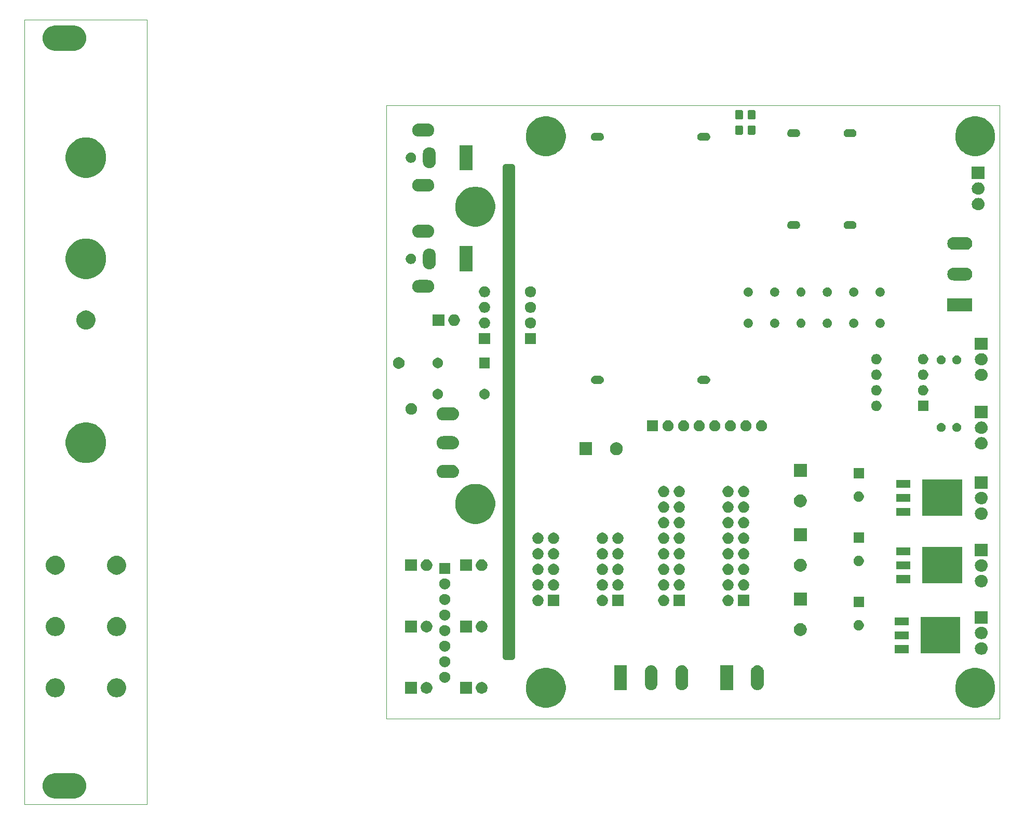
<source format=gbr>
%TF.GenerationSoftware,KiCad,Pcbnew,(5.1.5)-3*%
%TF.CreationDate,2020-03-17T21:27:54+01:00*%
%TF.ProjectId,KicadJE-EuroPowerSupply2,4b696361-644a-4452-9d45-75726f506f77,Rev A*%
%TF.SameCoordinates,Original*%
%TF.FileFunction,Soldermask,Top*%
%TF.FilePolarity,Negative*%
%FSLAX46Y46*%
G04 Gerber Fmt 4.6, Leading zero omitted, Abs format (unit mm)*
G04 Created by KiCad (PCBNEW (5.1.5)-3) date 2020-03-17 21:27:54*
%MOMM*%
%LPD*%
G04 APERTURE LIST*
%ADD10C,0.050000*%
%ADD11C,1.000000*%
%ADD12C,0.150000*%
G04 APERTURE END LIST*
D10*
X-9000000Y-164000000D02*
X-9000000Y-36000000D01*
X11000000Y-164000000D02*
X-9000000Y-164000000D01*
X11000000Y-36000000D02*
X11000000Y-164000000D01*
X-9000000Y-36000000D02*
X11000000Y-36000000D01*
D11*
X69500000Y-60000000D02*
X70500000Y-60000000D01*
X69500000Y-140000000D02*
X70500000Y-140000000D01*
X70500000Y-60000000D02*
X70500000Y-140000000D01*
X69500000Y-60000000D02*
X69500000Y-140000000D01*
D10*
X50000000Y-150000000D02*
X50000000Y-50000000D01*
X150000000Y-150000000D02*
X50000000Y-150000000D01*
X150000000Y-50000000D02*
X150000000Y-150000000D01*
X50000000Y-50000000D02*
X150000000Y-50000000D01*
D12*
G36*
X-798811Y-158958892D02*
G01*
X-597934Y-158978677D01*
X-211319Y-159095955D01*
X-211316Y-159095956D01*
X144983Y-159286402D01*
X144986Y-159286404D01*
X144987Y-159286405D01*
X457293Y-159542707D01*
X713595Y-159855013D01*
X713598Y-159855017D01*
X904044Y-160211316D01*
X904045Y-160211319D01*
X1021323Y-160597934D01*
X1060923Y-161000000D01*
X1021323Y-161402066D01*
X904045Y-161788681D01*
X904044Y-161788684D01*
X713598Y-162144983D01*
X713596Y-162144986D01*
X713595Y-162144987D01*
X457293Y-162457293D01*
X144987Y-162713595D01*
X144983Y-162713598D01*
X-211316Y-162904044D01*
X-211319Y-162904045D01*
X-597934Y-163021323D01*
X-798811Y-163041108D01*
X-899249Y-163051000D01*
X-4100751Y-163051000D01*
X-4201189Y-163041108D01*
X-4402066Y-163021323D01*
X-4788681Y-162904045D01*
X-4788684Y-162904044D01*
X-5144983Y-162713598D01*
X-5144987Y-162713595D01*
X-5457293Y-162457293D01*
X-5713595Y-162144987D01*
X-5713596Y-162144986D01*
X-5713598Y-162144983D01*
X-5904044Y-161788684D01*
X-5904045Y-161788681D01*
X-6021323Y-161402066D01*
X-6060923Y-161000000D01*
X-6021323Y-160597934D01*
X-5904045Y-160211319D01*
X-5904044Y-160211316D01*
X-5713598Y-159855017D01*
X-5713595Y-159855013D01*
X-5457293Y-159542707D01*
X-5144987Y-159286405D01*
X-5144986Y-159286404D01*
X-5144983Y-159286402D01*
X-4788684Y-159095956D01*
X-4788681Y-159095955D01*
X-4402066Y-158978677D01*
X-4201189Y-158958892D01*
X-4100751Y-158949000D01*
X-899249Y-158949000D01*
X-798811Y-158958892D01*
G37*
G36*
X146634239Y-141811467D02*
G01*
X146948282Y-141873934D01*
X147539926Y-142119001D01*
X148072392Y-142474784D01*
X148525216Y-142927608D01*
X148880999Y-143460074D01*
X149126066Y-144051718D01*
X149151782Y-144181000D01*
X149251000Y-144679803D01*
X149251000Y-145320197D01*
X149224701Y-145452409D01*
X149126066Y-145948282D01*
X148880999Y-146539926D01*
X148525216Y-147072392D01*
X148072392Y-147525216D01*
X147539926Y-147880999D01*
X146948282Y-148126066D01*
X146634239Y-148188533D01*
X146320197Y-148251000D01*
X145679803Y-148251000D01*
X145365761Y-148188533D01*
X145051718Y-148126066D01*
X144460074Y-147880999D01*
X143927608Y-147525216D01*
X143474784Y-147072392D01*
X143119001Y-146539926D01*
X142873934Y-145948282D01*
X142775299Y-145452409D01*
X142749000Y-145320197D01*
X142749000Y-144679803D01*
X142848218Y-144181000D01*
X142873934Y-144051718D01*
X143119001Y-143460074D01*
X143474784Y-142927608D01*
X143927608Y-142474784D01*
X144460074Y-142119001D01*
X145051718Y-141873934D01*
X145365761Y-141811467D01*
X145679803Y-141749000D01*
X146320197Y-141749000D01*
X146634239Y-141811467D01*
G37*
G36*
X76634239Y-141811467D02*
G01*
X76948282Y-141873934D01*
X77539926Y-142119001D01*
X78072392Y-142474784D01*
X78525216Y-142927608D01*
X78880999Y-143460074D01*
X79126066Y-144051718D01*
X79151782Y-144181000D01*
X79251000Y-144679803D01*
X79251000Y-145320197D01*
X79224701Y-145452409D01*
X79126066Y-145948282D01*
X78880999Y-146539926D01*
X78525216Y-147072392D01*
X78072392Y-147525216D01*
X77539926Y-147880999D01*
X76948282Y-148126066D01*
X76634239Y-148188533D01*
X76320197Y-148251000D01*
X75679803Y-148251000D01*
X75365761Y-148188533D01*
X75051718Y-148126066D01*
X74460074Y-147880999D01*
X73927608Y-147525216D01*
X73474784Y-147072392D01*
X73119001Y-146539926D01*
X72873934Y-145948282D01*
X72775299Y-145452409D01*
X72749000Y-145320197D01*
X72749000Y-144679803D01*
X72848218Y-144181000D01*
X72873934Y-144051718D01*
X73119001Y-143460074D01*
X73474784Y-142927608D01*
X73927608Y-142474784D01*
X74460074Y-142119001D01*
X75051718Y-141873934D01*
X75365761Y-141811467D01*
X75679803Y-141749000D01*
X76320197Y-141749000D01*
X76634239Y-141811467D01*
G37*
G36*
X6302585Y-143478802D02*
G01*
X6452410Y-143508604D01*
X6734674Y-143625521D01*
X6988705Y-143795259D01*
X7204741Y-144011295D01*
X7374479Y-144265326D01*
X7491396Y-144547590D01*
X7495124Y-144566332D01*
X7551000Y-144847239D01*
X7551000Y-145152761D01*
X7538670Y-145214748D01*
X7491396Y-145452410D01*
X7374479Y-145734674D01*
X7204741Y-145988705D01*
X6988705Y-146204741D01*
X6734674Y-146374479D01*
X6452410Y-146491396D01*
X6302585Y-146521198D01*
X6152761Y-146551000D01*
X5847239Y-146551000D01*
X5697415Y-146521198D01*
X5547590Y-146491396D01*
X5265326Y-146374479D01*
X5011295Y-146204741D01*
X4795259Y-145988705D01*
X4625521Y-145734674D01*
X4508604Y-145452410D01*
X4461330Y-145214748D01*
X4449000Y-145152761D01*
X4449000Y-144847239D01*
X4504876Y-144566332D01*
X4508604Y-144547590D01*
X4625521Y-144265326D01*
X4795259Y-144011295D01*
X5011295Y-143795259D01*
X5265326Y-143625521D01*
X5547590Y-143508604D01*
X5697415Y-143478802D01*
X5847239Y-143449000D01*
X6152761Y-143449000D01*
X6302585Y-143478802D01*
G37*
G36*
X-3697415Y-143478802D02*
G01*
X-3547590Y-143508604D01*
X-3265326Y-143625521D01*
X-3011295Y-143795259D01*
X-2795259Y-144011295D01*
X-2625521Y-144265326D01*
X-2508604Y-144547590D01*
X-2504876Y-144566332D01*
X-2449000Y-144847239D01*
X-2449000Y-145152761D01*
X-2461330Y-145214748D01*
X-2508604Y-145452410D01*
X-2625521Y-145734674D01*
X-2795259Y-145988705D01*
X-3011295Y-146204741D01*
X-3265326Y-146374479D01*
X-3547590Y-146491396D01*
X-3697415Y-146521198D01*
X-3847239Y-146551000D01*
X-4152761Y-146551000D01*
X-4302585Y-146521198D01*
X-4452410Y-146491396D01*
X-4734674Y-146374479D01*
X-4988705Y-146204741D01*
X-5204741Y-145988705D01*
X-5374479Y-145734674D01*
X-5491396Y-145452410D01*
X-5538670Y-145214748D01*
X-5551000Y-145152761D01*
X-5551000Y-144847239D01*
X-5495124Y-144566332D01*
X-5491396Y-144547590D01*
X-5374479Y-144265326D01*
X-5204741Y-144011295D01*
X-4988705Y-143795259D01*
X-4734674Y-143625521D01*
X-4452410Y-143508604D01*
X-4302585Y-143478802D01*
X-4152761Y-143449000D01*
X-3847239Y-143449000D01*
X-3697415Y-143478802D01*
G37*
G36*
X65817395Y-144085546D02*
G01*
X65990466Y-144157234D01*
X65990467Y-144157235D01*
X66146227Y-144261310D01*
X66278690Y-144393773D01*
X66331081Y-144472182D01*
X66382766Y-144549534D01*
X66454454Y-144722605D01*
X66491000Y-144906333D01*
X66491000Y-145093667D01*
X66454454Y-145277395D01*
X66382766Y-145450466D01*
X66381467Y-145452410D01*
X66278690Y-145606227D01*
X66146227Y-145738690D01*
X66067818Y-145791081D01*
X65990466Y-145842766D01*
X65817395Y-145914454D01*
X65633667Y-145951000D01*
X65446333Y-145951000D01*
X65262605Y-145914454D01*
X65089534Y-145842766D01*
X65012182Y-145791081D01*
X64933773Y-145738690D01*
X64801310Y-145606227D01*
X64698533Y-145452410D01*
X64697234Y-145450466D01*
X64625546Y-145277395D01*
X64589000Y-145093667D01*
X64589000Y-144906333D01*
X64625546Y-144722605D01*
X64697234Y-144549534D01*
X64748919Y-144472182D01*
X64801310Y-144393773D01*
X64933773Y-144261310D01*
X65089533Y-144157235D01*
X65089534Y-144157234D01*
X65262605Y-144085546D01*
X65446333Y-144049000D01*
X65633667Y-144049000D01*
X65817395Y-144085546D01*
G37*
G36*
X56817395Y-144085546D02*
G01*
X56990466Y-144157234D01*
X56990467Y-144157235D01*
X57146227Y-144261310D01*
X57278690Y-144393773D01*
X57331081Y-144472182D01*
X57382766Y-144549534D01*
X57454454Y-144722605D01*
X57491000Y-144906333D01*
X57491000Y-145093667D01*
X57454454Y-145277395D01*
X57382766Y-145450466D01*
X57381467Y-145452410D01*
X57278690Y-145606227D01*
X57146227Y-145738690D01*
X57067818Y-145791081D01*
X56990466Y-145842766D01*
X56817395Y-145914454D01*
X56633667Y-145951000D01*
X56446333Y-145951000D01*
X56262605Y-145914454D01*
X56089534Y-145842766D01*
X56012182Y-145791081D01*
X55933773Y-145738690D01*
X55801310Y-145606227D01*
X55698533Y-145452410D01*
X55697234Y-145450466D01*
X55625546Y-145277395D01*
X55589000Y-145093667D01*
X55589000Y-144906333D01*
X55625546Y-144722605D01*
X55697234Y-144549534D01*
X55748919Y-144472182D01*
X55801310Y-144393773D01*
X55933773Y-144261310D01*
X56089533Y-144157235D01*
X56089534Y-144157234D01*
X56262605Y-144085546D01*
X56446333Y-144049000D01*
X56633667Y-144049000D01*
X56817395Y-144085546D01*
G37*
G36*
X54951000Y-145951000D02*
G01*
X53049000Y-145951000D01*
X53049000Y-144049000D01*
X54951000Y-144049000D01*
X54951000Y-145951000D01*
G37*
G36*
X63951000Y-145951000D02*
G01*
X62049000Y-145951000D01*
X62049000Y-144049000D01*
X63951000Y-144049000D01*
X63951000Y-145951000D01*
G37*
G36*
X98379072Y-141339064D02*
G01*
X98575301Y-141398590D01*
X98756147Y-141495254D01*
X98797438Y-141529141D01*
X98914661Y-141625341D01*
X99044749Y-141783856D01*
X99136066Y-141954698D01*
X99141412Y-141964700D01*
X99200938Y-142160929D01*
X99216001Y-142313869D01*
X99216001Y-144396133D01*
X99200938Y-144549073D01*
X99141412Y-144745302D01*
X99141411Y-144745304D01*
X99044749Y-144926146D01*
X98914661Y-145084661D01*
X98756146Y-145214749D01*
X98594011Y-145301412D01*
X98575302Y-145311412D01*
X98379073Y-145370938D01*
X98175001Y-145391037D01*
X97970930Y-145370938D01*
X97774701Y-145311412D01*
X97755992Y-145301412D01*
X97593857Y-145214749D01*
X97435342Y-145084661D01*
X97305254Y-144926146D01*
X97208592Y-144745304D01*
X97208591Y-144745302D01*
X97149065Y-144549073D01*
X97134002Y-144396133D01*
X97134001Y-142313870D01*
X97134136Y-142312504D01*
X97149064Y-142160932D01*
X97149064Y-142160930D01*
X97208590Y-141964701D01*
X97305254Y-141783855D01*
X97339141Y-141742564D01*
X97435341Y-141625341D01*
X97593856Y-141495253D01*
X97774698Y-141398591D01*
X97774700Y-141398590D01*
X97970929Y-141339064D01*
X98175001Y-141318965D01*
X98379072Y-141339064D01*
G37*
G36*
X93379072Y-141339064D02*
G01*
X93575301Y-141398590D01*
X93756147Y-141495254D01*
X93797438Y-141529141D01*
X93914661Y-141625341D01*
X94044749Y-141783856D01*
X94136066Y-141954698D01*
X94141412Y-141964700D01*
X94200938Y-142160929D01*
X94216001Y-142313869D01*
X94216001Y-144396133D01*
X94200938Y-144549073D01*
X94141412Y-144745302D01*
X94141411Y-144745304D01*
X94044749Y-144926146D01*
X93914661Y-145084661D01*
X93756146Y-145214749D01*
X93594011Y-145301412D01*
X93575302Y-145311412D01*
X93379073Y-145370938D01*
X93175001Y-145391037D01*
X92970930Y-145370938D01*
X92774701Y-145311412D01*
X92755992Y-145301412D01*
X92593857Y-145214749D01*
X92435342Y-145084661D01*
X92305254Y-144926146D01*
X92208592Y-144745304D01*
X92208591Y-144745302D01*
X92149065Y-144549073D01*
X92134002Y-144396133D01*
X92134001Y-142313870D01*
X92134136Y-142312504D01*
X92149064Y-142160932D01*
X92149064Y-142160930D01*
X92208590Y-141964701D01*
X92305254Y-141783855D01*
X92339141Y-141742564D01*
X92435341Y-141625341D01*
X92593856Y-141495253D01*
X92774698Y-141398591D01*
X92774700Y-141398590D01*
X92970929Y-141339064D01*
X93175001Y-141318965D01*
X93379072Y-141339064D01*
G37*
G36*
X89216001Y-145386001D02*
G01*
X87134001Y-145386001D01*
X87134001Y-141324001D01*
X89216001Y-141324001D01*
X89216001Y-145386001D01*
G37*
G36*
X110679072Y-141329064D02*
G01*
X110875301Y-141388590D01*
X111056147Y-141485254D01*
X111068332Y-141495254D01*
X111214661Y-141615341D01*
X111344749Y-141773856D01*
X111398242Y-141873934D01*
X111441412Y-141954700D01*
X111500938Y-142150929D01*
X111516001Y-142303869D01*
X111516001Y-144386133D01*
X111500938Y-144539073D01*
X111441412Y-144735302D01*
X111441411Y-144735304D01*
X111344749Y-144916146D01*
X111214661Y-145074661D01*
X111056146Y-145204749D01*
X110920233Y-145277396D01*
X110875302Y-145301412D01*
X110679073Y-145360938D01*
X110475001Y-145381037D01*
X110270930Y-145360938D01*
X110074701Y-145301412D01*
X110029770Y-145277396D01*
X109893857Y-145204749D01*
X109735342Y-145074661D01*
X109605254Y-144916146D01*
X109508592Y-144735304D01*
X109508591Y-144735302D01*
X109449065Y-144539073D01*
X109434002Y-144386133D01*
X109434001Y-142303870D01*
X109449064Y-142150930D01*
X109508590Y-141954701D01*
X109605254Y-141773855D01*
X109639141Y-141732564D01*
X109735341Y-141615341D01*
X109893856Y-141485253D01*
X110074698Y-141388591D01*
X110074700Y-141388590D01*
X110270929Y-141329064D01*
X110475001Y-141308965D01*
X110679072Y-141329064D01*
G37*
G36*
X106516001Y-145376001D02*
G01*
X104434001Y-145376001D01*
X104434001Y-141314001D01*
X106516001Y-141314001D01*
X106516001Y-145376001D01*
G37*
G36*
X59613512Y-142383927D02*
G01*
X59762812Y-142413624D01*
X59926784Y-142481544D01*
X60074354Y-142580147D01*
X60199853Y-142705646D01*
X60298456Y-142853216D01*
X60366376Y-143017188D01*
X60401000Y-143191259D01*
X60401000Y-143368741D01*
X60366376Y-143542812D01*
X60298456Y-143706784D01*
X60199853Y-143854354D01*
X60074354Y-143979853D01*
X59926784Y-144078456D01*
X59762812Y-144146376D01*
X59613512Y-144176073D01*
X59588742Y-144181000D01*
X59411258Y-144181000D01*
X59386488Y-144176073D01*
X59237188Y-144146376D01*
X59073216Y-144078456D01*
X58925646Y-143979853D01*
X58800147Y-143854354D01*
X58701544Y-143706784D01*
X58633624Y-143542812D01*
X58599000Y-143368741D01*
X58599000Y-143191259D01*
X58633624Y-143017188D01*
X58701544Y-142853216D01*
X58800147Y-142705646D01*
X58925646Y-142580147D01*
X59073216Y-142481544D01*
X59237188Y-142413624D01*
X59386488Y-142383927D01*
X59411258Y-142379000D01*
X59588742Y-142379000D01*
X59613512Y-142383927D01*
G37*
G36*
X59613512Y-139843927D02*
G01*
X59762812Y-139873624D01*
X59926784Y-139941544D01*
X60074354Y-140040147D01*
X60199853Y-140165646D01*
X60298456Y-140313216D01*
X60366376Y-140477188D01*
X60401000Y-140651259D01*
X60401000Y-140828741D01*
X60366376Y-141002812D01*
X60298456Y-141166784D01*
X60199853Y-141314354D01*
X60074354Y-141439853D01*
X59926784Y-141538456D01*
X59762812Y-141606376D01*
X59613512Y-141636073D01*
X59588742Y-141641000D01*
X59411258Y-141641000D01*
X59386488Y-141636073D01*
X59237188Y-141606376D01*
X59073216Y-141538456D01*
X58925646Y-141439853D01*
X58800147Y-141314354D01*
X58701544Y-141166784D01*
X58633624Y-141002812D01*
X58599000Y-140828741D01*
X58599000Y-140651259D01*
X58633624Y-140477188D01*
X58701544Y-140313216D01*
X58800147Y-140165646D01*
X58925646Y-140040147D01*
X59073216Y-139941544D01*
X59237188Y-139873624D01*
X59386488Y-139843927D01*
X59411258Y-139839000D01*
X59588742Y-139839000D01*
X59613512Y-139843927D01*
G37*
G36*
X147145936Y-137581340D02*
G01*
X147244220Y-137591020D01*
X147433381Y-137648401D01*
X147607712Y-137741583D01*
X147760515Y-137866985D01*
X147885917Y-138019788D01*
X147979099Y-138194119D01*
X148036480Y-138383280D01*
X148055855Y-138580000D01*
X148036480Y-138776720D01*
X147979099Y-138965881D01*
X147885917Y-139140212D01*
X147760515Y-139293015D01*
X147607712Y-139418417D01*
X147433381Y-139511599D01*
X147244220Y-139568980D01*
X147145936Y-139578660D01*
X147096795Y-139583500D01*
X146903205Y-139583500D01*
X146854064Y-139578660D01*
X146755780Y-139568980D01*
X146566619Y-139511599D01*
X146392288Y-139418417D01*
X146239485Y-139293015D01*
X146114083Y-139140212D01*
X146020901Y-138965881D01*
X145963520Y-138776720D01*
X145944145Y-138580000D01*
X145963520Y-138383280D01*
X146020901Y-138194119D01*
X146114083Y-138019788D01*
X146239485Y-137866985D01*
X146392288Y-137741583D01*
X146566619Y-137648401D01*
X146755780Y-137591020D01*
X146854064Y-137581340D01*
X146903205Y-137576500D01*
X147096795Y-137576500D01*
X147145936Y-137581340D01*
G37*
G36*
X143576000Y-139376001D02*
G01*
X137074000Y-139376001D01*
X137074000Y-133474001D01*
X143576000Y-133474001D01*
X143576000Y-139376001D01*
G37*
G36*
X135176000Y-139356001D02*
G01*
X132874000Y-139356001D01*
X132874000Y-138054001D01*
X135176000Y-138054001D01*
X135176000Y-139356001D01*
G37*
G36*
X59613512Y-137303927D02*
G01*
X59762812Y-137333624D01*
X59926784Y-137401544D01*
X60074354Y-137500147D01*
X60199853Y-137625646D01*
X60298456Y-137773216D01*
X60366376Y-137937188D01*
X60401000Y-138111259D01*
X60401000Y-138288741D01*
X60366376Y-138462812D01*
X60298456Y-138626784D01*
X60199853Y-138774354D01*
X60074354Y-138899853D01*
X59926784Y-138998456D01*
X59762812Y-139066376D01*
X59613512Y-139096073D01*
X59588742Y-139101000D01*
X59411258Y-139101000D01*
X59386488Y-139096073D01*
X59237188Y-139066376D01*
X59073216Y-138998456D01*
X58925646Y-138899853D01*
X58800147Y-138774354D01*
X58701544Y-138626784D01*
X58633624Y-138462812D01*
X58599000Y-138288741D01*
X58599000Y-138111259D01*
X58633624Y-137937188D01*
X58701544Y-137773216D01*
X58800147Y-137625646D01*
X58925646Y-137500147D01*
X59073216Y-137401544D01*
X59237188Y-137333624D01*
X59386488Y-137303927D01*
X59411258Y-137299000D01*
X59588742Y-137299000D01*
X59613512Y-137303927D01*
G37*
G36*
X135176000Y-137076001D02*
G01*
X132874000Y-137076001D01*
X132874000Y-135774001D01*
X135176000Y-135774001D01*
X135176000Y-137076001D01*
G37*
G36*
X147145936Y-135041340D02*
G01*
X147244220Y-135051020D01*
X147433381Y-135108401D01*
X147607712Y-135201583D01*
X147760515Y-135326985D01*
X147885917Y-135479788D01*
X147979099Y-135654119D01*
X148036480Y-135843280D01*
X148055855Y-136040000D01*
X148036480Y-136236720D01*
X147979099Y-136425881D01*
X147885917Y-136600212D01*
X147760515Y-136753015D01*
X147607712Y-136878417D01*
X147433381Y-136971599D01*
X147244220Y-137028980D01*
X147145936Y-137038660D01*
X147096795Y-137043500D01*
X146903205Y-137043500D01*
X146854064Y-137038660D01*
X146755780Y-137028980D01*
X146566619Y-136971599D01*
X146392288Y-136878417D01*
X146239485Y-136753015D01*
X146114083Y-136600212D01*
X146020901Y-136425881D01*
X145963520Y-136236720D01*
X145944145Y-136040000D01*
X145963520Y-135843280D01*
X146020901Y-135654119D01*
X146114083Y-135479788D01*
X146239485Y-135326985D01*
X146392288Y-135201583D01*
X146566619Y-135108401D01*
X146755780Y-135051020D01*
X146854064Y-135041340D01*
X146903205Y-135036500D01*
X147096795Y-135036500D01*
X147145936Y-135041340D01*
G37*
G36*
X59613512Y-134763927D02*
G01*
X59762812Y-134793624D01*
X59926784Y-134861544D01*
X60074354Y-134960147D01*
X60199853Y-135085646D01*
X60298456Y-135233216D01*
X60366376Y-135397188D01*
X60396073Y-135546488D01*
X60397597Y-135554148D01*
X60401000Y-135571259D01*
X60401000Y-135748741D01*
X60366376Y-135922812D01*
X60298456Y-136086784D01*
X60199853Y-136234354D01*
X60074354Y-136359853D01*
X59926784Y-136458456D01*
X59762812Y-136526376D01*
X59613512Y-136556073D01*
X59588742Y-136561000D01*
X59411258Y-136561000D01*
X59386488Y-136556073D01*
X59237188Y-136526376D01*
X59073216Y-136458456D01*
X58925646Y-136359853D01*
X58800147Y-136234354D01*
X58701544Y-136086784D01*
X58633624Y-135922812D01*
X58599000Y-135748741D01*
X58599000Y-135571259D01*
X58602404Y-135554148D01*
X58603927Y-135546488D01*
X58633624Y-135397188D01*
X58701544Y-135233216D01*
X58800147Y-135085646D01*
X58925646Y-134960147D01*
X59073216Y-134861544D01*
X59237188Y-134793624D01*
X59386488Y-134763927D01*
X59411258Y-134759000D01*
X59588742Y-134759000D01*
X59613512Y-134763927D01*
G37*
G36*
X6278449Y-133474001D02*
G01*
X6452410Y-133508604D01*
X6734674Y-133625521D01*
X6988705Y-133795259D01*
X7204741Y-134011295D01*
X7374479Y-134265326D01*
X7491396Y-134547590D01*
X7551000Y-134847240D01*
X7551000Y-135152760D01*
X7491396Y-135452410D01*
X7374479Y-135734674D01*
X7204741Y-135988705D01*
X6988705Y-136204741D01*
X6734674Y-136374479D01*
X6452410Y-136491396D01*
X6302585Y-136521198D01*
X6152761Y-136551000D01*
X5847239Y-136551000D01*
X5697415Y-136521198D01*
X5547590Y-136491396D01*
X5265326Y-136374479D01*
X5011295Y-136204741D01*
X4795259Y-135988705D01*
X4625521Y-135734674D01*
X4508604Y-135452410D01*
X4449000Y-135152760D01*
X4449000Y-134847240D01*
X4508604Y-134547590D01*
X4625521Y-134265326D01*
X4795259Y-134011295D01*
X5011295Y-133795259D01*
X5265326Y-133625521D01*
X5547590Y-133508604D01*
X5721551Y-133474001D01*
X5847239Y-133449000D01*
X6152761Y-133449000D01*
X6278449Y-133474001D01*
G37*
G36*
X-3721551Y-133474001D02*
G01*
X-3547590Y-133508604D01*
X-3265326Y-133625521D01*
X-3011295Y-133795259D01*
X-2795259Y-134011295D01*
X-2625521Y-134265326D01*
X-2508604Y-134547590D01*
X-2449000Y-134847240D01*
X-2449000Y-135152760D01*
X-2508604Y-135452410D01*
X-2625521Y-135734674D01*
X-2795259Y-135988705D01*
X-3011295Y-136204741D01*
X-3265326Y-136374479D01*
X-3547590Y-136491396D01*
X-3697415Y-136521198D01*
X-3847239Y-136551000D01*
X-4152761Y-136551000D01*
X-4302585Y-136521198D01*
X-4452410Y-136491396D01*
X-4734674Y-136374479D01*
X-4988705Y-136204741D01*
X-5204741Y-135988705D01*
X-5374479Y-135734674D01*
X-5491396Y-135452410D01*
X-5551000Y-135152760D01*
X-5551000Y-134847240D01*
X-5491396Y-134547590D01*
X-5374479Y-134265326D01*
X-5204741Y-134011295D01*
X-4988705Y-133795259D01*
X-4734674Y-133625521D01*
X-4452410Y-133508604D01*
X-4278449Y-133474001D01*
X-4152761Y-133449000D01*
X-3847239Y-133449000D01*
X-3721551Y-133474001D01*
G37*
G36*
X117806564Y-134489389D02*
G01*
X117957170Y-134551772D01*
X117997835Y-134568616D01*
X118169973Y-134683635D01*
X118316365Y-134830027D01*
X118431385Y-135002167D01*
X118510611Y-135193436D01*
X118551000Y-135396484D01*
X118551000Y-135603516D01*
X118510611Y-135806564D01*
X118450784Y-135951000D01*
X118431384Y-135997835D01*
X118316365Y-136169973D01*
X118169973Y-136316365D01*
X117997835Y-136431384D01*
X117997834Y-136431385D01*
X117997833Y-136431385D01*
X117806564Y-136510611D01*
X117603516Y-136551000D01*
X117396484Y-136551000D01*
X117193436Y-136510611D01*
X117002167Y-136431385D01*
X117002166Y-136431385D01*
X117002165Y-136431384D01*
X116830027Y-136316365D01*
X116683635Y-136169973D01*
X116568616Y-135997835D01*
X116549216Y-135951000D01*
X116489389Y-135806564D01*
X116449000Y-135603516D01*
X116449000Y-135396484D01*
X116489389Y-135193436D01*
X116568615Y-135002167D01*
X116683635Y-134830027D01*
X116830027Y-134683635D01*
X117002165Y-134568616D01*
X117042830Y-134551772D01*
X117193436Y-134489389D01*
X117396484Y-134449000D01*
X117603516Y-134449000D01*
X117806564Y-134489389D01*
G37*
G36*
X65817395Y-134085546D02*
G01*
X65990466Y-134157234D01*
X65990467Y-134157235D01*
X66146227Y-134261310D01*
X66278690Y-134393773D01*
X66278691Y-134393775D01*
X66382766Y-134549534D01*
X66454454Y-134722605D01*
X66491000Y-134906333D01*
X66491000Y-135093667D01*
X66454454Y-135277395D01*
X66382766Y-135450466D01*
X66363173Y-135479789D01*
X66278690Y-135606227D01*
X66146227Y-135738690D01*
X66131183Y-135748742D01*
X65990466Y-135842766D01*
X65817395Y-135914454D01*
X65633667Y-135951000D01*
X65446333Y-135951000D01*
X65262605Y-135914454D01*
X65089534Y-135842766D01*
X64948817Y-135748742D01*
X64933773Y-135738690D01*
X64801310Y-135606227D01*
X64716827Y-135479789D01*
X64697234Y-135450466D01*
X64625546Y-135277395D01*
X64589000Y-135093667D01*
X64589000Y-134906333D01*
X64625546Y-134722605D01*
X64697234Y-134549534D01*
X64801309Y-134393775D01*
X64801310Y-134393773D01*
X64933773Y-134261310D01*
X65089533Y-134157235D01*
X65089534Y-134157234D01*
X65262605Y-134085546D01*
X65446333Y-134049000D01*
X65633667Y-134049000D01*
X65817395Y-134085546D01*
G37*
G36*
X54951000Y-135951000D02*
G01*
X53049000Y-135951000D01*
X53049000Y-134049000D01*
X54951000Y-134049000D01*
X54951000Y-135951000D01*
G37*
G36*
X63951000Y-135951000D02*
G01*
X62049000Y-135951000D01*
X62049000Y-134049000D01*
X63951000Y-134049000D01*
X63951000Y-135951000D01*
G37*
G36*
X56817395Y-134085546D02*
G01*
X56990466Y-134157234D01*
X56990467Y-134157235D01*
X57146227Y-134261310D01*
X57278690Y-134393773D01*
X57278691Y-134393775D01*
X57382766Y-134549534D01*
X57454454Y-134722605D01*
X57491000Y-134906333D01*
X57491000Y-135093667D01*
X57454454Y-135277395D01*
X57382766Y-135450466D01*
X57363173Y-135479789D01*
X57278690Y-135606227D01*
X57146227Y-135738690D01*
X57131183Y-135748742D01*
X56990466Y-135842766D01*
X56817395Y-135914454D01*
X56633667Y-135951000D01*
X56446333Y-135951000D01*
X56262605Y-135914454D01*
X56089534Y-135842766D01*
X55948817Y-135748742D01*
X55933773Y-135738690D01*
X55801310Y-135606227D01*
X55716827Y-135479789D01*
X55697234Y-135450466D01*
X55625546Y-135277395D01*
X55589000Y-135093667D01*
X55589000Y-134906333D01*
X55625546Y-134722605D01*
X55697234Y-134549534D01*
X55801309Y-134393775D01*
X55801310Y-134393773D01*
X55933773Y-134261310D01*
X56089533Y-134157235D01*
X56089534Y-134157234D01*
X56262605Y-134085546D01*
X56446333Y-134049000D01*
X56633667Y-134049000D01*
X56817395Y-134085546D01*
G37*
G36*
X127248228Y-133981703D02*
G01*
X127403100Y-134045853D01*
X127542481Y-134138985D01*
X127661015Y-134257519D01*
X127754147Y-134396900D01*
X127818297Y-134551772D01*
X127851000Y-134716184D01*
X127851000Y-134883816D01*
X127818297Y-135048228D01*
X127754147Y-135203100D01*
X127661015Y-135342481D01*
X127542481Y-135461015D01*
X127403100Y-135554147D01*
X127248228Y-135618297D01*
X127083816Y-135651000D01*
X126916184Y-135651000D01*
X126751772Y-135618297D01*
X126596900Y-135554147D01*
X126457519Y-135461015D01*
X126338985Y-135342481D01*
X126245853Y-135203100D01*
X126181703Y-135048228D01*
X126149000Y-134883816D01*
X126149000Y-134716184D01*
X126181703Y-134551772D01*
X126245853Y-134396900D01*
X126338985Y-134257519D01*
X126457519Y-134138985D01*
X126596900Y-134045853D01*
X126751772Y-133981703D01*
X126916184Y-133949000D01*
X127083816Y-133949000D01*
X127248228Y-133981703D01*
G37*
G36*
X135176000Y-134796001D02*
G01*
X132874000Y-134796001D01*
X132874000Y-133494001D01*
X135176000Y-133494001D01*
X135176000Y-134796001D01*
G37*
G36*
X148051000Y-134503500D02*
G01*
X145949000Y-134503500D01*
X145949000Y-132496500D01*
X148051000Y-132496500D01*
X148051000Y-134503500D01*
G37*
G36*
X59613512Y-132223927D02*
G01*
X59762812Y-132253624D01*
X59926784Y-132321544D01*
X60074354Y-132420147D01*
X60199853Y-132545646D01*
X60298456Y-132693216D01*
X60366376Y-132857188D01*
X60401000Y-133031259D01*
X60401000Y-133208741D01*
X60366376Y-133382812D01*
X60298456Y-133546784D01*
X60199853Y-133694354D01*
X60074354Y-133819853D01*
X59926784Y-133918456D01*
X59762812Y-133986376D01*
X59613512Y-134016073D01*
X59588742Y-134021000D01*
X59411258Y-134021000D01*
X59386488Y-134016073D01*
X59237188Y-133986376D01*
X59073216Y-133918456D01*
X58925646Y-133819853D01*
X58800147Y-133694354D01*
X58701544Y-133546784D01*
X58633624Y-133382812D01*
X58599000Y-133208741D01*
X58599000Y-133031259D01*
X58633624Y-132857188D01*
X58701544Y-132693216D01*
X58800147Y-132545646D01*
X58925646Y-132420147D01*
X59073216Y-132321544D01*
X59237188Y-132253624D01*
X59386488Y-132223927D01*
X59411258Y-132219000D01*
X59588742Y-132219000D01*
X59613512Y-132223927D01*
G37*
G36*
X127851000Y-131851000D02*
G01*
X126149000Y-131851000D01*
X126149000Y-130149000D01*
X127851000Y-130149000D01*
X127851000Y-131851000D01*
G37*
G36*
X78164600Y-131664600D02*
G01*
X76335400Y-131664600D01*
X76335400Y-129835400D01*
X78164600Y-129835400D01*
X78164600Y-131664600D01*
G37*
G36*
X85476778Y-129870547D02*
G01*
X85643224Y-129939491D01*
X85793022Y-130039583D01*
X85920417Y-130166978D01*
X86020509Y-130316776D01*
X86089453Y-130483222D01*
X86124600Y-130659918D01*
X86124600Y-130840082D01*
X86089453Y-131016778D01*
X86020509Y-131183224D01*
X85920417Y-131333022D01*
X85793022Y-131460417D01*
X85643224Y-131560509D01*
X85476778Y-131629453D01*
X85300082Y-131664600D01*
X85119918Y-131664600D01*
X84943222Y-131629453D01*
X84776776Y-131560509D01*
X84626978Y-131460417D01*
X84499583Y-131333022D01*
X84399491Y-131183224D01*
X84330547Y-131016778D01*
X84295400Y-130840082D01*
X84295400Y-130659918D01*
X84330547Y-130483222D01*
X84399491Y-130316776D01*
X84499583Y-130166978D01*
X84626978Y-130039583D01*
X84776776Y-129939491D01*
X84943222Y-129870547D01*
X85119918Y-129835400D01*
X85300082Y-129835400D01*
X85476778Y-129870547D01*
G37*
G36*
X88664600Y-131664600D02*
G01*
X86835400Y-131664600D01*
X86835400Y-129835400D01*
X88664600Y-129835400D01*
X88664600Y-131664600D01*
G37*
G36*
X95476778Y-129870547D02*
G01*
X95643224Y-129939491D01*
X95793022Y-130039583D01*
X95920417Y-130166978D01*
X96020509Y-130316776D01*
X96089453Y-130483222D01*
X96124600Y-130659918D01*
X96124600Y-130840082D01*
X96089453Y-131016778D01*
X96020509Y-131183224D01*
X95920417Y-131333022D01*
X95793022Y-131460417D01*
X95643224Y-131560509D01*
X95476778Y-131629453D01*
X95300082Y-131664600D01*
X95119918Y-131664600D01*
X94943222Y-131629453D01*
X94776776Y-131560509D01*
X94626978Y-131460417D01*
X94499583Y-131333022D01*
X94399491Y-131183224D01*
X94330547Y-131016778D01*
X94295400Y-130840082D01*
X94295400Y-130659918D01*
X94330547Y-130483222D01*
X94399491Y-130316776D01*
X94499583Y-130166978D01*
X94626978Y-130039583D01*
X94776776Y-129939491D01*
X94943222Y-129870547D01*
X95119918Y-129835400D01*
X95300082Y-129835400D01*
X95476778Y-129870547D01*
G37*
G36*
X98664600Y-131664600D02*
G01*
X96835400Y-131664600D01*
X96835400Y-129835400D01*
X98664600Y-129835400D01*
X98664600Y-131664600D01*
G37*
G36*
X74976778Y-129870547D02*
G01*
X75143224Y-129939491D01*
X75293022Y-130039583D01*
X75420417Y-130166978D01*
X75520509Y-130316776D01*
X75589453Y-130483222D01*
X75624600Y-130659918D01*
X75624600Y-130840082D01*
X75589453Y-131016778D01*
X75520509Y-131183224D01*
X75420417Y-131333022D01*
X75293022Y-131460417D01*
X75143224Y-131560509D01*
X74976778Y-131629453D01*
X74800082Y-131664600D01*
X74619918Y-131664600D01*
X74443222Y-131629453D01*
X74276776Y-131560509D01*
X74126978Y-131460417D01*
X73999583Y-131333022D01*
X73899491Y-131183224D01*
X73830547Y-131016778D01*
X73795400Y-130840082D01*
X73795400Y-130659918D01*
X73830547Y-130483222D01*
X73899491Y-130316776D01*
X73999583Y-130166978D01*
X74126978Y-130039583D01*
X74276776Y-129939491D01*
X74443222Y-129870547D01*
X74619918Y-129835400D01*
X74800082Y-129835400D01*
X74976778Y-129870547D01*
G37*
G36*
X105976778Y-129870547D02*
G01*
X106143224Y-129939491D01*
X106293022Y-130039583D01*
X106420417Y-130166978D01*
X106520509Y-130316776D01*
X106589453Y-130483222D01*
X106624600Y-130659918D01*
X106624600Y-130840082D01*
X106589453Y-131016778D01*
X106520509Y-131183224D01*
X106420417Y-131333022D01*
X106293022Y-131460417D01*
X106143224Y-131560509D01*
X105976778Y-131629453D01*
X105800082Y-131664600D01*
X105619918Y-131664600D01*
X105443222Y-131629453D01*
X105276776Y-131560509D01*
X105126978Y-131460417D01*
X104999583Y-131333022D01*
X104899491Y-131183224D01*
X104830547Y-131016778D01*
X104795400Y-130840082D01*
X104795400Y-130659918D01*
X104830547Y-130483222D01*
X104899491Y-130316776D01*
X104999583Y-130166978D01*
X105126978Y-130039583D01*
X105276776Y-129939491D01*
X105443222Y-129870547D01*
X105619918Y-129835400D01*
X105800082Y-129835400D01*
X105976778Y-129870547D01*
G37*
G36*
X109164600Y-131664600D02*
G01*
X107335400Y-131664600D01*
X107335400Y-129835400D01*
X109164600Y-129835400D01*
X109164600Y-131664600D01*
G37*
G36*
X118551000Y-131551000D02*
G01*
X116449000Y-131551000D01*
X116449000Y-129449000D01*
X118551000Y-129449000D01*
X118551000Y-131551000D01*
G37*
G36*
X59613512Y-129683927D02*
G01*
X59762812Y-129713624D01*
X59926784Y-129781544D01*
X60074354Y-129880147D01*
X60199853Y-130005646D01*
X60298456Y-130153216D01*
X60366376Y-130317188D01*
X60396073Y-130466488D01*
X60399402Y-130483222D01*
X60401000Y-130491259D01*
X60401000Y-130668741D01*
X60366376Y-130842812D01*
X60298456Y-131006784D01*
X60199853Y-131154354D01*
X60074354Y-131279853D01*
X59926784Y-131378456D01*
X59762812Y-131446376D01*
X59613512Y-131476073D01*
X59588742Y-131481000D01*
X59411258Y-131481000D01*
X59386488Y-131476073D01*
X59237188Y-131446376D01*
X59073216Y-131378456D01*
X58925646Y-131279853D01*
X58800147Y-131154354D01*
X58701544Y-131006784D01*
X58633624Y-130842812D01*
X58599000Y-130668741D01*
X58599000Y-130491259D01*
X58600599Y-130483222D01*
X58603927Y-130466488D01*
X58633624Y-130317188D01*
X58701544Y-130153216D01*
X58800147Y-130005646D01*
X58925646Y-129880147D01*
X59073216Y-129781544D01*
X59237188Y-129713624D01*
X59386488Y-129683927D01*
X59411258Y-129679000D01*
X59588742Y-129679000D01*
X59613512Y-129683927D01*
G37*
G36*
X95476778Y-127330547D02*
G01*
X95643224Y-127399491D01*
X95793022Y-127499583D01*
X95920417Y-127626978D01*
X96020509Y-127776776D01*
X96089453Y-127943222D01*
X96124600Y-128119918D01*
X96124600Y-128300082D01*
X96089453Y-128476778D01*
X96020509Y-128643224D01*
X95920417Y-128793022D01*
X95793022Y-128920417D01*
X95643224Y-129020509D01*
X95476778Y-129089453D01*
X95300082Y-129124600D01*
X95119918Y-129124600D01*
X94943222Y-129089453D01*
X94776776Y-129020509D01*
X94626978Y-128920417D01*
X94499583Y-128793022D01*
X94399491Y-128643224D01*
X94330547Y-128476778D01*
X94295400Y-128300082D01*
X94295400Y-128119918D01*
X94330547Y-127943222D01*
X94399491Y-127776776D01*
X94499583Y-127626978D01*
X94626978Y-127499583D01*
X94776776Y-127399491D01*
X94943222Y-127330547D01*
X95119918Y-127295400D01*
X95300082Y-127295400D01*
X95476778Y-127330547D01*
G37*
G36*
X74976778Y-127330547D02*
G01*
X75143224Y-127399491D01*
X75293022Y-127499583D01*
X75420417Y-127626978D01*
X75520509Y-127776776D01*
X75589453Y-127943222D01*
X75624600Y-128119918D01*
X75624600Y-128300082D01*
X75589453Y-128476778D01*
X75520509Y-128643224D01*
X75420417Y-128793022D01*
X75293022Y-128920417D01*
X75143224Y-129020509D01*
X74976778Y-129089453D01*
X74800082Y-129124600D01*
X74619918Y-129124600D01*
X74443222Y-129089453D01*
X74276776Y-129020509D01*
X74126978Y-128920417D01*
X73999583Y-128793022D01*
X73899491Y-128643224D01*
X73830547Y-128476778D01*
X73795400Y-128300082D01*
X73795400Y-128119918D01*
X73830547Y-127943222D01*
X73899491Y-127776776D01*
X73999583Y-127626978D01*
X74126978Y-127499583D01*
X74276776Y-127399491D01*
X74443222Y-127330547D01*
X74619918Y-127295400D01*
X74800082Y-127295400D01*
X74976778Y-127330547D01*
G37*
G36*
X77516778Y-127330547D02*
G01*
X77683224Y-127399491D01*
X77833022Y-127499583D01*
X77960417Y-127626978D01*
X78060509Y-127776776D01*
X78129453Y-127943222D01*
X78164600Y-128119918D01*
X78164600Y-128300082D01*
X78129453Y-128476778D01*
X78060509Y-128643224D01*
X77960417Y-128793022D01*
X77833022Y-128920417D01*
X77683224Y-129020509D01*
X77516778Y-129089453D01*
X77340082Y-129124600D01*
X77159918Y-129124600D01*
X76983222Y-129089453D01*
X76816776Y-129020509D01*
X76666978Y-128920417D01*
X76539583Y-128793022D01*
X76439491Y-128643224D01*
X76370547Y-128476778D01*
X76335400Y-128300082D01*
X76335400Y-128119918D01*
X76370547Y-127943222D01*
X76439491Y-127776776D01*
X76539583Y-127626978D01*
X76666978Y-127499583D01*
X76816776Y-127399491D01*
X76983222Y-127330547D01*
X77159918Y-127295400D01*
X77340082Y-127295400D01*
X77516778Y-127330547D01*
G37*
G36*
X98016778Y-127330547D02*
G01*
X98183224Y-127399491D01*
X98333022Y-127499583D01*
X98460417Y-127626978D01*
X98560509Y-127776776D01*
X98629453Y-127943222D01*
X98664600Y-128119918D01*
X98664600Y-128300082D01*
X98629453Y-128476778D01*
X98560509Y-128643224D01*
X98460417Y-128793022D01*
X98333022Y-128920417D01*
X98183224Y-129020509D01*
X98016778Y-129089453D01*
X97840082Y-129124600D01*
X97659918Y-129124600D01*
X97483222Y-129089453D01*
X97316776Y-129020509D01*
X97166978Y-128920417D01*
X97039583Y-128793022D01*
X96939491Y-128643224D01*
X96870547Y-128476778D01*
X96835400Y-128300082D01*
X96835400Y-128119918D01*
X96870547Y-127943222D01*
X96939491Y-127776776D01*
X97039583Y-127626978D01*
X97166978Y-127499583D01*
X97316776Y-127399491D01*
X97483222Y-127330547D01*
X97659918Y-127295400D01*
X97840082Y-127295400D01*
X98016778Y-127330547D01*
G37*
G36*
X88016778Y-127330547D02*
G01*
X88183224Y-127399491D01*
X88333022Y-127499583D01*
X88460417Y-127626978D01*
X88560509Y-127776776D01*
X88629453Y-127943222D01*
X88664600Y-128119918D01*
X88664600Y-128300082D01*
X88629453Y-128476778D01*
X88560509Y-128643224D01*
X88460417Y-128793022D01*
X88333022Y-128920417D01*
X88183224Y-129020509D01*
X88016778Y-129089453D01*
X87840082Y-129124600D01*
X87659918Y-129124600D01*
X87483222Y-129089453D01*
X87316776Y-129020509D01*
X87166978Y-128920417D01*
X87039583Y-128793022D01*
X86939491Y-128643224D01*
X86870547Y-128476778D01*
X86835400Y-128300082D01*
X86835400Y-128119918D01*
X86870547Y-127943222D01*
X86939491Y-127776776D01*
X87039583Y-127626978D01*
X87166978Y-127499583D01*
X87316776Y-127399491D01*
X87483222Y-127330547D01*
X87659918Y-127295400D01*
X87840082Y-127295400D01*
X88016778Y-127330547D01*
G37*
G36*
X85476778Y-127330547D02*
G01*
X85643224Y-127399491D01*
X85793022Y-127499583D01*
X85920417Y-127626978D01*
X86020509Y-127776776D01*
X86089453Y-127943222D01*
X86124600Y-128119918D01*
X86124600Y-128300082D01*
X86089453Y-128476778D01*
X86020509Y-128643224D01*
X85920417Y-128793022D01*
X85793022Y-128920417D01*
X85643224Y-129020509D01*
X85476778Y-129089453D01*
X85300082Y-129124600D01*
X85119918Y-129124600D01*
X84943222Y-129089453D01*
X84776776Y-129020509D01*
X84626978Y-128920417D01*
X84499583Y-128793022D01*
X84399491Y-128643224D01*
X84330547Y-128476778D01*
X84295400Y-128300082D01*
X84295400Y-128119918D01*
X84330547Y-127943222D01*
X84399491Y-127776776D01*
X84499583Y-127626978D01*
X84626978Y-127499583D01*
X84776776Y-127399491D01*
X84943222Y-127330547D01*
X85119918Y-127295400D01*
X85300082Y-127295400D01*
X85476778Y-127330547D01*
G37*
G36*
X105976778Y-127330547D02*
G01*
X106143224Y-127399491D01*
X106293022Y-127499583D01*
X106420417Y-127626978D01*
X106520509Y-127776776D01*
X106589453Y-127943222D01*
X106624600Y-128119918D01*
X106624600Y-128300082D01*
X106589453Y-128476778D01*
X106520509Y-128643224D01*
X106420417Y-128793022D01*
X106293022Y-128920417D01*
X106143224Y-129020509D01*
X105976778Y-129089453D01*
X105800082Y-129124600D01*
X105619918Y-129124600D01*
X105443222Y-129089453D01*
X105276776Y-129020509D01*
X105126978Y-128920417D01*
X104999583Y-128793022D01*
X104899491Y-128643224D01*
X104830547Y-128476778D01*
X104795400Y-128300082D01*
X104795400Y-128119918D01*
X104830547Y-127943222D01*
X104899491Y-127776776D01*
X104999583Y-127626978D01*
X105126978Y-127499583D01*
X105276776Y-127399491D01*
X105443222Y-127330547D01*
X105619918Y-127295400D01*
X105800082Y-127295400D01*
X105976778Y-127330547D01*
G37*
G36*
X108516778Y-127330547D02*
G01*
X108683224Y-127399491D01*
X108833022Y-127499583D01*
X108960417Y-127626978D01*
X109060509Y-127776776D01*
X109129453Y-127943222D01*
X109164600Y-128119918D01*
X109164600Y-128300082D01*
X109129453Y-128476778D01*
X109060509Y-128643224D01*
X108960417Y-128793022D01*
X108833022Y-128920417D01*
X108683224Y-129020509D01*
X108516778Y-129089453D01*
X108340082Y-129124600D01*
X108159918Y-129124600D01*
X107983222Y-129089453D01*
X107816776Y-129020509D01*
X107666978Y-128920417D01*
X107539583Y-128793022D01*
X107439491Y-128643224D01*
X107370547Y-128476778D01*
X107335400Y-128300082D01*
X107335400Y-128119918D01*
X107370547Y-127943222D01*
X107439491Y-127776776D01*
X107539583Y-127626978D01*
X107666978Y-127499583D01*
X107816776Y-127399491D01*
X107983222Y-127330547D01*
X108159918Y-127295400D01*
X108340082Y-127295400D01*
X108516778Y-127330547D01*
G37*
G36*
X59613512Y-127143927D02*
G01*
X59762812Y-127173624D01*
X59926784Y-127241544D01*
X60074354Y-127340147D01*
X60199853Y-127465646D01*
X60298456Y-127613216D01*
X60366376Y-127777188D01*
X60396073Y-127926488D01*
X60400949Y-127951000D01*
X60401000Y-127951259D01*
X60401000Y-128128741D01*
X60366376Y-128302812D01*
X60298456Y-128466784D01*
X60199853Y-128614354D01*
X60074354Y-128739853D01*
X59926784Y-128838456D01*
X59762812Y-128906376D01*
X59613512Y-128936073D01*
X59588742Y-128941000D01*
X59411258Y-128941000D01*
X59386488Y-128936073D01*
X59237188Y-128906376D01*
X59073216Y-128838456D01*
X58925646Y-128739853D01*
X58800147Y-128614354D01*
X58701544Y-128466784D01*
X58633624Y-128302812D01*
X58599000Y-128128741D01*
X58599000Y-127951259D01*
X58599052Y-127951000D01*
X58603927Y-127926488D01*
X58633624Y-127777188D01*
X58701544Y-127613216D01*
X58800147Y-127465646D01*
X58925646Y-127340147D01*
X59073216Y-127241544D01*
X59237188Y-127173624D01*
X59386488Y-127143927D01*
X59411258Y-127139000D01*
X59588742Y-127139000D01*
X59613512Y-127143927D01*
G37*
G36*
X147145936Y-126581340D02*
G01*
X147244220Y-126591020D01*
X147433381Y-126648401D01*
X147607712Y-126741583D01*
X147760515Y-126866985D01*
X147885917Y-127019788D01*
X147979099Y-127194119D01*
X148036480Y-127383280D01*
X148055855Y-127580000D01*
X148036480Y-127776720D01*
X147979099Y-127965881D01*
X147885917Y-128140212D01*
X147760515Y-128293015D01*
X147607712Y-128418417D01*
X147433381Y-128511599D01*
X147244220Y-128568980D01*
X147145936Y-128578660D01*
X147096795Y-128583500D01*
X146903205Y-128583500D01*
X146854064Y-128578660D01*
X146755780Y-128568980D01*
X146566619Y-128511599D01*
X146392288Y-128418417D01*
X146239485Y-128293015D01*
X146114083Y-128140212D01*
X146020901Y-127965881D01*
X145963520Y-127776720D01*
X145944145Y-127580000D01*
X145963520Y-127383280D01*
X146020901Y-127194119D01*
X146114083Y-127019788D01*
X146239485Y-126866985D01*
X146392288Y-126741583D01*
X146566619Y-126648401D01*
X146755780Y-126591020D01*
X146854064Y-126581340D01*
X146903205Y-126576500D01*
X147096795Y-126576500D01*
X147145936Y-126581340D01*
G37*
G36*
X143851000Y-127951000D02*
G01*
X137349000Y-127951000D01*
X137349000Y-122049000D01*
X143851000Y-122049000D01*
X143851000Y-127951000D01*
G37*
G36*
X135451000Y-127931000D02*
G01*
X133149000Y-127931000D01*
X133149000Y-126629000D01*
X135451000Y-126629000D01*
X135451000Y-127931000D01*
G37*
G36*
X74976778Y-124790547D02*
G01*
X75143224Y-124859491D01*
X75293022Y-124959583D01*
X75420417Y-125086978D01*
X75520509Y-125236776D01*
X75589453Y-125403222D01*
X75624600Y-125579918D01*
X75624600Y-125760082D01*
X75589453Y-125936778D01*
X75520509Y-126103224D01*
X75420417Y-126253022D01*
X75293022Y-126380417D01*
X75143224Y-126480509D01*
X74976778Y-126549453D01*
X74800082Y-126584600D01*
X74619918Y-126584600D01*
X74443222Y-126549453D01*
X74276776Y-126480509D01*
X74126978Y-126380417D01*
X73999583Y-126253022D01*
X73899491Y-126103224D01*
X73830547Y-125936778D01*
X73795400Y-125760082D01*
X73795400Y-125579918D01*
X73830547Y-125403222D01*
X73899491Y-125236776D01*
X73999583Y-125086978D01*
X74126978Y-124959583D01*
X74276776Y-124859491D01*
X74443222Y-124790547D01*
X74619918Y-124755400D01*
X74800082Y-124755400D01*
X74976778Y-124790547D01*
G37*
G36*
X98016778Y-124790547D02*
G01*
X98183224Y-124859491D01*
X98333022Y-124959583D01*
X98460417Y-125086978D01*
X98560509Y-125236776D01*
X98629453Y-125403222D01*
X98664600Y-125579918D01*
X98664600Y-125760082D01*
X98629453Y-125936778D01*
X98560509Y-126103224D01*
X98460417Y-126253022D01*
X98333022Y-126380417D01*
X98183224Y-126480509D01*
X98016778Y-126549453D01*
X97840082Y-126584600D01*
X97659918Y-126584600D01*
X97483222Y-126549453D01*
X97316776Y-126480509D01*
X97166978Y-126380417D01*
X97039583Y-126253022D01*
X96939491Y-126103224D01*
X96870547Y-125936778D01*
X96835400Y-125760082D01*
X96835400Y-125579918D01*
X96870547Y-125403222D01*
X96939491Y-125236776D01*
X97039583Y-125086978D01*
X97166978Y-124959583D01*
X97316776Y-124859491D01*
X97483222Y-124790547D01*
X97659918Y-124755400D01*
X97840082Y-124755400D01*
X98016778Y-124790547D01*
G37*
G36*
X105976778Y-124790547D02*
G01*
X106143224Y-124859491D01*
X106293022Y-124959583D01*
X106420417Y-125086978D01*
X106520509Y-125236776D01*
X106589453Y-125403222D01*
X106624600Y-125579918D01*
X106624600Y-125760082D01*
X106589453Y-125936778D01*
X106520509Y-126103224D01*
X106420417Y-126253022D01*
X106293022Y-126380417D01*
X106143224Y-126480509D01*
X105976778Y-126549453D01*
X105800082Y-126584600D01*
X105619918Y-126584600D01*
X105443222Y-126549453D01*
X105276776Y-126480509D01*
X105126978Y-126380417D01*
X104999583Y-126253022D01*
X104899491Y-126103224D01*
X104830547Y-125936778D01*
X104795400Y-125760082D01*
X104795400Y-125579918D01*
X104830547Y-125403222D01*
X104899491Y-125236776D01*
X104999583Y-125086978D01*
X105126978Y-124959583D01*
X105276776Y-124859491D01*
X105443222Y-124790547D01*
X105619918Y-124755400D01*
X105800082Y-124755400D01*
X105976778Y-124790547D01*
G37*
G36*
X88016778Y-124790547D02*
G01*
X88183224Y-124859491D01*
X88333022Y-124959583D01*
X88460417Y-125086978D01*
X88560509Y-125236776D01*
X88629453Y-125403222D01*
X88664600Y-125579918D01*
X88664600Y-125760082D01*
X88629453Y-125936778D01*
X88560509Y-126103224D01*
X88460417Y-126253022D01*
X88333022Y-126380417D01*
X88183224Y-126480509D01*
X88016778Y-126549453D01*
X87840082Y-126584600D01*
X87659918Y-126584600D01*
X87483222Y-126549453D01*
X87316776Y-126480509D01*
X87166978Y-126380417D01*
X87039583Y-126253022D01*
X86939491Y-126103224D01*
X86870547Y-125936778D01*
X86835400Y-125760082D01*
X86835400Y-125579918D01*
X86870547Y-125403222D01*
X86939491Y-125236776D01*
X87039583Y-125086978D01*
X87166978Y-124959583D01*
X87316776Y-124859491D01*
X87483222Y-124790547D01*
X87659918Y-124755400D01*
X87840082Y-124755400D01*
X88016778Y-124790547D01*
G37*
G36*
X85476778Y-124790547D02*
G01*
X85643224Y-124859491D01*
X85793022Y-124959583D01*
X85920417Y-125086978D01*
X86020509Y-125236776D01*
X86089453Y-125403222D01*
X86124600Y-125579918D01*
X86124600Y-125760082D01*
X86089453Y-125936778D01*
X86020509Y-126103224D01*
X85920417Y-126253022D01*
X85793022Y-126380417D01*
X85643224Y-126480509D01*
X85476778Y-126549453D01*
X85300082Y-126584600D01*
X85119918Y-126584600D01*
X84943222Y-126549453D01*
X84776776Y-126480509D01*
X84626978Y-126380417D01*
X84499583Y-126253022D01*
X84399491Y-126103224D01*
X84330547Y-125936778D01*
X84295400Y-125760082D01*
X84295400Y-125579918D01*
X84330547Y-125403222D01*
X84399491Y-125236776D01*
X84499583Y-125086978D01*
X84626978Y-124959583D01*
X84776776Y-124859491D01*
X84943222Y-124790547D01*
X85119918Y-124755400D01*
X85300082Y-124755400D01*
X85476778Y-124790547D01*
G37*
G36*
X77516778Y-124790547D02*
G01*
X77683224Y-124859491D01*
X77833022Y-124959583D01*
X77960417Y-125086978D01*
X78060509Y-125236776D01*
X78129453Y-125403222D01*
X78164600Y-125579918D01*
X78164600Y-125760082D01*
X78129453Y-125936778D01*
X78060509Y-126103224D01*
X77960417Y-126253022D01*
X77833022Y-126380417D01*
X77683224Y-126480509D01*
X77516778Y-126549453D01*
X77340082Y-126584600D01*
X77159918Y-126584600D01*
X76983222Y-126549453D01*
X76816776Y-126480509D01*
X76666978Y-126380417D01*
X76539583Y-126253022D01*
X76439491Y-126103224D01*
X76370547Y-125936778D01*
X76335400Y-125760082D01*
X76335400Y-125579918D01*
X76370547Y-125403222D01*
X76439491Y-125236776D01*
X76539583Y-125086978D01*
X76666978Y-124959583D01*
X76816776Y-124859491D01*
X76983222Y-124790547D01*
X77159918Y-124755400D01*
X77340082Y-124755400D01*
X77516778Y-124790547D01*
G37*
G36*
X95476778Y-124790547D02*
G01*
X95643224Y-124859491D01*
X95793022Y-124959583D01*
X95920417Y-125086978D01*
X96020509Y-125236776D01*
X96089453Y-125403222D01*
X96124600Y-125579918D01*
X96124600Y-125760082D01*
X96089453Y-125936778D01*
X96020509Y-126103224D01*
X95920417Y-126253022D01*
X95793022Y-126380417D01*
X95643224Y-126480509D01*
X95476778Y-126549453D01*
X95300082Y-126584600D01*
X95119918Y-126584600D01*
X94943222Y-126549453D01*
X94776776Y-126480509D01*
X94626978Y-126380417D01*
X94499583Y-126253022D01*
X94399491Y-126103224D01*
X94330547Y-125936778D01*
X94295400Y-125760082D01*
X94295400Y-125579918D01*
X94330547Y-125403222D01*
X94399491Y-125236776D01*
X94499583Y-125086978D01*
X94626978Y-124959583D01*
X94776776Y-124859491D01*
X94943222Y-124790547D01*
X95119918Y-124755400D01*
X95300082Y-124755400D01*
X95476778Y-124790547D01*
G37*
G36*
X108516778Y-124790547D02*
G01*
X108683224Y-124859491D01*
X108833022Y-124959583D01*
X108960417Y-125086978D01*
X109060509Y-125236776D01*
X109129453Y-125403222D01*
X109164600Y-125579918D01*
X109164600Y-125760082D01*
X109129453Y-125936778D01*
X109060509Y-126103224D01*
X108960417Y-126253022D01*
X108833022Y-126380417D01*
X108683224Y-126480509D01*
X108516778Y-126549453D01*
X108340082Y-126584600D01*
X108159918Y-126584600D01*
X107983222Y-126549453D01*
X107816776Y-126480509D01*
X107666978Y-126380417D01*
X107539583Y-126253022D01*
X107439491Y-126103224D01*
X107370547Y-125936778D01*
X107335400Y-125760082D01*
X107335400Y-125579918D01*
X107370547Y-125403222D01*
X107439491Y-125236776D01*
X107539583Y-125086978D01*
X107666978Y-124959583D01*
X107816776Y-124859491D01*
X107983222Y-124790547D01*
X108159918Y-124755400D01*
X108340082Y-124755400D01*
X108516778Y-124790547D01*
G37*
G36*
X-3697415Y-123478802D02*
G01*
X-3547590Y-123508604D01*
X-3265326Y-123625521D01*
X-3011295Y-123795259D01*
X-2795259Y-124011295D01*
X-2625521Y-124265326D01*
X-2508604Y-124547590D01*
X-2487414Y-124654119D01*
X-2449787Y-124843280D01*
X-2449000Y-124847240D01*
X-2449000Y-125152760D01*
X-2508604Y-125452410D01*
X-2625521Y-125734674D01*
X-2795259Y-125988705D01*
X-3011295Y-126204741D01*
X-3265326Y-126374479D01*
X-3547590Y-126491396D01*
X-3697415Y-126521198D01*
X-3847239Y-126551000D01*
X-4152761Y-126551000D01*
X-4302585Y-126521198D01*
X-4452410Y-126491396D01*
X-4734674Y-126374479D01*
X-4988705Y-126204741D01*
X-5204741Y-125988705D01*
X-5374479Y-125734674D01*
X-5491396Y-125452410D01*
X-5551000Y-125152760D01*
X-5551000Y-124847240D01*
X-5550212Y-124843280D01*
X-5512586Y-124654119D01*
X-5491396Y-124547590D01*
X-5374479Y-124265326D01*
X-5204741Y-124011295D01*
X-4988705Y-123795259D01*
X-4734674Y-123625521D01*
X-4452410Y-123508604D01*
X-4302585Y-123478802D01*
X-4152761Y-123449000D01*
X-3847239Y-123449000D01*
X-3697415Y-123478802D01*
G37*
G36*
X6302585Y-123478802D02*
G01*
X6452410Y-123508604D01*
X6734674Y-123625521D01*
X6988705Y-123795259D01*
X7204741Y-124011295D01*
X7374479Y-124265326D01*
X7491396Y-124547590D01*
X7512586Y-124654119D01*
X7550213Y-124843280D01*
X7551000Y-124847240D01*
X7551000Y-125152760D01*
X7491396Y-125452410D01*
X7374479Y-125734674D01*
X7204741Y-125988705D01*
X6988705Y-126204741D01*
X6734674Y-126374479D01*
X6452410Y-126491396D01*
X6302585Y-126521198D01*
X6152761Y-126551000D01*
X5847239Y-126551000D01*
X5697415Y-126521198D01*
X5547590Y-126491396D01*
X5265326Y-126374479D01*
X5011295Y-126204741D01*
X4795259Y-125988705D01*
X4625521Y-125734674D01*
X4508604Y-125452410D01*
X4449000Y-125152760D01*
X4449000Y-124847240D01*
X4449788Y-124843280D01*
X4487414Y-124654119D01*
X4508604Y-124547590D01*
X4625521Y-124265326D01*
X4795259Y-124011295D01*
X5011295Y-123795259D01*
X5265326Y-123625521D01*
X5547590Y-123508604D01*
X5697415Y-123478802D01*
X5847239Y-123449000D01*
X6152761Y-123449000D01*
X6302585Y-123478802D01*
G37*
G36*
X60401000Y-126401000D02*
G01*
X58599000Y-126401000D01*
X58599000Y-124599000D01*
X60401000Y-124599000D01*
X60401000Y-126401000D01*
G37*
G36*
X117806564Y-123989389D02*
G01*
X117957170Y-124051772D01*
X117997835Y-124068616D01*
X118023174Y-124085547D01*
X118169973Y-124183635D01*
X118316365Y-124330027D01*
X118431385Y-124502167D01*
X118510611Y-124693436D01*
X118551000Y-124896484D01*
X118551000Y-125103516D01*
X118510611Y-125306564D01*
X118450200Y-125452409D01*
X118431384Y-125497835D01*
X118316365Y-125669973D01*
X118169973Y-125816365D01*
X117997835Y-125931384D01*
X117997834Y-125931385D01*
X117997833Y-125931385D01*
X117806564Y-126010611D01*
X117603516Y-126051000D01*
X117396484Y-126051000D01*
X117193436Y-126010611D01*
X117002167Y-125931385D01*
X117002166Y-125931385D01*
X117002165Y-125931384D01*
X116830027Y-125816365D01*
X116683635Y-125669973D01*
X116568616Y-125497835D01*
X116549800Y-125452409D01*
X116489389Y-125306564D01*
X116449000Y-125103516D01*
X116449000Y-124896484D01*
X116489389Y-124693436D01*
X116568615Y-124502167D01*
X116683635Y-124330027D01*
X116830027Y-124183635D01*
X116976826Y-124085547D01*
X117002165Y-124068616D01*
X117042830Y-124051772D01*
X117193436Y-123989389D01*
X117396484Y-123949000D01*
X117603516Y-123949000D01*
X117806564Y-123989389D01*
G37*
G36*
X147145936Y-124041340D02*
G01*
X147244220Y-124051020D01*
X147433381Y-124108401D01*
X147607712Y-124201583D01*
X147760515Y-124326985D01*
X147885917Y-124479788D01*
X147979099Y-124654119D01*
X148036480Y-124843280D01*
X148055855Y-125040000D01*
X148036480Y-125236720D01*
X147979099Y-125425881D01*
X147885917Y-125600212D01*
X147760515Y-125753015D01*
X147607712Y-125878417D01*
X147433381Y-125971599D01*
X147244220Y-126028980D01*
X147145936Y-126038660D01*
X147096795Y-126043500D01*
X146903205Y-126043500D01*
X146854064Y-126038660D01*
X146755780Y-126028980D01*
X146566619Y-125971599D01*
X146392288Y-125878417D01*
X146239485Y-125753015D01*
X146114083Y-125600212D01*
X146020901Y-125425881D01*
X145963520Y-125236720D01*
X145944145Y-125040000D01*
X145963520Y-124843280D01*
X146020901Y-124654119D01*
X146114083Y-124479788D01*
X146239485Y-124326985D01*
X146392288Y-124201583D01*
X146566619Y-124108401D01*
X146755780Y-124051020D01*
X146854064Y-124041340D01*
X146903205Y-124036500D01*
X147096795Y-124036500D01*
X147145936Y-124041340D01*
G37*
G36*
X65817395Y-124085546D02*
G01*
X65990466Y-124157234D01*
X65990467Y-124157235D01*
X66146227Y-124261310D01*
X66278690Y-124393773D01*
X66278691Y-124393775D01*
X66382766Y-124549534D01*
X66454454Y-124722605D01*
X66491000Y-124906333D01*
X66491000Y-125093667D01*
X66454454Y-125277395D01*
X66382766Y-125450466D01*
X66381467Y-125452410D01*
X66278690Y-125606227D01*
X66146227Y-125738690D01*
X66124788Y-125753015D01*
X65990466Y-125842766D01*
X65817395Y-125914454D01*
X65633667Y-125951000D01*
X65446333Y-125951000D01*
X65262605Y-125914454D01*
X65089534Y-125842766D01*
X64955212Y-125753015D01*
X64933773Y-125738690D01*
X64801310Y-125606227D01*
X64698533Y-125452410D01*
X64697234Y-125450466D01*
X64625546Y-125277395D01*
X64589000Y-125093667D01*
X64589000Y-124906333D01*
X64625546Y-124722605D01*
X64697234Y-124549534D01*
X64801309Y-124393775D01*
X64801310Y-124393773D01*
X64933773Y-124261310D01*
X65089533Y-124157235D01*
X65089534Y-124157234D01*
X65262605Y-124085546D01*
X65446333Y-124049000D01*
X65633667Y-124049000D01*
X65817395Y-124085546D01*
G37*
G36*
X63951000Y-125951000D02*
G01*
X62049000Y-125951000D01*
X62049000Y-124049000D01*
X63951000Y-124049000D01*
X63951000Y-125951000D01*
G37*
G36*
X54951000Y-125951000D02*
G01*
X53049000Y-125951000D01*
X53049000Y-124049000D01*
X54951000Y-124049000D01*
X54951000Y-125951000D01*
G37*
G36*
X56817395Y-124085546D02*
G01*
X56990466Y-124157234D01*
X56990467Y-124157235D01*
X57146227Y-124261310D01*
X57278690Y-124393773D01*
X57278691Y-124393775D01*
X57382766Y-124549534D01*
X57454454Y-124722605D01*
X57491000Y-124906333D01*
X57491000Y-125093667D01*
X57454454Y-125277395D01*
X57382766Y-125450466D01*
X57381467Y-125452410D01*
X57278690Y-125606227D01*
X57146227Y-125738690D01*
X57124788Y-125753015D01*
X56990466Y-125842766D01*
X56817395Y-125914454D01*
X56633667Y-125951000D01*
X56446333Y-125951000D01*
X56262605Y-125914454D01*
X56089534Y-125842766D01*
X55955212Y-125753015D01*
X55933773Y-125738690D01*
X55801310Y-125606227D01*
X55698533Y-125452410D01*
X55697234Y-125450466D01*
X55625546Y-125277395D01*
X55589000Y-125093667D01*
X55589000Y-124906333D01*
X55625546Y-124722605D01*
X55697234Y-124549534D01*
X55801309Y-124393775D01*
X55801310Y-124393773D01*
X55933773Y-124261310D01*
X56089533Y-124157235D01*
X56089534Y-124157234D01*
X56262605Y-124085546D01*
X56446333Y-124049000D01*
X56633667Y-124049000D01*
X56817395Y-124085546D01*
G37*
G36*
X135451000Y-125651000D02*
G01*
X133149000Y-125651000D01*
X133149000Y-124349000D01*
X135451000Y-124349000D01*
X135451000Y-125651000D01*
G37*
G36*
X127248228Y-123481703D02*
G01*
X127403100Y-123545853D01*
X127542481Y-123638985D01*
X127661015Y-123757519D01*
X127754147Y-123896900D01*
X127818297Y-124051772D01*
X127851000Y-124216184D01*
X127851000Y-124383816D01*
X127818297Y-124548228D01*
X127754147Y-124703100D01*
X127661015Y-124842481D01*
X127542481Y-124961015D01*
X127403100Y-125054147D01*
X127248228Y-125118297D01*
X127083816Y-125151000D01*
X126916184Y-125151000D01*
X126751772Y-125118297D01*
X126596900Y-125054147D01*
X126457519Y-124961015D01*
X126338985Y-124842481D01*
X126245853Y-124703100D01*
X126181703Y-124548228D01*
X126149000Y-124383816D01*
X126149000Y-124216184D01*
X126181703Y-124051772D01*
X126245853Y-123896900D01*
X126338985Y-123757519D01*
X126457519Y-123638985D01*
X126596900Y-123545853D01*
X126751772Y-123481703D01*
X126916184Y-123449000D01*
X127083816Y-123449000D01*
X127248228Y-123481703D01*
G37*
G36*
X95476778Y-122250547D02*
G01*
X95643224Y-122319491D01*
X95793022Y-122419583D01*
X95920417Y-122546978D01*
X96020509Y-122696776D01*
X96089453Y-122863222D01*
X96124600Y-123039918D01*
X96124600Y-123220082D01*
X96089453Y-123396778D01*
X96020509Y-123563224D01*
X95920417Y-123713022D01*
X95793022Y-123840417D01*
X95643224Y-123940509D01*
X95476778Y-124009453D01*
X95300082Y-124044600D01*
X95119918Y-124044600D01*
X94943222Y-124009453D01*
X94776776Y-123940509D01*
X94626978Y-123840417D01*
X94499583Y-123713022D01*
X94399491Y-123563224D01*
X94330547Y-123396778D01*
X94295400Y-123220082D01*
X94295400Y-123039918D01*
X94330547Y-122863222D01*
X94399491Y-122696776D01*
X94499583Y-122546978D01*
X94626978Y-122419583D01*
X94776776Y-122319491D01*
X94943222Y-122250547D01*
X95119918Y-122215400D01*
X95300082Y-122215400D01*
X95476778Y-122250547D01*
G37*
G36*
X88016778Y-122250547D02*
G01*
X88183224Y-122319491D01*
X88333022Y-122419583D01*
X88460417Y-122546978D01*
X88560509Y-122696776D01*
X88629453Y-122863222D01*
X88664600Y-123039918D01*
X88664600Y-123220082D01*
X88629453Y-123396778D01*
X88560509Y-123563224D01*
X88460417Y-123713022D01*
X88333022Y-123840417D01*
X88183224Y-123940509D01*
X88016778Y-124009453D01*
X87840082Y-124044600D01*
X87659918Y-124044600D01*
X87483222Y-124009453D01*
X87316776Y-123940509D01*
X87166978Y-123840417D01*
X87039583Y-123713022D01*
X86939491Y-123563224D01*
X86870547Y-123396778D01*
X86835400Y-123220082D01*
X86835400Y-123039918D01*
X86870547Y-122863222D01*
X86939491Y-122696776D01*
X87039583Y-122546978D01*
X87166978Y-122419583D01*
X87316776Y-122319491D01*
X87483222Y-122250547D01*
X87659918Y-122215400D01*
X87840082Y-122215400D01*
X88016778Y-122250547D01*
G37*
G36*
X85476778Y-122250547D02*
G01*
X85643224Y-122319491D01*
X85793022Y-122419583D01*
X85920417Y-122546978D01*
X86020509Y-122696776D01*
X86089453Y-122863222D01*
X86124600Y-123039918D01*
X86124600Y-123220082D01*
X86089453Y-123396778D01*
X86020509Y-123563224D01*
X85920417Y-123713022D01*
X85793022Y-123840417D01*
X85643224Y-123940509D01*
X85476778Y-124009453D01*
X85300082Y-124044600D01*
X85119918Y-124044600D01*
X84943222Y-124009453D01*
X84776776Y-123940509D01*
X84626978Y-123840417D01*
X84499583Y-123713022D01*
X84399491Y-123563224D01*
X84330547Y-123396778D01*
X84295400Y-123220082D01*
X84295400Y-123039918D01*
X84330547Y-122863222D01*
X84399491Y-122696776D01*
X84499583Y-122546978D01*
X84626978Y-122419583D01*
X84776776Y-122319491D01*
X84943222Y-122250547D01*
X85119918Y-122215400D01*
X85300082Y-122215400D01*
X85476778Y-122250547D01*
G37*
G36*
X77516778Y-122250547D02*
G01*
X77683224Y-122319491D01*
X77833022Y-122419583D01*
X77960417Y-122546978D01*
X78060509Y-122696776D01*
X78129453Y-122863222D01*
X78164600Y-123039918D01*
X78164600Y-123220082D01*
X78129453Y-123396778D01*
X78060509Y-123563224D01*
X77960417Y-123713022D01*
X77833022Y-123840417D01*
X77683224Y-123940509D01*
X77516778Y-124009453D01*
X77340082Y-124044600D01*
X77159918Y-124044600D01*
X76983222Y-124009453D01*
X76816776Y-123940509D01*
X76666978Y-123840417D01*
X76539583Y-123713022D01*
X76439491Y-123563224D01*
X76370547Y-123396778D01*
X76335400Y-123220082D01*
X76335400Y-123039918D01*
X76370547Y-122863222D01*
X76439491Y-122696776D01*
X76539583Y-122546978D01*
X76666978Y-122419583D01*
X76816776Y-122319491D01*
X76983222Y-122250547D01*
X77159918Y-122215400D01*
X77340082Y-122215400D01*
X77516778Y-122250547D01*
G37*
G36*
X105976778Y-122250547D02*
G01*
X106143224Y-122319491D01*
X106293022Y-122419583D01*
X106420417Y-122546978D01*
X106520509Y-122696776D01*
X106589453Y-122863222D01*
X106624600Y-123039918D01*
X106624600Y-123220082D01*
X106589453Y-123396778D01*
X106520509Y-123563224D01*
X106420417Y-123713022D01*
X106293022Y-123840417D01*
X106143224Y-123940509D01*
X105976778Y-124009453D01*
X105800082Y-124044600D01*
X105619918Y-124044600D01*
X105443222Y-124009453D01*
X105276776Y-123940509D01*
X105126978Y-123840417D01*
X104999583Y-123713022D01*
X104899491Y-123563224D01*
X104830547Y-123396778D01*
X104795400Y-123220082D01*
X104795400Y-123039918D01*
X104830547Y-122863222D01*
X104899491Y-122696776D01*
X104999583Y-122546978D01*
X105126978Y-122419583D01*
X105276776Y-122319491D01*
X105443222Y-122250547D01*
X105619918Y-122215400D01*
X105800082Y-122215400D01*
X105976778Y-122250547D01*
G37*
G36*
X108516778Y-122250547D02*
G01*
X108683224Y-122319491D01*
X108833022Y-122419583D01*
X108960417Y-122546978D01*
X109060509Y-122696776D01*
X109129453Y-122863222D01*
X109164600Y-123039918D01*
X109164600Y-123220082D01*
X109129453Y-123396778D01*
X109060509Y-123563224D01*
X108960417Y-123713022D01*
X108833022Y-123840417D01*
X108683224Y-123940509D01*
X108516778Y-124009453D01*
X108340082Y-124044600D01*
X108159918Y-124044600D01*
X107983222Y-124009453D01*
X107816776Y-123940509D01*
X107666978Y-123840417D01*
X107539583Y-123713022D01*
X107439491Y-123563224D01*
X107370547Y-123396778D01*
X107335400Y-123220082D01*
X107335400Y-123039918D01*
X107370547Y-122863222D01*
X107439491Y-122696776D01*
X107539583Y-122546978D01*
X107666978Y-122419583D01*
X107816776Y-122319491D01*
X107983222Y-122250547D01*
X108159918Y-122215400D01*
X108340082Y-122215400D01*
X108516778Y-122250547D01*
G37*
G36*
X98016778Y-122250547D02*
G01*
X98183224Y-122319491D01*
X98333022Y-122419583D01*
X98460417Y-122546978D01*
X98560509Y-122696776D01*
X98629453Y-122863222D01*
X98664600Y-123039918D01*
X98664600Y-123220082D01*
X98629453Y-123396778D01*
X98560509Y-123563224D01*
X98460417Y-123713022D01*
X98333022Y-123840417D01*
X98183224Y-123940509D01*
X98016778Y-124009453D01*
X97840082Y-124044600D01*
X97659918Y-124044600D01*
X97483222Y-124009453D01*
X97316776Y-123940509D01*
X97166978Y-123840417D01*
X97039583Y-123713022D01*
X96939491Y-123563224D01*
X96870547Y-123396778D01*
X96835400Y-123220082D01*
X96835400Y-123039918D01*
X96870547Y-122863222D01*
X96939491Y-122696776D01*
X97039583Y-122546978D01*
X97166978Y-122419583D01*
X97316776Y-122319491D01*
X97483222Y-122250547D01*
X97659918Y-122215400D01*
X97840082Y-122215400D01*
X98016778Y-122250547D01*
G37*
G36*
X74976778Y-122250547D02*
G01*
X75143224Y-122319491D01*
X75293022Y-122419583D01*
X75420417Y-122546978D01*
X75520509Y-122696776D01*
X75589453Y-122863222D01*
X75624600Y-123039918D01*
X75624600Y-123220082D01*
X75589453Y-123396778D01*
X75520509Y-123563224D01*
X75420417Y-123713022D01*
X75293022Y-123840417D01*
X75143224Y-123940509D01*
X74976778Y-124009453D01*
X74800082Y-124044600D01*
X74619918Y-124044600D01*
X74443222Y-124009453D01*
X74276776Y-123940509D01*
X74126978Y-123840417D01*
X73999583Y-123713022D01*
X73899491Y-123563224D01*
X73830547Y-123396778D01*
X73795400Y-123220082D01*
X73795400Y-123039918D01*
X73830547Y-122863222D01*
X73899491Y-122696776D01*
X73999583Y-122546978D01*
X74126978Y-122419583D01*
X74276776Y-122319491D01*
X74443222Y-122250547D01*
X74619918Y-122215400D01*
X74800082Y-122215400D01*
X74976778Y-122250547D01*
G37*
G36*
X148051000Y-123503500D02*
G01*
X145949000Y-123503500D01*
X145949000Y-121496500D01*
X148051000Y-121496500D01*
X148051000Y-123503500D01*
G37*
G36*
X135451000Y-123371000D02*
G01*
X133149000Y-123371000D01*
X133149000Y-122069000D01*
X135451000Y-122069000D01*
X135451000Y-123371000D01*
G37*
G36*
X108516778Y-119710547D02*
G01*
X108683224Y-119779491D01*
X108833022Y-119879583D01*
X108960417Y-120006978D01*
X109060509Y-120156776D01*
X109129453Y-120323222D01*
X109164600Y-120499918D01*
X109164600Y-120680082D01*
X109129453Y-120856778D01*
X109060509Y-121023224D01*
X108960417Y-121173022D01*
X108833022Y-121300417D01*
X108683224Y-121400509D01*
X108516778Y-121469453D01*
X108340082Y-121504600D01*
X108159918Y-121504600D01*
X107983222Y-121469453D01*
X107816776Y-121400509D01*
X107666978Y-121300417D01*
X107539583Y-121173022D01*
X107439491Y-121023224D01*
X107370547Y-120856778D01*
X107335400Y-120680082D01*
X107335400Y-120499918D01*
X107370547Y-120323222D01*
X107439491Y-120156776D01*
X107539583Y-120006978D01*
X107666978Y-119879583D01*
X107816776Y-119779491D01*
X107983222Y-119710547D01*
X108159918Y-119675400D01*
X108340082Y-119675400D01*
X108516778Y-119710547D01*
G37*
G36*
X105976778Y-119710547D02*
G01*
X106143224Y-119779491D01*
X106293022Y-119879583D01*
X106420417Y-120006978D01*
X106520509Y-120156776D01*
X106589453Y-120323222D01*
X106624600Y-120499918D01*
X106624600Y-120680082D01*
X106589453Y-120856778D01*
X106520509Y-121023224D01*
X106420417Y-121173022D01*
X106293022Y-121300417D01*
X106143224Y-121400509D01*
X105976778Y-121469453D01*
X105800082Y-121504600D01*
X105619918Y-121504600D01*
X105443222Y-121469453D01*
X105276776Y-121400509D01*
X105126978Y-121300417D01*
X104999583Y-121173022D01*
X104899491Y-121023224D01*
X104830547Y-120856778D01*
X104795400Y-120680082D01*
X104795400Y-120499918D01*
X104830547Y-120323222D01*
X104899491Y-120156776D01*
X104999583Y-120006978D01*
X105126978Y-119879583D01*
X105276776Y-119779491D01*
X105443222Y-119710547D01*
X105619918Y-119675400D01*
X105800082Y-119675400D01*
X105976778Y-119710547D01*
G37*
G36*
X98016778Y-119710547D02*
G01*
X98183224Y-119779491D01*
X98333022Y-119879583D01*
X98460417Y-120006978D01*
X98560509Y-120156776D01*
X98629453Y-120323222D01*
X98664600Y-120499918D01*
X98664600Y-120680082D01*
X98629453Y-120856778D01*
X98560509Y-121023224D01*
X98460417Y-121173022D01*
X98333022Y-121300417D01*
X98183224Y-121400509D01*
X98016778Y-121469453D01*
X97840082Y-121504600D01*
X97659918Y-121504600D01*
X97483222Y-121469453D01*
X97316776Y-121400509D01*
X97166978Y-121300417D01*
X97039583Y-121173022D01*
X96939491Y-121023224D01*
X96870547Y-120856778D01*
X96835400Y-120680082D01*
X96835400Y-120499918D01*
X96870547Y-120323222D01*
X96939491Y-120156776D01*
X97039583Y-120006978D01*
X97166978Y-119879583D01*
X97316776Y-119779491D01*
X97483222Y-119710547D01*
X97659918Y-119675400D01*
X97840082Y-119675400D01*
X98016778Y-119710547D01*
G37*
G36*
X95476778Y-119710547D02*
G01*
X95643224Y-119779491D01*
X95793022Y-119879583D01*
X95920417Y-120006978D01*
X96020509Y-120156776D01*
X96089453Y-120323222D01*
X96124600Y-120499918D01*
X96124600Y-120680082D01*
X96089453Y-120856778D01*
X96020509Y-121023224D01*
X95920417Y-121173022D01*
X95793022Y-121300417D01*
X95643224Y-121400509D01*
X95476778Y-121469453D01*
X95300082Y-121504600D01*
X95119918Y-121504600D01*
X94943222Y-121469453D01*
X94776776Y-121400509D01*
X94626978Y-121300417D01*
X94499583Y-121173022D01*
X94399491Y-121023224D01*
X94330547Y-120856778D01*
X94295400Y-120680082D01*
X94295400Y-120499918D01*
X94330547Y-120323222D01*
X94399491Y-120156776D01*
X94499583Y-120006978D01*
X94626978Y-119879583D01*
X94776776Y-119779491D01*
X94943222Y-119710547D01*
X95119918Y-119675400D01*
X95300082Y-119675400D01*
X95476778Y-119710547D01*
G37*
G36*
X88016778Y-119710547D02*
G01*
X88183224Y-119779491D01*
X88333022Y-119879583D01*
X88460417Y-120006978D01*
X88560509Y-120156776D01*
X88629453Y-120323222D01*
X88664600Y-120499918D01*
X88664600Y-120680082D01*
X88629453Y-120856778D01*
X88560509Y-121023224D01*
X88460417Y-121173022D01*
X88333022Y-121300417D01*
X88183224Y-121400509D01*
X88016778Y-121469453D01*
X87840082Y-121504600D01*
X87659918Y-121504600D01*
X87483222Y-121469453D01*
X87316776Y-121400509D01*
X87166978Y-121300417D01*
X87039583Y-121173022D01*
X86939491Y-121023224D01*
X86870547Y-120856778D01*
X86835400Y-120680082D01*
X86835400Y-120499918D01*
X86870547Y-120323222D01*
X86939491Y-120156776D01*
X87039583Y-120006978D01*
X87166978Y-119879583D01*
X87316776Y-119779491D01*
X87483222Y-119710547D01*
X87659918Y-119675400D01*
X87840082Y-119675400D01*
X88016778Y-119710547D01*
G37*
G36*
X85476778Y-119710547D02*
G01*
X85643224Y-119779491D01*
X85793022Y-119879583D01*
X85920417Y-120006978D01*
X86020509Y-120156776D01*
X86089453Y-120323222D01*
X86124600Y-120499918D01*
X86124600Y-120680082D01*
X86089453Y-120856778D01*
X86020509Y-121023224D01*
X85920417Y-121173022D01*
X85793022Y-121300417D01*
X85643224Y-121400509D01*
X85476778Y-121469453D01*
X85300082Y-121504600D01*
X85119918Y-121504600D01*
X84943222Y-121469453D01*
X84776776Y-121400509D01*
X84626978Y-121300417D01*
X84499583Y-121173022D01*
X84399491Y-121023224D01*
X84330547Y-120856778D01*
X84295400Y-120680082D01*
X84295400Y-120499918D01*
X84330547Y-120323222D01*
X84399491Y-120156776D01*
X84499583Y-120006978D01*
X84626978Y-119879583D01*
X84776776Y-119779491D01*
X84943222Y-119710547D01*
X85119918Y-119675400D01*
X85300082Y-119675400D01*
X85476778Y-119710547D01*
G37*
G36*
X74976778Y-119710547D02*
G01*
X75143224Y-119779491D01*
X75293022Y-119879583D01*
X75420417Y-120006978D01*
X75520509Y-120156776D01*
X75589453Y-120323222D01*
X75624600Y-120499918D01*
X75624600Y-120680082D01*
X75589453Y-120856778D01*
X75520509Y-121023224D01*
X75420417Y-121173022D01*
X75293022Y-121300417D01*
X75143224Y-121400509D01*
X74976778Y-121469453D01*
X74800082Y-121504600D01*
X74619918Y-121504600D01*
X74443222Y-121469453D01*
X74276776Y-121400509D01*
X74126978Y-121300417D01*
X73999583Y-121173022D01*
X73899491Y-121023224D01*
X73830547Y-120856778D01*
X73795400Y-120680082D01*
X73795400Y-120499918D01*
X73830547Y-120323222D01*
X73899491Y-120156776D01*
X73999583Y-120006978D01*
X74126978Y-119879583D01*
X74276776Y-119779491D01*
X74443222Y-119710547D01*
X74619918Y-119675400D01*
X74800082Y-119675400D01*
X74976778Y-119710547D01*
G37*
G36*
X77516778Y-119710547D02*
G01*
X77683224Y-119779491D01*
X77833022Y-119879583D01*
X77960417Y-120006978D01*
X78060509Y-120156776D01*
X78129453Y-120323222D01*
X78164600Y-120499918D01*
X78164600Y-120680082D01*
X78129453Y-120856778D01*
X78060509Y-121023224D01*
X77960417Y-121173022D01*
X77833022Y-121300417D01*
X77683224Y-121400509D01*
X77516778Y-121469453D01*
X77340082Y-121504600D01*
X77159918Y-121504600D01*
X76983222Y-121469453D01*
X76816776Y-121400509D01*
X76666978Y-121300417D01*
X76539583Y-121173022D01*
X76439491Y-121023224D01*
X76370547Y-120856778D01*
X76335400Y-120680082D01*
X76335400Y-120499918D01*
X76370547Y-120323222D01*
X76439491Y-120156776D01*
X76539583Y-120006978D01*
X76666978Y-119879583D01*
X76816776Y-119779491D01*
X76983222Y-119710547D01*
X77159918Y-119675400D01*
X77340082Y-119675400D01*
X77516778Y-119710547D01*
G37*
G36*
X127851000Y-121351000D02*
G01*
X126149000Y-121351000D01*
X126149000Y-119649000D01*
X127851000Y-119649000D01*
X127851000Y-121351000D01*
G37*
G36*
X118551000Y-121051000D02*
G01*
X116449000Y-121051000D01*
X116449000Y-118949000D01*
X118551000Y-118949000D01*
X118551000Y-121051000D01*
G37*
G36*
X98016778Y-117170547D02*
G01*
X98183224Y-117239491D01*
X98333022Y-117339583D01*
X98460417Y-117466978D01*
X98560509Y-117616776D01*
X98629453Y-117783222D01*
X98664600Y-117959918D01*
X98664600Y-118140082D01*
X98629453Y-118316778D01*
X98560509Y-118483224D01*
X98460417Y-118633022D01*
X98333022Y-118760417D01*
X98183224Y-118860509D01*
X98016778Y-118929453D01*
X97840082Y-118964600D01*
X97659918Y-118964600D01*
X97483222Y-118929453D01*
X97316776Y-118860509D01*
X97166978Y-118760417D01*
X97039583Y-118633022D01*
X96939491Y-118483224D01*
X96870547Y-118316778D01*
X96835400Y-118140082D01*
X96835400Y-117959918D01*
X96870547Y-117783222D01*
X96939491Y-117616776D01*
X97039583Y-117466978D01*
X97166978Y-117339583D01*
X97316776Y-117239491D01*
X97483222Y-117170547D01*
X97659918Y-117135400D01*
X97840082Y-117135400D01*
X98016778Y-117170547D01*
G37*
G36*
X105976778Y-117170547D02*
G01*
X106143224Y-117239491D01*
X106293022Y-117339583D01*
X106420417Y-117466978D01*
X106520509Y-117616776D01*
X106589453Y-117783222D01*
X106624600Y-117959918D01*
X106624600Y-118140082D01*
X106589453Y-118316778D01*
X106520509Y-118483224D01*
X106420417Y-118633022D01*
X106293022Y-118760417D01*
X106143224Y-118860509D01*
X105976778Y-118929453D01*
X105800082Y-118964600D01*
X105619918Y-118964600D01*
X105443222Y-118929453D01*
X105276776Y-118860509D01*
X105126978Y-118760417D01*
X104999583Y-118633022D01*
X104899491Y-118483224D01*
X104830547Y-118316778D01*
X104795400Y-118140082D01*
X104795400Y-117959918D01*
X104830547Y-117783222D01*
X104899491Y-117616776D01*
X104999583Y-117466978D01*
X105126978Y-117339583D01*
X105276776Y-117239491D01*
X105443222Y-117170547D01*
X105619918Y-117135400D01*
X105800082Y-117135400D01*
X105976778Y-117170547D01*
G37*
G36*
X108516778Y-117170547D02*
G01*
X108683224Y-117239491D01*
X108833022Y-117339583D01*
X108960417Y-117466978D01*
X109060509Y-117616776D01*
X109129453Y-117783222D01*
X109164600Y-117959918D01*
X109164600Y-118140082D01*
X109129453Y-118316778D01*
X109060509Y-118483224D01*
X108960417Y-118633022D01*
X108833022Y-118760417D01*
X108683224Y-118860509D01*
X108516778Y-118929453D01*
X108340082Y-118964600D01*
X108159918Y-118964600D01*
X107983222Y-118929453D01*
X107816776Y-118860509D01*
X107666978Y-118760417D01*
X107539583Y-118633022D01*
X107439491Y-118483224D01*
X107370547Y-118316778D01*
X107335400Y-118140082D01*
X107335400Y-117959918D01*
X107370547Y-117783222D01*
X107439491Y-117616776D01*
X107539583Y-117466978D01*
X107666978Y-117339583D01*
X107816776Y-117239491D01*
X107983222Y-117170547D01*
X108159918Y-117135400D01*
X108340082Y-117135400D01*
X108516778Y-117170547D01*
G37*
G36*
X95476778Y-117170547D02*
G01*
X95643224Y-117239491D01*
X95793022Y-117339583D01*
X95920417Y-117466978D01*
X96020509Y-117616776D01*
X96089453Y-117783222D01*
X96124600Y-117959918D01*
X96124600Y-118140082D01*
X96089453Y-118316778D01*
X96020509Y-118483224D01*
X95920417Y-118633022D01*
X95793022Y-118760417D01*
X95643224Y-118860509D01*
X95476778Y-118929453D01*
X95300082Y-118964600D01*
X95119918Y-118964600D01*
X94943222Y-118929453D01*
X94776776Y-118860509D01*
X94626978Y-118760417D01*
X94499583Y-118633022D01*
X94399491Y-118483224D01*
X94330547Y-118316778D01*
X94295400Y-118140082D01*
X94295400Y-117959918D01*
X94330547Y-117783222D01*
X94399491Y-117616776D01*
X94499583Y-117466978D01*
X94626978Y-117339583D01*
X94776776Y-117239491D01*
X94943222Y-117170547D01*
X95119918Y-117135400D01*
X95300082Y-117135400D01*
X95476778Y-117170547D01*
G37*
G36*
X65134239Y-111811467D02*
G01*
X65448282Y-111873934D01*
X66039926Y-112119001D01*
X66572392Y-112474784D01*
X67025216Y-112927608D01*
X67380999Y-113460074D01*
X67626066Y-114051718D01*
X67626066Y-114051719D01*
X67751000Y-114679803D01*
X67751000Y-115320197D01*
X67713124Y-115510610D01*
X67626066Y-115948282D01*
X67380999Y-116539926D01*
X67025216Y-117072392D01*
X66572392Y-117525216D01*
X66039926Y-117880999D01*
X65448282Y-118126066D01*
X65134239Y-118188533D01*
X64820197Y-118251000D01*
X64179803Y-118251000D01*
X63865761Y-118188533D01*
X63551718Y-118126066D01*
X62960074Y-117880999D01*
X62427608Y-117525216D01*
X61974784Y-117072392D01*
X61619001Y-116539926D01*
X61373934Y-115948282D01*
X61286876Y-115510610D01*
X61249000Y-115320197D01*
X61249000Y-114679803D01*
X61373934Y-114051719D01*
X61373934Y-114051718D01*
X61619001Y-113460074D01*
X61974784Y-112927608D01*
X62427608Y-112474784D01*
X62960074Y-112119001D01*
X63551718Y-111873934D01*
X63865761Y-111811467D01*
X64179803Y-111749000D01*
X64820197Y-111749000D01*
X65134239Y-111811467D01*
G37*
G36*
X147145936Y-115581340D02*
G01*
X147244220Y-115591020D01*
X147433381Y-115648401D01*
X147607712Y-115741583D01*
X147760515Y-115866985D01*
X147885917Y-116019788D01*
X147979099Y-116194119D01*
X148036480Y-116383280D01*
X148055855Y-116580000D01*
X148036480Y-116776720D01*
X147979099Y-116965881D01*
X147885917Y-117140212D01*
X147760515Y-117293015D01*
X147607712Y-117418417D01*
X147433381Y-117511599D01*
X147244220Y-117568980D01*
X147145936Y-117578660D01*
X147096795Y-117583500D01*
X146903205Y-117583500D01*
X146854064Y-117578660D01*
X146755780Y-117568980D01*
X146566619Y-117511599D01*
X146392288Y-117418417D01*
X146239485Y-117293015D01*
X146114083Y-117140212D01*
X146020901Y-116965881D01*
X145963520Y-116776720D01*
X145944145Y-116580000D01*
X145963520Y-116383280D01*
X146020901Y-116194119D01*
X146114083Y-116019788D01*
X146239485Y-115866985D01*
X146392288Y-115741583D01*
X146566619Y-115648401D01*
X146755780Y-115591020D01*
X146854064Y-115581340D01*
X146903205Y-115576500D01*
X147096795Y-115576500D01*
X147145936Y-115581340D01*
G37*
G36*
X143851000Y-116951000D02*
G01*
X137349000Y-116951000D01*
X137349000Y-111049000D01*
X143851000Y-111049000D01*
X143851000Y-116951000D01*
G37*
G36*
X135451000Y-116931000D02*
G01*
X133149000Y-116931000D01*
X133149000Y-115629000D01*
X135451000Y-115629000D01*
X135451000Y-116931000D01*
G37*
G36*
X95476778Y-114630547D02*
G01*
X95643224Y-114699491D01*
X95793022Y-114799583D01*
X95920417Y-114926978D01*
X96020509Y-115076776D01*
X96089453Y-115243222D01*
X96124600Y-115419918D01*
X96124600Y-115600082D01*
X96089453Y-115776778D01*
X96020509Y-115943224D01*
X95920417Y-116093022D01*
X95793022Y-116220417D01*
X95643224Y-116320509D01*
X95476778Y-116389453D01*
X95300082Y-116424600D01*
X95119918Y-116424600D01*
X94943222Y-116389453D01*
X94776776Y-116320509D01*
X94626978Y-116220417D01*
X94499583Y-116093022D01*
X94399491Y-115943224D01*
X94330547Y-115776778D01*
X94295400Y-115600082D01*
X94295400Y-115419918D01*
X94330547Y-115243222D01*
X94399491Y-115076776D01*
X94499583Y-114926978D01*
X94626978Y-114799583D01*
X94776776Y-114699491D01*
X94943222Y-114630547D01*
X95119918Y-114595400D01*
X95300082Y-114595400D01*
X95476778Y-114630547D01*
G37*
G36*
X98016778Y-114630547D02*
G01*
X98183224Y-114699491D01*
X98333022Y-114799583D01*
X98460417Y-114926978D01*
X98560509Y-115076776D01*
X98629453Y-115243222D01*
X98664600Y-115419918D01*
X98664600Y-115600082D01*
X98629453Y-115776778D01*
X98560509Y-115943224D01*
X98460417Y-116093022D01*
X98333022Y-116220417D01*
X98183224Y-116320509D01*
X98016778Y-116389453D01*
X97840082Y-116424600D01*
X97659918Y-116424600D01*
X97483222Y-116389453D01*
X97316776Y-116320509D01*
X97166978Y-116220417D01*
X97039583Y-116093022D01*
X96939491Y-115943224D01*
X96870547Y-115776778D01*
X96835400Y-115600082D01*
X96835400Y-115419918D01*
X96870547Y-115243222D01*
X96939491Y-115076776D01*
X97039583Y-114926978D01*
X97166978Y-114799583D01*
X97316776Y-114699491D01*
X97483222Y-114630547D01*
X97659918Y-114595400D01*
X97840082Y-114595400D01*
X98016778Y-114630547D01*
G37*
G36*
X108516778Y-114630547D02*
G01*
X108683224Y-114699491D01*
X108833022Y-114799583D01*
X108960417Y-114926978D01*
X109060509Y-115076776D01*
X109129453Y-115243222D01*
X109164600Y-115419918D01*
X109164600Y-115600082D01*
X109129453Y-115776778D01*
X109060509Y-115943224D01*
X108960417Y-116093022D01*
X108833022Y-116220417D01*
X108683224Y-116320509D01*
X108516778Y-116389453D01*
X108340082Y-116424600D01*
X108159918Y-116424600D01*
X107983222Y-116389453D01*
X107816776Y-116320509D01*
X107666978Y-116220417D01*
X107539583Y-116093022D01*
X107439491Y-115943224D01*
X107370547Y-115776778D01*
X107335400Y-115600082D01*
X107335400Y-115419918D01*
X107370547Y-115243222D01*
X107439491Y-115076776D01*
X107539583Y-114926978D01*
X107666978Y-114799583D01*
X107816776Y-114699491D01*
X107983222Y-114630547D01*
X108159918Y-114595400D01*
X108340082Y-114595400D01*
X108516778Y-114630547D01*
G37*
G36*
X105976778Y-114630547D02*
G01*
X106143224Y-114699491D01*
X106293022Y-114799583D01*
X106420417Y-114926978D01*
X106520509Y-115076776D01*
X106589453Y-115243222D01*
X106624600Y-115419918D01*
X106624600Y-115600082D01*
X106589453Y-115776778D01*
X106520509Y-115943224D01*
X106420417Y-116093022D01*
X106293022Y-116220417D01*
X106143224Y-116320509D01*
X105976778Y-116389453D01*
X105800082Y-116424600D01*
X105619918Y-116424600D01*
X105443222Y-116389453D01*
X105276776Y-116320509D01*
X105126978Y-116220417D01*
X104999583Y-116093022D01*
X104899491Y-115943224D01*
X104830547Y-115776778D01*
X104795400Y-115600082D01*
X104795400Y-115419918D01*
X104830547Y-115243222D01*
X104899491Y-115076776D01*
X104999583Y-114926978D01*
X105126978Y-114799583D01*
X105276776Y-114699491D01*
X105443222Y-114630547D01*
X105619918Y-114595400D01*
X105800082Y-114595400D01*
X105976778Y-114630547D01*
G37*
G36*
X117806564Y-113489389D02*
G01*
X117960190Y-113553023D01*
X117997835Y-113568616D01*
X118169973Y-113683635D01*
X118316365Y-113830027D01*
X118352830Y-113884600D01*
X118431385Y-114002167D01*
X118510611Y-114193436D01*
X118551000Y-114396484D01*
X118551000Y-114603516D01*
X118510611Y-114806564D01*
X118442252Y-114971598D01*
X118431384Y-114997835D01*
X118316365Y-115169973D01*
X118169973Y-115316365D01*
X117997835Y-115431384D01*
X117997834Y-115431385D01*
X117997833Y-115431385D01*
X117806564Y-115510611D01*
X117603516Y-115551000D01*
X117396484Y-115551000D01*
X117193436Y-115510611D01*
X117002167Y-115431385D01*
X117002166Y-115431385D01*
X117002165Y-115431384D01*
X116830027Y-115316365D01*
X116683635Y-115169973D01*
X116568616Y-114997835D01*
X116557748Y-114971598D01*
X116489389Y-114806564D01*
X116449000Y-114603516D01*
X116449000Y-114396484D01*
X116489389Y-114193436D01*
X116568615Y-114002167D01*
X116647171Y-113884600D01*
X116683635Y-113830027D01*
X116830027Y-113683635D01*
X117002165Y-113568616D01*
X117039810Y-113553023D01*
X117193436Y-113489389D01*
X117396484Y-113449000D01*
X117603516Y-113449000D01*
X117806564Y-113489389D01*
G37*
G36*
X147145936Y-113041340D02*
G01*
X147244220Y-113051020D01*
X147433381Y-113108401D01*
X147607712Y-113201583D01*
X147760515Y-113326985D01*
X147885917Y-113479788D01*
X147979099Y-113654119D01*
X148036480Y-113843280D01*
X148055855Y-114040000D01*
X148036480Y-114236720D01*
X147979099Y-114425881D01*
X147885917Y-114600212D01*
X147760515Y-114753015D01*
X147607712Y-114878417D01*
X147433381Y-114971599D01*
X147244220Y-115028980D01*
X147145936Y-115038660D01*
X147096795Y-115043500D01*
X146903205Y-115043500D01*
X146854064Y-115038660D01*
X146755780Y-115028980D01*
X146566619Y-114971599D01*
X146392288Y-114878417D01*
X146239485Y-114753015D01*
X146114083Y-114600212D01*
X146020901Y-114425881D01*
X145963520Y-114236720D01*
X145944145Y-114040000D01*
X145963520Y-113843280D01*
X146020901Y-113654119D01*
X146114083Y-113479788D01*
X146239485Y-113326985D01*
X146392288Y-113201583D01*
X146566619Y-113108401D01*
X146755780Y-113051020D01*
X146854064Y-113041340D01*
X146903205Y-113036500D01*
X147096795Y-113036500D01*
X147145936Y-113041340D01*
G37*
G36*
X135451000Y-114651000D02*
G01*
X133149000Y-114651000D01*
X133149000Y-113349000D01*
X135451000Y-113349000D01*
X135451000Y-114651000D01*
G37*
G36*
X127248228Y-112981703D02*
G01*
X127403100Y-113045853D01*
X127542481Y-113138985D01*
X127661015Y-113257519D01*
X127754147Y-113396900D01*
X127818297Y-113551772D01*
X127851000Y-113716184D01*
X127851000Y-113883816D01*
X127818297Y-114048228D01*
X127754147Y-114203100D01*
X127661015Y-114342481D01*
X127542481Y-114461015D01*
X127403100Y-114554147D01*
X127248228Y-114618297D01*
X127083816Y-114651000D01*
X126916184Y-114651000D01*
X126751772Y-114618297D01*
X126596900Y-114554147D01*
X126457519Y-114461015D01*
X126338985Y-114342481D01*
X126245853Y-114203100D01*
X126181703Y-114048228D01*
X126149000Y-113883816D01*
X126149000Y-113716184D01*
X126181703Y-113551772D01*
X126245853Y-113396900D01*
X126338985Y-113257519D01*
X126457519Y-113138985D01*
X126596900Y-113045853D01*
X126751772Y-112981703D01*
X126916184Y-112949000D01*
X127083816Y-112949000D01*
X127248228Y-112981703D01*
G37*
G36*
X95476778Y-112090547D02*
G01*
X95643224Y-112159491D01*
X95793022Y-112259583D01*
X95920417Y-112386978D01*
X96020509Y-112536776D01*
X96089453Y-112703222D01*
X96124600Y-112879918D01*
X96124600Y-113060082D01*
X96089453Y-113236778D01*
X96020509Y-113403224D01*
X95920417Y-113553022D01*
X95793022Y-113680417D01*
X95643224Y-113780509D01*
X95476778Y-113849453D01*
X95300082Y-113884600D01*
X95119918Y-113884600D01*
X94943222Y-113849453D01*
X94776776Y-113780509D01*
X94626978Y-113680417D01*
X94499583Y-113553022D01*
X94399491Y-113403224D01*
X94330547Y-113236778D01*
X94295400Y-113060082D01*
X94295400Y-112879918D01*
X94330547Y-112703222D01*
X94399491Y-112536776D01*
X94499583Y-112386978D01*
X94626978Y-112259583D01*
X94776776Y-112159491D01*
X94943222Y-112090547D01*
X95119918Y-112055400D01*
X95300082Y-112055400D01*
X95476778Y-112090547D01*
G37*
G36*
X105976778Y-112090547D02*
G01*
X106143224Y-112159491D01*
X106293022Y-112259583D01*
X106420417Y-112386978D01*
X106520509Y-112536776D01*
X106589453Y-112703222D01*
X106624600Y-112879918D01*
X106624600Y-113060082D01*
X106589453Y-113236778D01*
X106520509Y-113403224D01*
X106420417Y-113553022D01*
X106293022Y-113680417D01*
X106143224Y-113780509D01*
X105976778Y-113849453D01*
X105800082Y-113884600D01*
X105619918Y-113884600D01*
X105443222Y-113849453D01*
X105276776Y-113780509D01*
X105126978Y-113680417D01*
X104999583Y-113553022D01*
X104899491Y-113403224D01*
X104830547Y-113236778D01*
X104795400Y-113060082D01*
X104795400Y-112879918D01*
X104830547Y-112703222D01*
X104899491Y-112536776D01*
X104999583Y-112386978D01*
X105126978Y-112259583D01*
X105276776Y-112159491D01*
X105443222Y-112090547D01*
X105619918Y-112055400D01*
X105800082Y-112055400D01*
X105976778Y-112090547D01*
G37*
G36*
X108516778Y-112090547D02*
G01*
X108683224Y-112159491D01*
X108833022Y-112259583D01*
X108960417Y-112386978D01*
X109060509Y-112536776D01*
X109129453Y-112703222D01*
X109164600Y-112879918D01*
X109164600Y-113060082D01*
X109129453Y-113236778D01*
X109060509Y-113403224D01*
X108960417Y-113553022D01*
X108833022Y-113680417D01*
X108683224Y-113780509D01*
X108516778Y-113849453D01*
X108340082Y-113884600D01*
X108159918Y-113884600D01*
X107983222Y-113849453D01*
X107816776Y-113780509D01*
X107666978Y-113680417D01*
X107539583Y-113553022D01*
X107439491Y-113403224D01*
X107370547Y-113236778D01*
X107335400Y-113060082D01*
X107335400Y-112879918D01*
X107370547Y-112703222D01*
X107439491Y-112536776D01*
X107539583Y-112386978D01*
X107666978Y-112259583D01*
X107816776Y-112159491D01*
X107983222Y-112090547D01*
X108159918Y-112055400D01*
X108340082Y-112055400D01*
X108516778Y-112090547D01*
G37*
G36*
X98016778Y-112090547D02*
G01*
X98183224Y-112159491D01*
X98333022Y-112259583D01*
X98460417Y-112386978D01*
X98560509Y-112536776D01*
X98629453Y-112703222D01*
X98664600Y-112879918D01*
X98664600Y-113060082D01*
X98629453Y-113236778D01*
X98560509Y-113403224D01*
X98460417Y-113553022D01*
X98333022Y-113680417D01*
X98183224Y-113780509D01*
X98016778Y-113849453D01*
X97840082Y-113884600D01*
X97659918Y-113884600D01*
X97483222Y-113849453D01*
X97316776Y-113780509D01*
X97166978Y-113680417D01*
X97039583Y-113553022D01*
X96939491Y-113403224D01*
X96870547Y-113236778D01*
X96835400Y-113060082D01*
X96835400Y-112879918D01*
X96870547Y-112703222D01*
X96939491Y-112536776D01*
X97039583Y-112386978D01*
X97166978Y-112259583D01*
X97316776Y-112159491D01*
X97483222Y-112090547D01*
X97659918Y-112055400D01*
X97840082Y-112055400D01*
X98016778Y-112090547D01*
G37*
G36*
X148051000Y-112503500D02*
G01*
X145949000Y-112503500D01*
X145949000Y-110496500D01*
X148051000Y-110496500D01*
X148051000Y-112503500D01*
G37*
G36*
X135451000Y-112371000D02*
G01*
X133149000Y-112371000D01*
X133149000Y-111069000D01*
X135451000Y-111069000D01*
X135451000Y-112371000D01*
G37*
G36*
X127851000Y-110851000D02*
G01*
X126149000Y-110851000D01*
X126149000Y-109149000D01*
X127851000Y-109149000D01*
X127851000Y-110851000D01*
G37*
G36*
X60877114Y-108639176D02*
G01*
X60971168Y-108648439D01*
X61172299Y-108709451D01*
X61258110Y-108755318D01*
X61357661Y-108808529D01*
X61520133Y-108941867D01*
X61653471Y-109104339D01*
X61706682Y-109203890D01*
X61752549Y-109289701D01*
X61813561Y-109490832D01*
X61834162Y-109700000D01*
X61813561Y-109909168D01*
X61752549Y-110110299D01*
X61706682Y-110196110D01*
X61653471Y-110295661D01*
X61520133Y-110458133D01*
X61357661Y-110591471D01*
X61258110Y-110644682D01*
X61172299Y-110690549D01*
X60971168Y-110751561D01*
X60877114Y-110760824D01*
X60814413Y-110767000D01*
X59185587Y-110767000D01*
X59122886Y-110760824D01*
X59028832Y-110751561D01*
X58827701Y-110690549D01*
X58741890Y-110644682D01*
X58642339Y-110591471D01*
X58479867Y-110458133D01*
X58346529Y-110295661D01*
X58293318Y-110196110D01*
X58247451Y-110110299D01*
X58186439Y-109909168D01*
X58165838Y-109700000D01*
X58186439Y-109490832D01*
X58247451Y-109289701D01*
X58293318Y-109203890D01*
X58346529Y-109104339D01*
X58479867Y-108941867D01*
X58642339Y-108808529D01*
X58741890Y-108755318D01*
X58827701Y-108709451D01*
X59028832Y-108648439D01*
X59122886Y-108639176D01*
X59185587Y-108633000D01*
X60814413Y-108633000D01*
X60877114Y-108639176D01*
G37*
G36*
X118551000Y-110551000D02*
G01*
X116449000Y-110551000D01*
X116449000Y-108449000D01*
X118551000Y-108449000D01*
X118551000Y-110551000D01*
G37*
G36*
X1962865Y-101825855D02*
G01*
X2563608Y-102074691D01*
X2563610Y-102074692D01*
X3104265Y-102435946D01*
X3564054Y-102895735D01*
X3801434Y-103251000D01*
X3925309Y-103436392D01*
X4174145Y-104037135D01*
X4301000Y-104674879D01*
X4301000Y-105325121D01*
X4174145Y-105962865D01*
X3952554Y-106497833D01*
X3925308Y-106563610D01*
X3564054Y-107104265D01*
X3104265Y-107564054D01*
X2563610Y-107925308D01*
X2563609Y-107925309D01*
X2563608Y-107925309D01*
X1962865Y-108174145D01*
X1325121Y-108301000D01*
X674879Y-108301000D01*
X37135Y-108174145D01*
X-563608Y-107925309D01*
X-563609Y-107925309D01*
X-563610Y-107925308D01*
X-1104265Y-107564054D01*
X-1564054Y-107104265D01*
X-1925308Y-106563610D01*
X-1952554Y-106497833D01*
X-2174145Y-105962865D01*
X-2301000Y-105325121D01*
X-2301000Y-104674879D01*
X-2174145Y-104037135D01*
X-1925309Y-103436392D01*
X-1801434Y-103251000D01*
X-1564054Y-102895735D01*
X-1104265Y-102435946D01*
X-563610Y-102074692D01*
X-563608Y-102074691D01*
X37135Y-101825855D01*
X674879Y-101699000D01*
X1325121Y-101699000D01*
X1962865Y-101825855D01*
G37*
G36*
X87806564Y-104989389D02*
G01*
X87997833Y-105068615D01*
X87997835Y-105068616D01*
X88169973Y-105183635D01*
X88316365Y-105330027D01*
X88420505Y-105485883D01*
X88431385Y-105502167D01*
X88510611Y-105693436D01*
X88551000Y-105896484D01*
X88551000Y-106103516D01*
X88510611Y-106306564D01*
X88431385Y-106497833D01*
X88431384Y-106497835D01*
X88316365Y-106669973D01*
X88169973Y-106816365D01*
X87997835Y-106931384D01*
X87997834Y-106931385D01*
X87997833Y-106931385D01*
X87806564Y-107010611D01*
X87603516Y-107051000D01*
X87396484Y-107051000D01*
X87193436Y-107010611D01*
X87002167Y-106931385D01*
X87002166Y-106931385D01*
X87002165Y-106931384D01*
X86830027Y-106816365D01*
X86683635Y-106669973D01*
X86568616Y-106497835D01*
X86568615Y-106497833D01*
X86489389Y-106306564D01*
X86449000Y-106103516D01*
X86449000Y-105896484D01*
X86489389Y-105693436D01*
X86568615Y-105502167D01*
X86579496Y-105485883D01*
X86683635Y-105330027D01*
X86830027Y-105183635D01*
X87002165Y-105068616D01*
X87002167Y-105068615D01*
X87193436Y-104989389D01*
X87396484Y-104949000D01*
X87603516Y-104949000D01*
X87806564Y-104989389D01*
G37*
G36*
X83551000Y-107051000D02*
G01*
X81449000Y-107051000D01*
X81449000Y-104949000D01*
X83551000Y-104949000D01*
X83551000Y-107051000D01*
G37*
G36*
X147145936Y-104101340D02*
G01*
X147244220Y-104111020D01*
X147433381Y-104168401D01*
X147607712Y-104261583D01*
X147760515Y-104386985D01*
X147885917Y-104539788D01*
X147979099Y-104714119D01*
X148036480Y-104903280D01*
X148055855Y-105100000D01*
X148036480Y-105296720D01*
X147979099Y-105485881D01*
X147885917Y-105660212D01*
X147760515Y-105813015D01*
X147607712Y-105938417D01*
X147433381Y-106031599D01*
X147244220Y-106088980D01*
X147145936Y-106098660D01*
X147096795Y-106103500D01*
X146903205Y-106103500D01*
X146854064Y-106098660D01*
X146755780Y-106088980D01*
X146566619Y-106031599D01*
X146392288Y-105938417D01*
X146239485Y-105813015D01*
X146114083Y-105660212D01*
X146020901Y-105485881D01*
X145963520Y-105296720D01*
X145944145Y-105100000D01*
X145963520Y-104903280D01*
X146020901Y-104714119D01*
X146114083Y-104539788D01*
X146239485Y-104386985D01*
X146392288Y-104261583D01*
X146566619Y-104168401D01*
X146755780Y-104111020D01*
X146854064Y-104101340D01*
X146903205Y-104096500D01*
X147096795Y-104096500D01*
X147145936Y-104101340D01*
G37*
G36*
X60877114Y-103939176D02*
G01*
X60971168Y-103948439D01*
X61172299Y-104009451D01*
X61258110Y-104055318D01*
X61357661Y-104108529D01*
X61520133Y-104241867D01*
X61653471Y-104404339D01*
X61706682Y-104503890D01*
X61752549Y-104589701D01*
X61813561Y-104790832D01*
X61834162Y-105000000D01*
X61813561Y-105209168D01*
X61752549Y-105410299D01*
X61712149Y-105485881D01*
X61653471Y-105595661D01*
X61520133Y-105758133D01*
X61357661Y-105891471D01*
X61269830Y-105938417D01*
X61172299Y-105990549D01*
X60971168Y-106051561D01*
X60877114Y-106060824D01*
X60814413Y-106067000D01*
X59185587Y-106067000D01*
X59122886Y-106060824D01*
X59028832Y-106051561D01*
X58827701Y-105990549D01*
X58730170Y-105938417D01*
X58642339Y-105891471D01*
X58479867Y-105758133D01*
X58346529Y-105595661D01*
X58287851Y-105485881D01*
X58247451Y-105410299D01*
X58186439Y-105209168D01*
X58165838Y-105000000D01*
X58186439Y-104790832D01*
X58247451Y-104589701D01*
X58293318Y-104503890D01*
X58346529Y-104404339D01*
X58479867Y-104241867D01*
X58642339Y-104108529D01*
X58741890Y-104055318D01*
X58827701Y-104009451D01*
X59028832Y-103948439D01*
X59122886Y-103939176D01*
X59185587Y-103933000D01*
X60814413Y-103933000D01*
X60877114Y-103939176D01*
G37*
G36*
X147145936Y-101561340D02*
G01*
X147244220Y-101571020D01*
X147433381Y-101628401D01*
X147607712Y-101721583D01*
X147760515Y-101846985D01*
X147885917Y-101999788D01*
X147979099Y-102174119D01*
X148036480Y-102363280D01*
X148055855Y-102560000D01*
X148036480Y-102756720D01*
X147994310Y-102895736D01*
X147979098Y-102945883D01*
X147976976Y-102949853D01*
X147885917Y-103120212D01*
X147760515Y-103273015D01*
X147607712Y-103398417D01*
X147433381Y-103491599D01*
X147244220Y-103548980D01*
X147145936Y-103558660D01*
X147096795Y-103563500D01*
X146903205Y-103563500D01*
X146854064Y-103558660D01*
X146755780Y-103548980D01*
X146566619Y-103491599D01*
X146392288Y-103398417D01*
X146239485Y-103273015D01*
X146114083Y-103120212D01*
X146023024Y-102949853D01*
X146020902Y-102945883D01*
X146005690Y-102895736D01*
X145963520Y-102756720D01*
X145944145Y-102560000D01*
X145963520Y-102363280D01*
X146020901Y-102174119D01*
X146114083Y-101999788D01*
X146239485Y-101846985D01*
X146392288Y-101721583D01*
X146566619Y-101628401D01*
X146755780Y-101571020D01*
X146854064Y-101561340D01*
X146903205Y-101556500D01*
X147096795Y-101556500D01*
X147145936Y-101561340D01*
G37*
G36*
X140679059Y-101777860D02*
G01*
X140794932Y-101825856D01*
X140815732Y-101834472D01*
X140938735Y-101916660D01*
X141043340Y-102021265D01*
X141125528Y-102144268D01*
X141182140Y-102280941D01*
X141211000Y-102426033D01*
X141211000Y-102573967D01*
X141182140Y-102719059D01*
X141125528Y-102855732D01*
X141043340Y-102978735D01*
X140938735Y-103083340D01*
X140815732Y-103165528D01*
X140815731Y-103165529D01*
X140815730Y-103165529D01*
X140679059Y-103222140D01*
X140533968Y-103251000D01*
X140386032Y-103251000D01*
X140240941Y-103222140D01*
X140104270Y-103165529D01*
X140104269Y-103165529D01*
X140104268Y-103165528D01*
X139981265Y-103083340D01*
X139876660Y-102978735D01*
X139794472Y-102855732D01*
X139737860Y-102719059D01*
X139709000Y-102573967D01*
X139709000Y-102426033D01*
X139737860Y-102280941D01*
X139794472Y-102144268D01*
X139876660Y-102021265D01*
X139981265Y-101916660D01*
X140104268Y-101834472D01*
X140125069Y-101825856D01*
X140240941Y-101777860D01*
X140386032Y-101749000D01*
X140533968Y-101749000D01*
X140679059Y-101777860D01*
G37*
G36*
X143219059Y-101777860D02*
G01*
X143334932Y-101825856D01*
X143355732Y-101834472D01*
X143478735Y-101916660D01*
X143583340Y-102021265D01*
X143665528Y-102144268D01*
X143722140Y-102280941D01*
X143751000Y-102426033D01*
X143751000Y-102573967D01*
X143722140Y-102719059D01*
X143665528Y-102855732D01*
X143583340Y-102978735D01*
X143478735Y-103083340D01*
X143355732Y-103165528D01*
X143355731Y-103165529D01*
X143355730Y-103165529D01*
X143219059Y-103222140D01*
X143073968Y-103251000D01*
X142926032Y-103251000D01*
X142780941Y-103222140D01*
X142644270Y-103165529D01*
X142644269Y-103165529D01*
X142644268Y-103165528D01*
X142521265Y-103083340D01*
X142416660Y-102978735D01*
X142334472Y-102855732D01*
X142277860Y-102719059D01*
X142249000Y-102573967D01*
X142249000Y-102426033D01*
X142277860Y-102280941D01*
X142334472Y-102144268D01*
X142416660Y-102021265D01*
X142521265Y-101916660D01*
X142644268Y-101834472D01*
X142665069Y-101825856D01*
X142780941Y-101777860D01*
X142926032Y-101749000D01*
X143073968Y-101749000D01*
X143219059Y-101777860D01*
G37*
G36*
X94281000Y-103151000D02*
G01*
X92479000Y-103151000D01*
X92479000Y-101349000D01*
X94281000Y-101349000D01*
X94281000Y-103151000D01*
G37*
G36*
X96033512Y-101353927D02*
G01*
X96182812Y-101383624D01*
X96346784Y-101451544D01*
X96494354Y-101550147D01*
X96619853Y-101675646D01*
X96718456Y-101823216D01*
X96786376Y-101987188D01*
X96821000Y-102161259D01*
X96821000Y-102338741D01*
X96786376Y-102512812D01*
X96718456Y-102676784D01*
X96619853Y-102824354D01*
X96494354Y-102949853D01*
X96346784Y-103048456D01*
X96182812Y-103116376D01*
X96033512Y-103146073D01*
X96008742Y-103151000D01*
X95831258Y-103151000D01*
X95806488Y-103146073D01*
X95657188Y-103116376D01*
X95493216Y-103048456D01*
X95345646Y-102949853D01*
X95220147Y-102824354D01*
X95121544Y-102676784D01*
X95053624Y-102512812D01*
X95019000Y-102338741D01*
X95019000Y-102161259D01*
X95053624Y-101987188D01*
X95121544Y-101823216D01*
X95220147Y-101675646D01*
X95345646Y-101550147D01*
X95493216Y-101451544D01*
X95657188Y-101383624D01*
X95806488Y-101353927D01*
X95831258Y-101349000D01*
X96008742Y-101349000D01*
X96033512Y-101353927D01*
G37*
G36*
X98573512Y-101353927D02*
G01*
X98722812Y-101383624D01*
X98886784Y-101451544D01*
X99034354Y-101550147D01*
X99159853Y-101675646D01*
X99258456Y-101823216D01*
X99326376Y-101987188D01*
X99361000Y-102161259D01*
X99361000Y-102338741D01*
X99326376Y-102512812D01*
X99258456Y-102676784D01*
X99159853Y-102824354D01*
X99034354Y-102949853D01*
X98886784Y-103048456D01*
X98722812Y-103116376D01*
X98573512Y-103146073D01*
X98548742Y-103151000D01*
X98371258Y-103151000D01*
X98346488Y-103146073D01*
X98197188Y-103116376D01*
X98033216Y-103048456D01*
X97885646Y-102949853D01*
X97760147Y-102824354D01*
X97661544Y-102676784D01*
X97593624Y-102512812D01*
X97559000Y-102338741D01*
X97559000Y-102161259D01*
X97593624Y-101987188D01*
X97661544Y-101823216D01*
X97760147Y-101675646D01*
X97885646Y-101550147D01*
X98033216Y-101451544D01*
X98197188Y-101383624D01*
X98346488Y-101353927D01*
X98371258Y-101349000D01*
X98548742Y-101349000D01*
X98573512Y-101353927D01*
G37*
G36*
X101113512Y-101353927D02*
G01*
X101262812Y-101383624D01*
X101426784Y-101451544D01*
X101574354Y-101550147D01*
X101699853Y-101675646D01*
X101798456Y-101823216D01*
X101866376Y-101987188D01*
X101901000Y-102161259D01*
X101901000Y-102338741D01*
X101866376Y-102512812D01*
X101798456Y-102676784D01*
X101699853Y-102824354D01*
X101574354Y-102949853D01*
X101426784Y-103048456D01*
X101262812Y-103116376D01*
X101113512Y-103146073D01*
X101088742Y-103151000D01*
X100911258Y-103151000D01*
X100886488Y-103146073D01*
X100737188Y-103116376D01*
X100573216Y-103048456D01*
X100425646Y-102949853D01*
X100300147Y-102824354D01*
X100201544Y-102676784D01*
X100133624Y-102512812D01*
X100099000Y-102338741D01*
X100099000Y-102161259D01*
X100133624Y-101987188D01*
X100201544Y-101823216D01*
X100300147Y-101675646D01*
X100425646Y-101550147D01*
X100573216Y-101451544D01*
X100737188Y-101383624D01*
X100886488Y-101353927D01*
X100911258Y-101349000D01*
X101088742Y-101349000D01*
X101113512Y-101353927D01*
G37*
G36*
X106193512Y-101353927D02*
G01*
X106342812Y-101383624D01*
X106506784Y-101451544D01*
X106654354Y-101550147D01*
X106779853Y-101675646D01*
X106878456Y-101823216D01*
X106946376Y-101987188D01*
X106981000Y-102161259D01*
X106981000Y-102338741D01*
X106946376Y-102512812D01*
X106878456Y-102676784D01*
X106779853Y-102824354D01*
X106654354Y-102949853D01*
X106506784Y-103048456D01*
X106342812Y-103116376D01*
X106193512Y-103146073D01*
X106168742Y-103151000D01*
X105991258Y-103151000D01*
X105966488Y-103146073D01*
X105817188Y-103116376D01*
X105653216Y-103048456D01*
X105505646Y-102949853D01*
X105380147Y-102824354D01*
X105281544Y-102676784D01*
X105213624Y-102512812D01*
X105179000Y-102338741D01*
X105179000Y-102161259D01*
X105213624Y-101987188D01*
X105281544Y-101823216D01*
X105380147Y-101675646D01*
X105505646Y-101550147D01*
X105653216Y-101451544D01*
X105817188Y-101383624D01*
X105966488Y-101353927D01*
X105991258Y-101349000D01*
X106168742Y-101349000D01*
X106193512Y-101353927D01*
G37*
G36*
X108733512Y-101353927D02*
G01*
X108882812Y-101383624D01*
X109046784Y-101451544D01*
X109194354Y-101550147D01*
X109319853Y-101675646D01*
X109418456Y-101823216D01*
X109486376Y-101987188D01*
X109521000Y-102161259D01*
X109521000Y-102338741D01*
X109486376Y-102512812D01*
X109418456Y-102676784D01*
X109319853Y-102824354D01*
X109194354Y-102949853D01*
X109046784Y-103048456D01*
X108882812Y-103116376D01*
X108733512Y-103146073D01*
X108708742Y-103151000D01*
X108531258Y-103151000D01*
X108506488Y-103146073D01*
X108357188Y-103116376D01*
X108193216Y-103048456D01*
X108045646Y-102949853D01*
X107920147Y-102824354D01*
X107821544Y-102676784D01*
X107753624Y-102512812D01*
X107719000Y-102338741D01*
X107719000Y-102161259D01*
X107753624Y-101987188D01*
X107821544Y-101823216D01*
X107920147Y-101675646D01*
X108045646Y-101550147D01*
X108193216Y-101451544D01*
X108357188Y-101383624D01*
X108506488Y-101353927D01*
X108531258Y-101349000D01*
X108708742Y-101349000D01*
X108733512Y-101353927D01*
G37*
G36*
X111273512Y-101353927D02*
G01*
X111422812Y-101383624D01*
X111586784Y-101451544D01*
X111734354Y-101550147D01*
X111859853Y-101675646D01*
X111958456Y-101823216D01*
X112026376Y-101987188D01*
X112061000Y-102161259D01*
X112061000Y-102338741D01*
X112026376Y-102512812D01*
X111958456Y-102676784D01*
X111859853Y-102824354D01*
X111734354Y-102949853D01*
X111586784Y-103048456D01*
X111422812Y-103116376D01*
X111273512Y-103146073D01*
X111248742Y-103151000D01*
X111071258Y-103151000D01*
X111046488Y-103146073D01*
X110897188Y-103116376D01*
X110733216Y-103048456D01*
X110585646Y-102949853D01*
X110460147Y-102824354D01*
X110361544Y-102676784D01*
X110293624Y-102512812D01*
X110259000Y-102338741D01*
X110259000Y-102161259D01*
X110293624Y-101987188D01*
X110361544Y-101823216D01*
X110460147Y-101675646D01*
X110585646Y-101550147D01*
X110733216Y-101451544D01*
X110897188Y-101383624D01*
X111046488Y-101353927D01*
X111071258Y-101349000D01*
X111248742Y-101349000D01*
X111273512Y-101353927D01*
G37*
G36*
X103653512Y-101353927D02*
G01*
X103802812Y-101383624D01*
X103966784Y-101451544D01*
X104114354Y-101550147D01*
X104239853Y-101675646D01*
X104338456Y-101823216D01*
X104406376Y-101987188D01*
X104441000Y-102161259D01*
X104441000Y-102338741D01*
X104406376Y-102512812D01*
X104338456Y-102676784D01*
X104239853Y-102824354D01*
X104114354Y-102949853D01*
X103966784Y-103048456D01*
X103802812Y-103116376D01*
X103653512Y-103146073D01*
X103628742Y-103151000D01*
X103451258Y-103151000D01*
X103426488Y-103146073D01*
X103277188Y-103116376D01*
X103113216Y-103048456D01*
X102965646Y-102949853D01*
X102840147Y-102824354D01*
X102741544Y-102676784D01*
X102673624Y-102512812D01*
X102639000Y-102338741D01*
X102639000Y-102161259D01*
X102673624Y-101987188D01*
X102741544Y-101823216D01*
X102840147Y-101675646D01*
X102965646Y-101550147D01*
X103113216Y-101451544D01*
X103277188Y-101383624D01*
X103426488Y-101353927D01*
X103451258Y-101349000D01*
X103628742Y-101349000D01*
X103653512Y-101353927D01*
G37*
G36*
X60877114Y-99239176D02*
G01*
X60971168Y-99248439D01*
X61172299Y-99309451D01*
X61258110Y-99355318D01*
X61357661Y-99408529D01*
X61520133Y-99541867D01*
X61653471Y-99704339D01*
X61680094Y-99754148D01*
X61752549Y-99889701D01*
X61813561Y-100090832D01*
X61834162Y-100300000D01*
X61813561Y-100509168D01*
X61752549Y-100710299D01*
X61706682Y-100796110D01*
X61653471Y-100895661D01*
X61520133Y-101058133D01*
X61357661Y-101191471D01*
X61258110Y-101244682D01*
X61172299Y-101290549D01*
X60971168Y-101351561D01*
X60877114Y-101360824D01*
X60814413Y-101367000D01*
X59185587Y-101367000D01*
X59122886Y-101360824D01*
X59028832Y-101351561D01*
X58827701Y-101290549D01*
X58741890Y-101244682D01*
X58642339Y-101191471D01*
X58479867Y-101058133D01*
X58346529Y-100895661D01*
X58293318Y-100796110D01*
X58247451Y-100710299D01*
X58186439Y-100509168D01*
X58165838Y-100300000D01*
X58186439Y-100090832D01*
X58247451Y-99889701D01*
X58319906Y-99754148D01*
X58346529Y-99704339D01*
X58479867Y-99541867D01*
X58642339Y-99408529D01*
X58741890Y-99355318D01*
X58827701Y-99309451D01*
X59028832Y-99248439D01*
X59122886Y-99239176D01*
X59185587Y-99233000D01*
X60814413Y-99233000D01*
X60877114Y-99239176D01*
G37*
G36*
X148051000Y-101023500D02*
G01*
X145949000Y-101023500D01*
X145949000Y-99016500D01*
X148051000Y-99016500D01*
X148051000Y-101023500D01*
G37*
G36*
X54327395Y-98585546D02*
G01*
X54500466Y-98657234D01*
X54500467Y-98657235D01*
X54656227Y-98761310D01*
X54788690Y-98893773D01*
X54788691Y-98893775D01*
X54892766Y-99049534D01*
X54964454Y-99222605D01*
X55001000Y-99406333D01*
X55001000Y-99593667D01*
X54964454Y-99777395D01*
X54892766Y-99950466D01*
X54892765Y-99950467D01*
X54788690Y-100106227D01*
X54656227Y-100238690D01*
X54577818Y-100291081D01*
X54500466Y-100342766D01*
X54327395Y-100414454D01*
X54143667Y-100451000D01*
X53956333Y-100451000D01*
X53772605Y-100414454D01*
X53599534Y-100342766D01*
X53522182Y-100291081D01*
X53443773Y-100238690D01*
X53311310Y-100106227D01*
X53207235Y-99950467D01*
X53207234Y-99950466D01*
X53135546Y-99777395D01*
X53099000Y-99593667D01*
X53099000Y-99406333D01*
X53135546Y-99222605D01*
X53207234Y-99049534D01*
X53311309Y-98893775D01*
X53311310Y-98893773D01*
X53443773Y-98761310D01*
X53599533Y-98657235D01*
X53599534Y-98657234D01*
X53772605Y-98585546D01*
X53956333Y-98549000D01*
X54143667Y-98549000D01*
X54327395Y-98585546D01*
G37*
G36*
X130128228Y-98181703D02*
G01*
X130283100Y-98245853D01*
X130422481Y-98338985D01*
X130541015Y-98457519D01*
X130634147Y-98596900D01*
X130698297Y-98751772D01*
X130731000Y-98916184D01*
X130731000Y-99083816D01*
X130698297Y-99248228D01*
X130634147Y-99403100D01*
X130541015Y-99542481D01*
X130422481Y-99661015D01*
X130283100Y-99754147D01*
X130128228Y-99818297D01*
X129963816Y-99851000D01*
X129796184Y-99851000D01*
X129631772Y-99818297D01*
X129476900Y-99754147D01*
X129337519Y-99661015D01*
X129218985Y-99542481D01*
X129125853Y-99403100D01*
X129061703Y-99248228D01*
X129029000Y-99083816D01*
X129029000Y-98916184D01*
X129061703Y-98751772D01*
X129125853Y-98596900D01*
X129218985Y-98457519D01*
X129337519Y-98338985D01*
X129476900Y-98245853D01*
X129631772Y-98181703D01*
X129796184Y-98149000D01*
X129963816Y-98149000D01*
X130128228Y-98181703D01*
G37*
G36*
X138351000Y-99851000D02*
G01*
X136649000Y-99851000D01*
X136649000Y-98149000D01*
X138351000Y-98149000D01*
X138351000Y-99851000D01*
G37*
G36*
X66248228Y-96261703D02*
G01*
X66403100Y-96325853D01*
X66542481Y-96418985D01*
X66661015Y-96537519D01*
X66754147Y-96676900D01*
X66818297Y-96831772D01*
X66851000Y-96996184D01*
X66851000Y-97163816D01*
X66818297Y-97328228D01*
X66754147Y-97483100D01*
X66661015Y-97622481D01*
X66542481Y-97741015D01*
X66403100Y-97834147D01*
X66248228Y-97898297D01*
X66083816Y-97931000D01*
X65916184Y-97931000D01*
X65751772Y-97898297D01*
X65596900Y-97834147D01*
X65457519Y-97741015D01*
X65338985Y-97622481D01*
X65245853Y-97483100D01*
X65181703Y-97328228D01*
X65149000Y-97163816D01*
X65149000Y-96996184D01*
X65181703Y-96831772D01*
X65245853Y-96676900D01*
X65338985Y-96537519D01*
X65457519Y-96418985D01*
X65596900Y-96325853D01*
X65751772Y-96261703D01*
X65916184Y-96229000D01*
X66083816Y-96229000D01*
X66248228Y-96261703D01*
G37*
G36*
X58628228Y-96261703D02*
G01*
X58783100Y-96325853D01*
X58922481Y-96418985D01*
X59041015Y-96537519D01*
X59134147Y-96676900D01*
X59198297Y-96831772D01*
X59231000Y-96996184D01*
X59231000Y-97163816D01*
X59198297Y-97328228D01*
X59134147Y-97483100D01*
X59041015Y-97622481D01*
X58922481Y-97741015D01*
X58783100Y-97834147D01*
X58628228Y-97898297D01*
X58463816Y-97931000D01*
X58296184Y-97931000D01*
X58131772Y-97898297D01*
X57976900Y-97834147D01*
X57837519Y-97741015D01*
X57718985Y-97622481D01*
X57625853Y-97483100D01*
X57561703Y-97328228D01*
X57529000Y-97163816D01*
X57529000Y-96996184D01*
X57561703Y-96831772D01*
X57625853Y-96676900D01*
X57718985Y-96537519D01*
X57837519Y-96418985D01*
X57976900Y-96325853D01*
X58131772Y-96261703D01*
X58296184Y-96229000D01*
X58463816Y-96229000D01*
X58628228Y-96261703D01*
G37*
G36*
X137748228Y-95641703D02*
G01*
X137903100Y-95705853D01*
X138042481Y-95798985D01*
X138161015Y-95917519D01*
X138254147Y-96056900D01*
X138318297Y-96211772D01*
X138351000Y-96376184D01*
X138351000Y-96543816D01*
X138318297Y-96708228D01*
X138254147Y-96863100D01*
X138161015Y-97002481D01*
X138042481Y-97121015D01*
X137903100Y-97214147D01*
X137748228Y-97278297D01*
X137583816Y-97311000D01*
X137416184Y-97311000D01*
X137251772Y-97278297D01*
X137096900Y-97214147D01*
X136957519Y-97121015D01*
X136838985Y-97002481D01*
X136745853Y-96863100D01*
X136681703Y-96708228D01*
X136649000Y-96543816D01*
X136649000Y-96376184D01*
X136681703Y-96211772D01*
X136745853Y-96056900D01*
X136838985Y-95917519D01*
X136957519Y-95798985D01*
X137096900Y-95705853D01*
X137251772Y-95641703D01*
X137416184Y-95609000D01*
X137583816Y-95609000D01*
X137748228Y-95641703D01*
G37*
G36*
X130128228Y-95641703D02*
G01*
X130283100Y-95705853D01*
X130422481Y-95798985D01*
X130541015Y-95917519D01*
X130634147Y-96056900D01*
X130698297Y-96211772D01*
X130731000Y-96376184D01*
X130731000Y-96543816D01*
X130698297Y-96708228D01*
X130634147Y-96863100D01*
X130541015Y-97002481D01*
X130422481Y-97121015D01*
X130283100Y-97214147D01*
X130128228Y-97278297D01*
X129963816Y-97311000D01*
X129796184Y-97311000D01*
X129631772Y-97278297D01*
X129476900Y-97214147D01*
X129337519Y-97121015D01*
X129218985Y-97002481D01*
X129125853Y-96863100D01*
X129061703Y-96708228D01*
X129029000Y-96543816D01*
X129029000Y-96376184D01*
X129061703Y-96211772D01*
X129125853Y-96056900D01*
X129218985Y-95917519D01*
X129337519Y-95798985D01*
X129476900Y-95705853D01*
X129631772Y-95641703D01*
X129796184Y-95609000D01*
X129963816Y-95609000D01*
X130128228Y-95641703D01*
G37*
G36*
X84863855Y-94102140D02*
G01*
X84927618Y-94108420D01*
X85018404Y-94135960D01*
X85050336Y-94145646D01*
X85163425Y-94206094D01*
X85262554Y-94287446D01*
X85343906Y-94386575D01*
X85404354Y-94499664D01*
X85404355Y-94499668D01*
X85441580Y-94622382D01*
X85454149Y-94750000D01*
X85441580Y-94877618D01*
X85425999Y-94928980D01*
X85404354Y-95000336D01*
X85343906Y-95113425D01*
X85262554Y-95212554D01*
X85163425Y-95293906D01*
X85050336Y-95354354D01*
X85018404Y-95364040D01*
X84927618Y-95391580D01*
X84863855Y-95397860D01*
X84831974Y-95401000D01*
X83968026Y-95401000D01*
X83936145Y-95397860D01*
X83872382Y-95391580D01*
X83781596Y-95364040D01*
X83749664Y-95354354D01*
X83636575Y-95293906D01*
X83537446Y-95212554D01*
X83456094Y-95113425D01*
X83395646Y-95000336D01*
X83374001Y-94928980D01*
X83358420Y-94877618D01*
X83345851Y-94750000D01*
X83358420Y-94622382D01*
X83395645Y-94499668D01*
X83395646Y-94499664D01*
X83456094Y-94386575D01*
X83537446Y-94287446D01*
X83636575Y-94206094D01*
X83749664Y-94145646D01*
X83781596Y-94135960D01*
X83872382Y-94108420D01*
X83936145Y-94102140D01*
X83968026Y-94099000D01*
X84831974Y-94099000D01*
X84863855Y-94102140D01*
G37*
G36*
X102213855Y-94102140D02*
G01*
X102277618Y-94108420D01*
X102368404Y-94135960D01*
X102400336Y-94145646D01*
X102513425Y-94206094D01*
X102612554Y-94287446D01*
X102693906Y-94386575D01*
X102754354Y-94499664D01*
X102754355Y-94499668D01*
X102791580Y-94622382D01*
X102804149Y-94750000D01*
X102791580Y-94877618D01*
X102775999Y-94928980D01*
X102754354Y-95000336D01*
X102693906Y-95113425D01*
X102612554Y-95212554D01*
X102513425Y-95293906D01*
X102400336Y-95354354D01*
X102368404Y-95364040D01*
X102277618Y-95391580D01*
X102213855Y-95397860D01*
X102181974Y-95401000D01*
X101318026Y-95401000D01*
X101286145Y-95397860D01*
X101222382Y-95391580D01*
X101131596Y-95364040D01*
X101099664Y-95354354D01*
X100986575Y-95293906D01*
X100887446Y-95212554D01*
X100806094Y-95113425D01*
X100745646Y-95000336D01*
X100724001Y-94928980D01*
X100708420Y-94877618D01*
X100695851Y-94750000D01*
X100708420Y-94622382D01*
X100745645Y-94499668D01*
X100745646Y-94499664D01*
X100806094Y-94386575D01*
X100887446Y-94287446D01*
X100986575Y-94206094D01*
X101099664Y-94145646D01*
X101131596Y-94135960D01*
X101222382Y-94108420D01*
X101286145Y-94102140D01*
X101318026Y-94099000D01*
X102181974Y-94099000D01*
X102213855Y-94102140D01*
G37*
G36*
X147145936Y-92941340D02*
G01*
X147244220Y-92951020D01*
X147433381Y-93008401D01*
X147607712Y-93101583D01*
X147760515Y-93226985D01*
X147885917Y-93379788D01*
X147979099Y-93554119D01*
X148036480Y-93743280D01*
X148055855Y-93940000D01*
X148036480Y-94136720D01*
X147979099Y-94325881D01*
X147885917Y-94500212D01*
X147760515Y-94653015D01*
X147607712Y-94778417D01*
X147433381Y-94871599D01*
X147244220Y-94928980D01*
X147145936Y-94938660D01*
X147096795Y-94943500D01*
X146903205Y-94943500D01*
X146854064Y-94938660D01*
X146755780Y-94928980D01*
X146566619Y-94871599D01*
X146392288Y-94778417D01*
X146239485Y-94653015D01*
X146114083Y-94500212D01*
X146020901Y-94325881D01*
X145963520Y-94136720D01*
X145944145Y-93940000D01*
X145963520Y-93743280D01*
X146020901Y-93554119D01*
X146114083Y-93379788D01*
X146239485Y-93226985D01*
X146392288Y-93101583D01*
X146566619Y-93008401D01*
X146755780Y-92951020D01*
X146854064Y-92941340D01*
X146903205Y-92936500D01*
X147096795Y-92936500D01*
X147145936Y-92941340D01*
G37*
G36*
X130128228Y-93101703D02*
G01*
X130283100Y-93165853D01*
X130422481Y-93258985D01*
X130541015Y-93377519D01*
X130634147Y-93516900D01*
X130698297Y-93671772D01*
X130731000Y-93836184D01*
X130731000Y-94003816D01*
X130698297Y-94168228D01*
X130634147Y-94323100D01*
X130541015Y-94462481D01*
X130422481Y-94581015D01*
X130283100Y-94674147D01*
X130128228Y-94738297D01*
X129963816Y-94771000D01*
X129796184Y-94771000D01*
X129631772Y-94738297D01*
X129476900Y-94674147D01*
X129337519Y-94581015D01*
X129218985Y-94462481D01*
X129125853Y-94323100D01*
X129061703Y-94168228D01*
X129029000Y-94003816D01*
X129029000Y-93836184D01*
X129061703Y-93671772D01*
X129125853Y-93516900D01*
X129218985Y-93377519D01*
X129337519Y-93258985D01*
X129476900Y-93165853D01*
X129631772Y-93101703D01*
X129796184Y-93069000D01*
X129963816Y-93069000D01*
X130128228Y-93101703D01*
G37*
G36*
X137748228Y-93101703D02*
G01*
X137903100Y-93165853D01*
X138042481Y-93258985D01*
X138161015Y-93377519D01*
X138254147Y-93516900D01*
X138318297Y-93671772D01*
X138351000Y-93836184D01*
X138351000Y-94003816D01*
X138318297Y-94168228D01*
X138254147Y-94323100D01*
X138161015Y-94462481D01*
X138042481Y-94581015D01*
X137903100Y-94674147D01*
X137748228Y-94738297D01*
X137583816Y-94771000D01*
X137416184Y-94771000D01*
X137251772Y-94738297D01*
X137096900Y-94674147D01*
X136957519Y-94581015D01*
X136838985Y-94462481D01*
X136745853Y-94323100D01*
X136681703Y-94168228D01*
X136649000Y-94003816D01*
X136649000Y-93836184D01*
X136681703Y-93671772D01*
X136745853Y-93516900D01*
X136838985Y-93377519D01*
X136957519Y-93258985D01*
X137096900Y-93165853D01*
X137251772Y-93101703D01*
X137416184Y-93069000D01*
X137583816Y-93069000D01*
X137748228Y-93101703D01*
G37*
G36*
X52277395Y-91085546D02*
G01*
X52450466Y-91157234D01*
X52450467Y-91157235D01*
X52606227Y-91261310D01*
X52738690Y-91393773D01*
X52781284Y-91457520D01*
X52842766Y-91549534D01*
X52914454Y-91722605D01*
X52951000Y-91906333D01*
X52951000Y-92093667D01*
X52914454Y-92277395D01*
X52842766Y-92450466D01*
X52842765Y-92450467D01*
X52738690Y-92606227D01*
X52606227Y-92738690D01*
X52583092Y-92754148D01*
X52450466Y-92842766D01*
X52277395Y-92914454D01*
X52093667Y-92951000D01*
X51906333Y-92951000D01*
X51722605Y-92914454D01*
X51549534Y-92842766D01*
X51416908Y-92754148D01*
X51393773Y-92738690D01*
X51261310Y-92606227D01*
X51157235Y-92450467D01*
X51157234Y-92450466D01*
X51085546Y-92277395D01*
X51049000Y-92093667D01*
X51049000Y-91906333D01*
X51085546Y-91722605D01*
X51157234Y-91549534D01*
X51218716Y-91457520D01*
X51261310Y-91393773D01*
X51393773Y-91261310D01*
X51549533Y-91157235D01*
X51549534Y-91157234D01*
X51722605Y-91085546D01*
X51906333Y-91049000D01*
X52093667Y-91049000D01*
X52277395Y-91085546D01*
G37*
G36*
X66851000Y-92851000D02*
G01*
X65149000Y-92851000D01*
X65149000Y-91149000D01*
X66851000Y-91149000D01*
X66851000Y-92851000D01*
G37*
G36*
X58628228Y-91181703D02*
G01*
X58783100Y-91245853D01*
X58922481Y-91338985D01*
X59041015Y-91457519D01*
X59134147Y-91596900D01*
X59198297Y-91751772D01*
X59231000Y-91916184D01*
X59231000Y-92083816D01*
X59198297Y-92248228D01*
X59134147Y-92403100D01*
X59041015Y-92542481D01*
X58922481Y-92661015D01*
X58783100Y-92754147D01*
X58628228Y-92818297D01*
X58463816Y-92851000D01*
X58296184Y-92851000D01*
X58131772Y-92818297D01*
X57976900Y-92754147D01*
X57837519Y-92661015D01*
X57718985Y-92542481D01*
X57625853Y-92403100D01*
X57561703Y-92248228D01*
X57529000Y-92083816D01*
X57529000Y-91916184D01*
X57561703Y-91751772D01*
X57625853Y-91596900D01*
X57718985Y-91457519D01*
X57837519Y-91338985D01*
X57976900Y-91245853D01*
X58131772Y-91181703D01*
X58296184Y-91149000D01*
X58463816Y-91149000D01*
X58628228Y-91181703D01*
G37*
G36*
X147145936Y-90401340D02*
G01*
X147244220Y-90411020D01*
X147433381Y-90468401D01*
X147607712Y-90561583D01*
X147760515Y-90686985D01*
X147885917Y-90839788D01*
X147979099Y-91014119D01*
X148036480Y-91203280D01*
X148055855Y-91400000D01*
X148036480Y-91596720D01*
X147979099Y-91785881D01*
X147885917Y-91960212D01*
X147760515Y-92113015D01*
X147607712Y-92238417D01*
X147433381Y-92331599D01*
X147244220Y-92388980D01*
X147145936Y-92398660D01*
X147096795Y-92403500D01*
X146903205Y-92403500D01*
X146854064Y-92398660D01*
X146755780Y-92388980D01*
X146566619Y-92331599D01*
X146392288Y-92238417D01*
X146239485Y-92113015D01*
X146114083Y-91960212D01*
X146020901Y-91785881D01*
X145963520Y-91596720D01*
X145944145Y-91400000D01*
X145963520Y-91203280D01*
X146020901Y-91014119D01*
X146114083Y-90839788D01*
X146239485Y-90686985D01*
X146392288Y-90561583D01*
X146566619Y-90468401D01*
X146755780Y-90411020D01*
X146854064Y-90401340D01*
X146903205Y-90396500D01*
X147096795Y-90396500D01*
X147145936Y-90401340D01*
G37*
G36*
X143219059Y-90777860D02*
G01*
X143355732Y-90834472D01*
X143478735Y-90916660D01*
X143583340Y-91021265D01*
X143657178Y-91131772D01*
X143665529Y-91144270D01*
X143722140Y-91280941D01*
X143751000Y-91426032D01*
X143751000Y-91573968D01*
X143746438Y-91596903D01*
X143722140Y-91719059D01*
X143665528Y-91855732D01*
X143583340Y-91978735D01*
X143478735Y-92083340D01*
X143355732Y-92165528D01*
X143355731Y-92165529D01*
X143355730Y-92165529D01*
X143219059Y-92222140D01*
X143073968Y-92251000D01*
X142926032Y-92251000D01*
X142780941Y-92222140D01*
X142644270Y-92165529D01*
X142644269Y-92165529D01*
X142644268Y-92165528D01*
X142521265Y-92083340D01*
X142416660Y-91978735D01*
X142334472Y-91855732D01*
X142277860Y-91719059D01*
X142253562Y-91596903D01*
X142249000Y-91573968D01*
X142249000Y-91426032D01*
X142277860Y-91280941D01*
X142334471Y-91144270D01*
X142342822Y-91131772D01*
X142416660Y-91021265D01*
X142521265Y-90916660D01*
X142644268Y-90834472D01*
X142780941Y-90777860D01*
X142926032Y-90749000D01*
X143073968Y-90749000D01*
X143219059Y-90777860D01*
G37*
G36*
X140679059Y-90777860D02*
G01*
X140815732Y-90834472D01*
X140938735Y-90916660D01*
X141043340Y-91021265D01*
X141117178Y-91131772D01*
X141125529Y-91144270D01*
X141182140Y-91280941D01*
X141211000Y-91426032D01*
X141211000Y-91573968D01*
X141206438Y-91596903D01*
X141182140Y-91719059D01*
X141125528Y-91855732D01*
X141043340Y-91978735D01*
X140938735Y-92083340D01*
X140815732Y-92165528D01*
X140815731Y-92165529D01*
X140815730Y-92165529D01*
X140679059Y-92222140D01*
X140533968Y-92251000D01*
X140386032Y-92251000D01*
X140240941Y-92222140D01*
X140104270Y-92165529D01*
X140104269Y-92165529D01*
X140104268Y-92165528D01*
X139981265Y-92083340D01*
X139876660Y-91978735D01*
X139794472Y-91855732D01*
X139737860Y-91719059D01*
X139713562Y-91596903D01*
X139709000Y-91573968D01*
X139709000Y-91426032D01*
X139737860Y-91280941D01*
X139794471Y-91144270D01*
X139802822Y-91131772D01*
X139876660Y-91021265D01*
X139981265Y-90916660D01*
X140104268Y-90834472D01*
X140240941Y-90777860D01*
X140386032Y-90749000D01*
X140533968Y-90749000D01*
X140679059Y-90777860D01*
G37*
G36*
X130128228Y-90561703D02*
G01*
X130283100Y-90625853D01*
X130422481Y-90718985D01*
X130541015Y-90837519D01*
X130634147Y-90976900D01*
X130698297Y-91131772D01*
X130731000Y-91296184D01*
X130731000Y-91463816D01*
X130698297Y-91628228D01*
X130634147Y-91783100D01*
X130541015Y-91922481D01*
X130422481Y-92041015D01*
X130283100Y-92134147D01*
X130128228Y-92198297D01*
X129963816Y-92231000D01*
X129796184Y-92231000D01*
X129631772Y-92198297D01*
X129476900Y-92134147D01*
X129337519Y-92041015D01*
X129218985Y-91922481D01*
X129125853Y-91783100D01*
X129061703Y-91628228D01*
X129029000Y-91463816D01*
X129029000Y-91296184D01*
X129061703Y-91131772D01*
X129125853Y-90976900D01*
X129218985Y-90837519D01*
X129337519Y-90718985D01*
X129476900Y-90625853D01*
X129631772Y-90561703D01*
X129796184Y-90529000D01*
X129963816Y-90529000D01*
X130128228Y-90561703D01*
G37*
G36*
X137748228Y-90561703D02*
G01*
X137903100Y-90625853D01*
X138042481Y-90718985D01*
X138161015Y-90837519D01*
X138254147Y-90976900D01*
X138318297Y-91131772D01*
X138351000Y-91296184D01*
X138351000Y-91463816D01*
X138318297Y-91628228D01*
X138254147Y-91783100D01*
X138161015Y-91922481D01*
X138042481Y-92041015D01*
X137903100Y-92134147D01*
X137748228Y-92198297D01*
X137583816Y-92231000D01*
X137416184Y-92231000D01*
X137251772Y-92198297D01*
X137096900Y-92134147D01*
X136957519Y-92041015D01*
X136838985Y-91922481D01*
X136745853Y-91783100D01*
X136681703Y-91628228D01*
X136649000Y-91463816D01*
X136649000Y-91296184D01*
X136681703Y-91131772D01*
X136745853Y-90976900D01*
X136838985Y-90837519D01*
X136957519Y-90718985D01*
X137096900Y-90625853D01*
X137251772Y-90561703D01*
X137416184Y-90529000D01*
X137583816Y-90529000D01*
X137748228Y-90561703D01*
G37*
G36*
X148051000Y-89863500D02*
G01*
X145949000Y-89863500D01*
X145949000Y-87856500D01*
X148051000Y-87856500D01*
X148051000Y-89863500D01*
G37*
G36*
X66901000Y-88901000D02*
G01*
X65099000Y-88901000D01*
X65099000Y-87099000D01*
X66901000Y-87099000D01*
X66901000Y-88901000D01*
G37*
G36*
X74401000Y-88901000D02*
G01*
X72599000Y-88901000D01*
X72599000Y-87099000D01*
X74401000Y-87099000D01*
X74401000Y-88901000D01*
G37*
G36*
X1302585Y-83478802D02*
G01*
X1452410Y-83508604D01*
X1734674Y-83625521D01*
X1988705Y-83795259D01*
X2204741Y-84011295D01*
X2374479Y-84265326D01*
X2491396Y-84547590D01*
X2500553Y-84593624D01*
X2537200Y-84777860D01*
X2551000Y-84847240D01*
X2551000Y-85152760D01*
X2491396Y-85452410D01*
X2374479Y-85734674D01*
X2204741Y-85988705D01*
X1988705Y-86204741D01*
X1734674Y-86374479D01*
X1452410Y-86491396D01*
X1302585Y-86521198D01*
X1152761Y-86551000D01*
X847239Y-86551000D01*
X697415Y-86521198D01*
X547590Y-86491396D01*
X265326Y-86374479D01*
X11295Y-86204741D01*
X-204741Y-85988705D01*
X-374479Y-85734674D01*
X-491396Y-85452410D01*
X-551000Y-85152760D01*
X-551000Y-84847240D01*
X-537199Y-84777860D01*
X-500553Y-84593624D01*
X-491396Y-84547590D01*
X-374479Y-84265326D01*
X-204741Y-84011295D01*
X11295Y-83795259D01*
X265326Y-83625521D01*
X547590Y-83508604D01*
X697415Y-83478802D01*
X847239Y-83449000D01*
X1152761Y-83449000D01*
X1302585Y-83478802D01*
G37*
G36*
X66113512Y-84563927D02*
G01*
X66262812Y-84593624D01*
X66426784Y-84661544D01*
X66574354Y-84760147D01*
X66699853Y-84885646D01*
X66798456Y-85033216D01*
X66866376Y-85197188D01*
X66901000Y-85371259D01*
X66901000Y-85548741D01*
X66866376Y-85722812D01*
X66798456Y-85886784D01*
X66699853Y-86034354D01*
X66574354Y-86159853D01*
X66426784Y-86258456D01*
X66262812Y-86326376D01*
X66113512Y-86356073D01*
X66088742Y-86361000D01*
X65911258Y-86361000D01*
X65886488Y-86356073D01*
X65737188Y-86326376D01*
X65573216Y-86258456D01*
X65425646Y-86159853D01*
X65300147Y-86034354D01*
X65201544Y-85886784D01*
X65133624Y-85722812D01*
X65099000Y-85548741D01*
X65099000Y-85371259D01*
X65133624Y-85197188D01*
X65201544Y-85033216D01*
X65300147Y-84885646D01*
X65425646Y-84760147D01*
X65573216Y-84661544D01*
X65737188Y-84593624D01*
X65886488Y-84563927D01*
X65911258Y-84559000D01*
X66088742Y-84559000D01*
X66113512Y-84563927D01*
G37*
G36*
X73613512Y-84563927D02*
G01*
X73762812Y-84593624D01*
X73926784Y-84661544D01*
X74074354Y-84760147D01*
X74199853Y-84885646D01*
X74298456Y-85033216D01*
X74366376Y-85197188D01*
X74401000Y-85371259D01*
X74401000Y-85548741D01*
X74366376Y-85722812D01*
X74298456Y-85886784D01*
X74199853Y-86034354D01*
X74074354Y-86159853D01*
X73926784Y-86258456D01*
X73762812Y-86326376D01*
X73613512Y-86356073D01*
X73588742Y-86361000D01*
X73411258Y-86361000D01*
X73386488Y-86356073D01*
X73237188Y-86326376D01*
X73073216Y-86258456D01*
X72925646Y-86159853D01*
X72800147Y-86034354D01*
X72701544Y-85886784D01*
X72633624Y-85722812D01*
X72599000Y-85548741D01*
X72599000Y-85371259D01*
X72633624Y-85197188D01*
X72701544Y-85033216D01*
X72800147Y-84885646D01*
X72925646Y-84760147D01*
X73073216Y-84661544D01*
X73237188Y-84593624D01*
X73386488Y-84563927D01*
X73411258Y-84559000D01*
X73588742Y-84559000D01*
X73613512Y-84563927D01*
G37*
G36*
X117819059Y-84777860D02*
G01*
X117955732Y-84834472D01*
X118078735Y-84916660D01*
X118183340Y-85021265D01*
X118265528Y-85144268D01*
X118322140Y-85280941D01*
X118351000Y-85426033D01*
X118351000Y-85573967D01*
X118322140Y-85719059D01*
X118265528Y-85855732D01*
X118183340Y-85978735D01*
X118078735Y-86083340D01*
X117955732Y-86165528D01*
X117955731Y-86165529D01*
X117955730Y-86165529D01*
X117819059Y-86222140D01*
X117673968Y-86251000D01*
X117526032Y-86251000D01*
X117380941Y-86222140D01*
X117244270Y-86165529D01*
X117244269Y-86165529D01*
X117244268Y-86165528D01*
X117121265Y-86083340D01*
X117016660Y-85978735D01*
X116934472Y-85855732D01*
X116877860Y-85719059D01*
X116849000Y-85573967D01*
X116849000Y-85426033D01*
X116877860Y-85280941D01*
X116934472Y-85144268D01*
X117016660Y-85021265D01*
X117121265Y-84916660D01*
X117244268Y-84834472D01*
X117380941Y-84777860D01*
X117526032Y-84749000D01*
X117673968Y-84749000D01*
X117819059Y-84777860D01*
G37*
G36*
X122119059Y-84777860D02*
G01*
X122255732Y-84834472D01*
X122378735Y-84916660D01*
X122483340Y-85021265D01*
X122565528Y-85144268D01*
X122622140Y-85280941D01*
X122651000Y-85426033D01*
X122651000Y-85573967D01*
X122622140Y-85719059D01*
X122565528Y-85855732D01*
X122483340Y-85978735D01*
X122378735Y-86083340D01*
X122255732Y-86165528D01*
X122255731Y-86165529D01*
X122255730Y-86165529D01*
X122119059Y-86222140D01*
X121973968Y-86251000D01*
X121826032Y-86251000D01*
X121680941Y-86222140D01*
X121544270Y-86165529D01*
X121544269Y-86165529D01*
X121544268Y-86165528D01*
X121421265Y-86083340D01*
X121316660Y-85978735D01*
X121234472Y-85855732D01*
X121177860Y-85719059D01*
X121149000Y-85573967D01*
X121149000Y-85426033D01*
X121177860Y-85280941D01*
X121234472Y-85144268D01*
X121316660Y-85021265D01*
X121421265Y-84916660D01*
X121544268Y-84834472D01*
X121680941Y-84777860D01*
X121826032Y-84749000D01*
X121973968Y-84749000D01*
X122119059Y-84777860D01*
G37*
G36*
X109219059Y-84777860D02*
G01*
X109355732Y-84834472D01*
X109478735Y-84916660D01*
X109583340Y-85021265D01*
X109665528Y-85144268D01*
X109722140Y-85280941D01*
X109751000Y-85426033D01*
X109751000Y-85573967D01*
X109722140Y-85719059D01*
X109665528Y-85855732D01*
X109583340Y-85978735D01*
X109478735Y-86083340D01*
X109355732Y-86165528D01*
X109355731Y-86165529D01*
X109355730Y-86165529D01*
X109219059Y-86222140D01*
X109073968Y-86251000D01*
X108926032Y-86251000D01*
X108780941Y-86222140D01*
X108644270Y-86165529D01*
X108644269Y-86165529D01*
X108644268Y-86165528D01*
X108521265Y-86083340D01*
X108416660Y-85978735D01*
X108334472Y-85855732D01*
X108277860Y-85719059D01*
X108249000Y-85573967D01*
X108249000Y-85426033D01*
X108277860Y-85280941D01*
X108334472Y-85144268D01*
X108416660Y-85021265D01*
X108521265Y-84916660D01*
X108644268Y-84834472D01*
X108780941Y-84777860D01*
X108926032Y-84749000D01*
X109073968Y-84749000D01*
X109219059Y-84777860D01*
G37*
G36*
X130719059Y-84777860D02*
G01*
X130855732Y-84834472D01*
X130978735Y-84916660D01*
X131083340Y-85021265D01*
X131165528Y-85144268D01*
X131222140Y-85280941D01*
X131251000Y-85426033D01*
X131251000Y-85573967D01*
X131222140Y-85719059D01*
X131165528Y-85855732D01*
X131083340Y-85978735D01*
X130978735Y-86083340D01*
X130855732Y-86165528D01*
X130855731Y-86165529D01*
X130855730Y-86165529D01*
X130719059Y-86222140D01*
X130573968Y-86251000D01*
X130426032Y-86251000D01*
X130280941Y-86222140D01*
X130144270Y-86165529D01*
X130144269Y-86165529D01*
X130144268Y-86165528D01*
X130021265Y-86083340D01*
X129916660Y-85978735D01*
X129834472Y-85855732D01*
X129777860Y-85719059D01*
X129749000Y-85573967D01*
X129749000Y-85426033D01*
X129777860Y-85280941D01*
X129834472Y-85144268D01*
X129916660Y-85021265D01*
X130021265Y-84916660D01*
X130144268Y-84834472D01*
X130280941Y-84777860D01*
X130426032Y-84749000D01*
X130573968Y-84749000D01*
X130719059Y-84777860D01*
G37*
G36*
X113519059Y-84777860D02*
G01*
X113655732Y-84834472D01*
X113778735Y-84916660D01*
X113883340Y-85021265D01*
X113965528Y-85144268D01*
X114022140Y-85280941D01*
X114051000Y-85426033D01*
X114051000Y-85573967D01*
X114022140Y-85719059D01*
X113965528Y-85855732D01*
X113883340Y-85978735D01*
X113778735Y-86083340D01*
X113655732Y-86165528D01*
X113655731Y-86165529D01*
X113655730Y-86165529D01*
X113519059Y-86222140D01*
X113373968Y-86251000D01*
X113226032Y-86251000D01*
X113080941Y-86222140D01*
X112944270Y-86165529D01*
X112944269Y-86165529D01*
X112944268Y-86165528D01*
X112821265Y-86083340D01*
X112716660Y-85978735D01*
X112634472Y-85855732D01*
X112577860Y-85719059D01*
X112549000Y-85573967D01*
X112549000Y-85426033D01*
X112577860Y-85280941D01*
X112634472Y-85144268D01*
X112716660Y-85021265D01*
X112821265Y-84916660D01*
X112944268Y-84834472D01*
X113080941Y-84777860D01*
X113226032Y-84749000D01*
X113373968Y-84749000D01*
X113519059Y-84777860D01*
G37*
G36*
X126419059Y-84777860D02*
G01*
X126555732Y-84834472D01*
X126678735Y-84916660D01*
X126783340Y-85021265D01*
X126865528Y-85144268D01*
X126922140Y-85280941D01*
X126951000Y-85426033D01*
X126951000Y-85573967D01*
X126922140Y-85719059D01*
X126865528Y-85855732D01*
X126783340Y-85978735D01*
X126678735Y-86083340D01*
X126555732Y-86165528D01*
X126555731Y-86165529D01*
X126555730Y-86165529D01*
X126419059Y-86222140D01*
X126273968Y-86251000D01*
X126126032Y-86251000D01*
X125980941Y-86222140D01*
X125844270Y-86165529D01*
X125844269Y-86165529D01*
X125844268Y-86165528D01*
X125721265Y-86083340D01*
X125616660Y-85978735D01*
X125534472Y-85855732D01*
X125477860Y-85719059D01*
X125449000Y-85573967D01*
X125449000Y-85426033D01*
X125477860Y-85280941D01*
X125534472Y-85144268D01*
X125616660Y-85021265D01*
X125721265Y-84916660D01*
X125844268Y-84834472D01*
X125980941Y-84777860D01*
X126126032Y-84749000D01*
X126273968Y-84749000D01*
X126419059Y-84777860D01*
G37*
G36*
X61317395Y-84085546D02*
G01*
X61490466Y-84157234D01*
X61490467Y-84157235D01*
X61646227Y-84261310D01*
X61778690Y-84393773D01*
X61778691Y-84393775D01*
X61882766Y-84549534D01*
X61954454Y-84722605D01*
X61991000Y-84906333D01*
X61991000Y-85093667D01*
X61954454Y-85277395D01*
X61882766Y-85450466D01*
X61881467Y-85452410D01*
X61778690Y-85606227D01*
X61646227Y-85738690D01*
X61567818Y-85791081D01*
X61490466Y-85842766D01*
X61317395Y-85914454D01*
X61133667Y-85951000D01*
X60946333Y-85951000D01*
X60762605Y-85914454D01*
X60589534Y-85842766D01*
X60512182Y-85791081D01*
X60433773Y-85738690D01*
X60301310Y-85606227D01*
X60198533Y-85452410D01*
X60197234Y-85450466D01*
X60125546Y-85277395D01*
X60089000Y-85093667D01*
X60089000Y-84906333D01*
X60125546Y-84722605D01*
X60197234Y-84549534D01*
X60301309Y-84393775D01*
X60301310Y-84393773D01*
X60433773Y-84261310D01*
X60589533Y-84157235D01*
X60589534Y-84157234D01*
X60762605Y-84085546D01*
X60946333Y-84049000D01*
X61133667Y-84049000D01*
X61317395Y-84085546D01*
G37*
G36*
X59451000Y-85951000D02*
G01*
X57549000Y-85951000D01*
X57549000Y-84049000D01*
X59451000Y-84049000D01*
X59451000Y-85951000D01*
G37*
G36*
X66113512Y-82023927D02*
G01*
X66262812Y-82053624D01*
X66426784Y-82121544D01*
X66574354Y-82220147D01*
X66699853Y-82345646D01*
X66798456Y-82493216D01*
X66866376Y-82657188D01*
X66901000Y-82831259D01*
X66901000Y-83008741D01*
X66866376Y-83182812D01*
X66798456Y-83346784D01*
X66699853Y-83494354D01*
X66574354Y-83619853D01*
X66426784Y-83718456D01*
X66262812Y-83786376D01*
X66113512Y-83816073D01*
X66088742Y-83821000D01*
X65911258Y-83821000D01*
X65886488Y-83816073D01*
X65737188Y-83786376D01*
X65573216Y-83718456D01*
X65425646Y-83619853D01*
X65300147Y-83494354D01*
X65201544Y-83346784D01*
X65133624Y-83182812D01*
X65099000Y-83008741D01*
X65099000Y-82831259D01*
X65133624Y-82657188D01*
X65201544Y-82493216D01*
X65300147Y-82345646D01*
X65425646Y-82220147D01*
X65573216Y-82121544D01*
X65737188Y-82053624D01*
X65886488Y-82023927D01*
X65911258Y-82019000D01*
X66088742Y-82019000D01*
X66113512Y-82023927D01*
G37*
G36*
X73613512Y-82023927D02*
G01*
X73762812Y-82053624D01*
X73926784Y-82121544D01*
X74074354Y-82220147D01*
X74199853Y-82345646D01*
X74298456Y-82493216D01*
X74366376Y-82657188D01*
X74401000Y-82831259D01*
X74401000Y-83008741D01*
X74366376Y-83182812D01*
X74298456Y-83346784D01*
X74199853Y-83494354D01*
X74074354Y-83619853D01*
X73926784Y-83718456D01*
X73762812Y-83786376D01*
X73613512Y-83816073D01*
X73588742Y-83821000D01*
X73411258Y-83821000D01*
X73386488Y-83816073D01*
X73237188Y-83786376D01*
X73073216Y-83718456D01*
X72925646Y-83619853D01*
X72800147Y-83494354D01*
X72701544Y-83346784D01*
X72633624Y-83182812D01*
X72599000Y-83008741D01*
X72599000Y-82831259D01*
X72633624Y-82657188D01*
X72701544Y-82493216D01*
X72800147Y-82345646D01*
X72925646Y-82220147D01*
X73073216Y-82121544D01*
X73237188Y-82053624D01*
X73386488Y-82023927D01*
X73411258Y-82019000D01*
X73588742Y-82019000D01*
X73613512Y-82023927D01*
G37*
G36*
X145531000Y-83541000D02*
G01*
X141469000Y-83541000D01*
X141469000Y-81459000D01*
X145531000Y-81459000D01*
X145531000Y-83541000D01*
G37*
G36*
X66113512Y-79483927D02*
G01*
X66262812Y-79513624D01*
X66426784Y-79581544D01*
X66574354Y-79680147D01*
X66699853Y-79805646D01*
X66798456Y-79953216D01*
X66866376Y-80117188D01*
X66901000Y-80291259D01*
X66901000Y-80468741D01*
X66866376Y-80642812D01*
X66798456Y-80806784D01*
X66699853Y-80954354D01*
X66574354Y-81079853D01*
X66426784Y-81178456D01*
X66262812Y-81246376D01*
X66113512Y-81276073D01*
X66088742Y-81281000D01*
X65911258Y-81281000D01*
X65886488Y-81276073D01*
X65737188Y-81246376D01*
X65573216Y-81178456D01*
X65425646Y-81079853D01*
X65300147Y-80954354D01*
X65201544Y-80806784D01*
X65133624Y-80642812D01*
X65099000Y-80468741D01*
X65099000Y-80291259D01*
X65133624Y-80117188D01*
X65201544Y-79953216D01*
X65300147Y-79805646D01*
X65425646Y-79680147D01*
X65573216Y-79581544D01*
X65737188Y-79513624D01*
X65886488Y-79483927D01*
X65911258Y-79479000D01*
X66088742Y-79479000D01*
X66113512Y-79483927D01*
G37*
G36*
X73613512Y-79483927D02*
G01*
X73762812Y-79513624D01*
X73926784Y-79581544D01*
X74074354Y-79680147D01*
X74199853Y-79805646D01*
X74298456Y-79953216D01*
X74366376Y-80117188D01*
X74401000Y-80291259D01*
X74401000Y-80468741D01*
X74366376Y-80642812D01*
X74298456Y-80806784D01*
X74199853Y-80954354D01*
X74074354Y-81079853D01*
X73926784Y-81178456D01*
X73762812Y-81246376D01*
X73613512Y-81276073D01*
X73588742Y-81281000D01*
X73411258Y-81281000D01*
X73386488Y-81276073D01*
X73237188Y-81246376D01*
X73073216Y-81178456D01*
X72925646Y-81079853D01*
X72800147Y-80954354D01*
X72701544Y-80806784D01*
X72633624Y-80642812D01*
X72599000Y-80468741D01*
X72599000Y-80291259D01*
X72633624Y-80117188D01*
X72701544Y-79953216D01*
X72800147Y-79805646D01*
X72925646Y-79680147D01*
X73073216Y-79581544D01*
X73237188Y-79513624D01*
X73386488Y-79483927D01*
X73411258Y-79479000D01*
X73588742Y-79479000D01*
X73613512Y-79483927D01*
G37*
G36*
X109219059Y-79697860D02*
G01*
X109355732Y-79754472D01*
X109478735Y-79836660D01*
X109583340Y-79941265D01*
X109665528Y-80064268D01*
X109665529Y-80064270D01*
X109722140Y-80200941D01*
X109751000Y-80346032D01*
X109751000Y-80493968D01*
X109739656Y-80551000D01*
X109722140Y-80639059D01*
X109665528Y-80775732D01*
X109583340Y-80898735D01*
X109478735Y-81003340D01*
X109355732Y-81085528D01*
X109355731Y-81085529D01*
X109355730Y-81085529D01*
X109219059Y-81142140D01*
X109073968Y-81171000D01*
X108926032Y-81171000D01*
X108780941Y-81142140D01*
X108644270Y-81085529D01*
X108644269Y-81085529D01*
X108644268Y-81085528D01*
X108521265Y-81003340D01*
X108416660Y-80898735D01*
X108334472Y-80775732D01*
X108277860Y-80639059D01*
X108260344Y-80551000D01*
X108249000Y-80493968D01*
X108249000Y-80346032D01*
X108277860Y-80200941D01*
X108334471Y-80064270D01*
X108334472Y-80064268D01*
X108416660Y-79941265D01*
X108521265Y-79836660D01*
X108644268Y-79754472D01*
X108780941Y-79697860D01*
X108926032Y-79669000D01*
X109073968Y-79669000D01*
X109219059Y-79697860D01*
G37*
G36*
X122119059Y-79697860D02*
G01*
X122255732Y-79754472D01*
X122378735Y-79836660D01*
X122483340Y-79941265D01*
X122565528Y-80064268D01*
X122565529Y-80064270D01*
X122622140Y-80200941D01*
X122651000Y-80346032D01*
X122651000Y-80493968D01*
X122639656Y-80551000D01*
X122622140Y-80639059D01*
X122565528Y-80775732D01*
X122483340Y-80898735D01*
X122378735Y-81003340D01*
X122255732Y-81085528D01*
X122255731Y-81085529D01*
X122255730Y-81085529D01*
X122119059Y-81142140D01*
X121973968Y-81171000D01*
X121826032Y-81171000D01*
X121680941Y-81142140D01*
X121544270Y-81085529D01*
X121544269Y-81085529D01*
X121544268Y-81085528D01*
X121421265Y-81003340D01*
X121316660Y-80898735D01*
X121234472Y-80775732D01*
X121177860Y-80639059D01*
X121160344Y-80551000D01*
X121149000Y-80493968D01*
X121149000Y-80346032D01*
X121177860Y-80200941D01*
X121234471Y-80064270D01*
X121234472Y-80064268D01*
X121316660Y-79941265D01*
X121421265Y-79836660D01*
X121544268Y-79754472D01*
X121680941Y-79697860D01*
X121826032Y-79669000D01*
X121973968Y-79669000D01*
X122119059Y-79697860D01*
G37*
G36*
X126419059Y-79697860D02*
G01*
X126555732Y-79754472D01*
X126678735Y-79836660D01*
X126783340Y-79941265D01*
X126865528Y-80064268D01*
X126865529Y-80064270D01*
X126922140Y-80200941D01*
X126951000Y-80346032D01*
X126951000Y-80493968D01*
X126939656Y-80551000D01*
X126922140Y-80639059D01*
X126865528Y-80775732D01*
X126783340Y-80898735D01*
X126678735Y-81003340D01*
X126555732Y-81085528D01*
X126555731Y-81085529D01*
X126555730Y-81085529D01*
X126419059Y-81142140D01*
X126273968Y-81171000D01*
X126126032Y-81171000D01*
X125980941Y-81142140D01*
X125844270Y-81085529D01*
X125844269Y-81085529D01*
X125844268Y-81085528D01*
X125721265Y-81003340D01*
X125616660Y-80898735D01*
X125534472Y-80775732D01*
X125477860Y-80639059D01*
X125460344Y-80551000D01*
X125449000Y-80493968D01*
X125449000Y-80346032D01*
X125477860Y-80200941D01*
X125534471Y-80064270D01*
X125534472Y-80064268D01*
X125616660Y-79941265D01*
X125721265Y-79836660D01*
X125844268Y-79754472D01*
X125980941Y-79697860D01*
X126126032Y-79669000D01*
X126273968Y-79669000D01*
X126419059Y-79697860D01*
G37*
G36*
X117819059Y-79697860D02*
G01*
X117955732Y-79754472D01*
X118078735Y-79836660D01*
X118183340Y-79941265D01*
X118265528Y-80064268D01*
X118265529Y-80064270D01*
X118322140Y-80200941D01*
X118351000Y-80346032D01*
X118351000Y-80493968D01*
X118339656Y-80551000D01*
X118322140Y-80639059D01*
X118265528Y-80775732D01*
X118183340Y-80898735D01*
X118078735Y-81003340D01*
X117955732Y-81085528D01*
X117955731Y-81085529D01*
X117955730Y-81085529D01*
X117819059Y-81142140D01*
X117673968Y-81171000D01*
X117526032Y-81171000D01*
X117380941Y-81142140D01*
X117244270Y-81085529D01*
X117244269Y-81085529D01*
X117244268Y-81085528D01*
X117121265Y-81003340D01*
X117016660Y-80898735D01*
X116934472Y-80775732D01*
X116877860Y-80639059D01*
X116860344Y-80551000D01*
X116849000Y-80493968D01*
X116849000Y-80346032D01*
X116877860Y-80200941D01*
X116934471Y-80064270D01*
X116934472Y-80064268D01*
X117016660Y-79941265D01*
X117121265Y-79836660D01*
X117244268Y-79754472D01*
X117380941Y-79697860D01*
X117526032Y-79669000D01*
X117673968Y-79669000D01*
X117819059Y-79697860D01*
G37*
G36*
X113519059Y-79697860D02*
G01*
X113655732Y-79754472D01*
X113778735Y-79836660D01*
X113883340Y-79941265D01*
X113965528Y-80064268D01*
X113965529Y-80064270D01*
X114022140Y-80200941D01*
X114051000Y-80346032D01*
X114051000Y-80493968D01*
X114039656Y-80551000D01*
X114022140Y-80639059D01*
X113965528Y-80775732D01*
X113883340Y-80898735D01*
X113778735Y-81003340D01*
X113655732Y-81085528D01*
X113655731Y-81085529D01*
X113655730Y-81085529D01*
X113519059Y-81142140D01*
X113373968Y-81171000D01*
X113226032Y-81171000D01*
X113080941Y-81142140D01*
X112944270Y-81085529D01*
X112944269Y-81085529D01*
X112944268Y-81085528D01*
X112821265Y-81003340D01*
X112716660Y-80898735D01*
X112634472Y-80775732D01*
X112577860Y-80639059D01*
X112560344Y-80551000D01*
X112549000Y-80493968D01*
X112549000Y-80346032D01*
X112577860Y-80200941D01*
X112634471Y-80064270D01*
X112634472Y-80064268D01*
X112716660Y-79941265D01*
X112821265Y-79836660D01*
X112944268Y-79754472D01*
X113080941Y-79697860D01*
X113226032Y-79669000D01*
X113373968Y-79669000D01*
X113519059Y-79697860D01*
G37*
G36*
X130719059Y-79697860D02*
G01*
X130855732Y-79754472D01*
X130978735Y-79836660D01*
X131083340Y-79941265D01*
X131165528Y-80064268D01*
X131165529Y-80064270D01*
X131222140Y-80200941D01*
X131251000Y-80346032D01*
X131251000Y-80493968D01*
X131239656Y-80551000D01*
X131222140Y-80639059D01*
X131165528Y-80775732D01*
X131083340Y-80898735D01*
X130978735Y-81003340D01*
X130855732Y-81085528D01*
X130855731Y-81085529D01*
X130855730Y-81085529D01*
X130719059Y-81142140D01*
X130573968Y-81171000D01*
X130426032Y-81171000D01*
X130280941Y-81142140D01*
X130144270Y-81085529D01*
X130144269Y-81085529D01*
X130144268Y-81085528D01*
X130021265Y-81003340D01*
X129916660Y-80898735D01*
X129834472Y-80775732D01*
X129777860Y-80639059D01*
X129760344Y-80551000D01*
X129749000Y-80493968D01*
X129749000Y-80346032D01*
X129777860Y-80200941D01*
X129834471Y-80064270D01*
X129834472Y-80064268D01*
X129916660Y-79941265D01*
X130021265Y-79836660D01*
X130144268Y-79754472D01*
X130280941Y-79697860D01*
X130426032Y-79669000D01*
X130573968Y-79669000D01*
X130719059Y-79697860D01*
G37*
G36*
X56853097Y-78454069D02*
G01*
X56956032Y-78464207D01*
X57154146Y-78524305D01*
X57154149Y-78524306D01*
X57250975Y-78576061D01*
X57336729Y-78621897D01*
X57496765Y-78753235D01*
X57628103Y-78913271D01*
X57673939Y-78999025D01*
X57725694Y-79095851D01*
X57725695Y-79095854D01*
X57785793Y-79293968D01*
X57806085Y-79500000D01*
X57785793Y-79706032D01*
X57746167Y-79836659D01*
X57725694Y-79904149D01*
X57705855Y-79941265D01*
X57628103Y-80086729D01*
X57496765Y-80246765D01*
X57336729Y-80378103D01*
X57250975Y-80423939D01*
X57154149Y-80475694D01*
X57154146Y-80475695D01*
X56956032Y-80535793D01*
X56853097Y-80545931D01*
X56801631Y-80551000D01*
X55198369Y-80551000D01*
X55146903Y-80545931D01*
X55043968Y-80535793D01*
X54845854Y-80475695D01*
X54845851Y-80475694D01*
X54749025Y-80423939D01*
X54663271Y-80378103D01*
X54503235Y-80246765D01*
X54371897Y-80086729D01*
X54294145Y-79941265D01*
X54274306Y-79904149D01*
X54253833Y-79836659D01*
X54214207Y-79706032D01*
X54193915Y-79500000D01*
X54214207Y-79293968D01*
X54274305Y-79095854D01*
X54274306Y-79095851D01*
X54326061Y-78999025D01*
X54371897Y-78913271D01*
X54503235Y-78753235D01*
X54663271Y-78621897D01*
X54749025Y-78576061D01*
X54845851Y-78524306D01*
X54845854Y-78524305D01*
X55043968Y-78464207D01*
X55146903Y-78454069D01*
X55198369Y-78449000D01*
X56801631Y-78449000D01*
X56853097Y-78454069D01*
G37*
G36*
X144592112Y-76464021D02*
G01*
X144694072Y-76474063D01*
X144890301Y-76533589D01*
X144890303Y-76533590D01*
X145071145Y-76630252D01*
X145229660Y-76760340D01*
X145359747Y-76918854D01*
X145456411Y-77099699D01*
X145515937Y-77295928D01*
X145536036Y-77500000D01*
X145515937Y-77704072D01*
X145456411Y-77900301D01*
X145456410Y-77900303D01*
X145359748Y-78081145D01*
X145229660Y-78239660D01*
X145071145Y-78369748D01*
X144890303Y-78466410D01*
X144890301Y-78466411D01*
X144694072Y-78525937D01*
X144592112Y-78535979D01*
X144541133Y-78541000D01*
X142458867Y-78541000D01*
X142407888Y-78535979D01*
X142305928Y-78525937D01*
X142109699Y-78466411D01*
X142109697Y-78466410D01*
X141928855Y-78369748D01*
X141770340Y-78239660D01*
X141640252Y-78081145D01*
X141543590Y-77900303D01*
X141543589Y-77900301D01*
X141484063Y-77704072D01*
X141463964Y-77500000D01*
X141484063Y-77295928D01*
X141543589Y-77099699D01*
X141640253Y-76918854D01*
X141770340Y-76760340D01*
X141928855Y-76630252D01*
X142109697Y-76533590D01*
X142109699Y-76533589D01*
X142305928Y-76474063D01*
X142407888Y-76464021D01*
X142458867Y-76459000D01*
X144541133Y-76459000D01*
X144592112Y-76464021D01*
G37*
G36*
X1962865Y-71825855D02*
G01*
X2563608Y-72074691D01*
X2563610Y-72074692D01*
X3104265Y-72435946D01*
X3564054Y-72895735D01*
X3925308Y-73436390D01*
X3925309Y-73436392D01*
X4174145Y-74037135D01*
X4301000Y-74674879D01*
X4301000Y-75325121D01*
X4174145Y-75962865D01*
X3937743Y-76533589D01*
X3925308Y-76563610D01*
X3564054Y-77104265D01*
X3104265Y-77564054D01*
X2563610Y-77925308D01*
X2563609Y-77925309D01*
X2563608Y-77925309D01*
X1962865Y-78174145D01*
X1325121Y-78301000D01*
X674879Y-78301000D01*
X37135Y-78174145D01*
X-563608Y-77925309D01*
X-563609Y-77925309D01*
X-563610Y-77925308D01*
X-1104265Y-77564054D01*
X-1564054Y-77104265D01*
X-1925308Y-76563610D01*
X-1937743Y-76533589D01*
X-2174145Y-75962865D01*
X-2301000Y-75325121D01*
X-2301000Y-74674879D01*
X-2174145Y-74037135D01*
X-1925309Y-73436392D01*
X-1925308Y-73436390D01*
X-1564054Y-72895735D01*
X-1104265Y-72435946D01*
X-563610Y-72074692D01*
X-563608Y-72074691D01*
X37135Y-71825855D01*
X674879Y-71699000D01*
X1325121Y-71699000D01*
X1962865Y-71825855D01*
G37*
G36*
X64051000Y-77051000D02*
G01*
X61949000Y-77051000D01*
X61949000Y-72949000D01*
X64051000Y-72949000D01*
X64051000Y-77051000D01*
G37*
G36*
X57206032Y-73314207D02*
G01*
X57404146Y-73374305D01*
X57404149Y-73374306D01*
X57500975Y-73426061D01*
X57586729Y-73471897D01*
X57746765Y-73603235D01*
X57878103Y-73763271D01*
X57923939Y-73849025D01*
X57975694Y-73945851D01*
X57975695Y-73945854D01*
X58035793Y-74143968D01*
X58051000Y-74298370D01*
X58051000Y-75701630D01*
X58035793Y-75856032D01*
X58003385Y-75962865D01*
X57975694Y-76054149D01*
X57923939Y-76150975D01*
X57878103Y-76236729D01*
X57746765Y-76396765D01*
X57586729Y-76528103D01*
X57470030Y-76590479D01*
X57404148Y-76625694D01*
X57404145Y-76625695D01*
X57206031Y-76685793D01*
X57000000Y-76706085D01*
X56793968Y-76685793D01*
X56595854Y-76625695D01*
X56595851Y-76625694D01*
X56499025Y-76573939D01*
X56413271Y-76528103D01*
X56253235Y-76396765D01*
X56121897Y-76236729D01*
X56024307Y-76054149D01*
X56024306Y-76054148D01*
X56024305Y-76054145D01*
X55964207Y-75856031D01*
X55949000Y-75701629D01*
X55949000Y-74298369D01*
X55964207Y-74143970D01*
X56024305Y-73945853D01*
X56099184Y-73805765D01*
X56121898Y-73763271D01*
X56253236Y-73603235D01*
X56413272Y-73471897D01*
X56499026Y-73426061D01*
X56595852Y-73374306D01*
X56595855Y-73374305D01*
X56793969Y-73314207D01*
X57000000Y-73293915D01*
X57206032Y-73314207D01*
G37*
G36*
X54248228Y-74181703D02*
G01*
X54403100Y-74245853D01*
X54542481Y-74338985D01*
X54661015Y-74457519D01*
X54754147Y-74596900D01*
X54818297Y-74751772D01*
X54851000Y-74916184D01*
X54851000Y-75083816D01*
X54818297Y-75248228D01*
X54754147Y-75403100D01*
X54661015Y-75542481D01*
X54542481Y-75661015D01*
X54403100Y-75754147D01*
X54248228Y-75818297D01*
X54083816Y-75851000D01*
X53916184Y-75851000D01*
X53751772Y-75818297D01*
X53596900Y-75754147D01*
X53457519Y-75661015D01*
X53338985Y-75542481D01*
X53245853Y-75403100D01*
X53181703Y-75248228D01*
X53149000Y-75083816D01*
X53149000Y-74916184D01*
X53181703Y-74751772D01*
X53245853Y-74596900D01*
X53338985Y-74457519D01*
X53457519Y-74338985D01*
X53596900Y-74245853D01*
X53751772Y-74181703D01*
X53916184Y-74149000D01*
X54083816Y-74149000D01*
X54248228Y-74181703D01*
G37*
G36*
X144592112Y-71464021D02*
G01*
X144694072Y-71474063D01*
X144890301Y-71533589D01*
X144890303Y-71533590D01*
X145071145Y-71630252D01*
X145229660Y-71760340D01*
X145359748Y-71918855D01*
X145456410Y-72099697D01*
X145456411Y-72099699D01*
X145515937Y-72295928D01*
X145536036Y-72500000D01*
X145515937Y-72704072D01*
X145456411Y-72900301D01*
X145456410Y-72900303D01*
X145359748Y-73081145D01*
X145229660Y-73239660D01*
X145071145Y-73369748D01*
X144890303Y-73466410D01*
X144890301Y-73466411D01*
X144694072Y-73525937D01*
X144592112Y-73535979D01*
X144541133Y-73541000D01*
X142458867Y-73541000D01*
X142407888Y-73535979D01*
X142305928Y-73525937D01*
X142109699Y-73466411D01*
X142109697Y-73466410D01*
X141928855Y-73369748D01*
X141770340Y-73239660D01*
X141640252Y-73081145D01*
X141543590Y-72900303D01*
X141543589Y-72900301D01*
X141484063Y-72704072D01*
X141463964Y-72500000D01*
X141484063Y-72295928D01*
X141543589Y-72099699D01*
X141543590Y-72099697D01*
X141640252Y-71918855D01*
X141770340Y-71760340D01*
X141928855Y-71630252D01*
X142109697Y-71533590D01*
X142109699Y-71533589D01*
X142305928Y-71474063D01*
X142407888Y-71464021D01*
X142458867Y-71459000D01*
X144541133Y-71459000D01*
X144592112Y-71464021D01*
G37*
G36*
X56853097Y-69454069D02*
G01*
X56956032Y-69464207D01*
X57154146Y-69524305D01*
X57154149Y-69524306D01*
X57250975Y-69576061D01*
X57336729Y-69621897D01*
X57496765Y-69753235D01*
X57628103Y-69913271D01*
X57654445Y-69962554D01*
X57725694Y-70095851D01*
X57725695Y-70095854D01*
X57785793Y-70293968D01*
X57806085Y-70500000D01*
X57785793Y-70706032D01*
X57725695Y-70904146D01*
X57725694Y-70904149D01*
X57673939Y-71000975D01*
X57628103Y-71086729D01*
X57496765Y-71246765D01*
X57336729Y-71378103D01*
X57250975Y-71423939D01*
X57154149Y-71475694D01*
X57154146Y-71475695D01*
X56956032Y-71535793D01*
X56853097Y-71545931D01*
X56801631Y-71551000D01*
X55198369Y-71551000D01*
X55146903Y-71545931D01*
X55043968Y-71535793D01*
X54845854Y-71475695D01*
X54845851Y-71475694D01*
X54749025Y-71423939D01*
X54663271Y-71378103D01*
X54503235Y-71246765D01*
X54371897Y-71086729D01*
X54326061Y-71000975D01*
X54274306Y-70904149D01*
X54274305Y-70904146D01*
X54214207Y-70706032D01*
X54193915Y-70500000D01*
X54214207Y-70293968D01*
X54274305Y-70095854D01*
X54274306Y-70095851D01*
X54345555Y-69962554D01*
X54371897Y-69913271D01*
X54503235Y-69753235D01*
X54663271Y-69621897D01*
X54749025Y-69576061D01*
X54845851Y-69524306D01*
X54845854Y-69524305D01*
X55043968Y-69464207D01*
X55146903Y-69454069D01*
X55198369Y-69449000D01*
X56801631Y-69449000D01*
X56853097Y-69454069D01*
G37*
G36*
X116863855Y-68852140D02*
G01*
X116927618Y-68858420D01*
X117018404Y-68885960D01*
X117050336Y-68895646D01*
X117163425Y-68956094D01*
X117262554Y-69037446D01*
X117343906Y-69136575D01*
X117404354Y-69249664D01*
X117404355Y-69249668D01*
X117441580Y-69372382D01*
X117454149Y-69500000D01*
X117441580Y-69627618D01*
X117414040Y-69718404D01*
X117404354Y-69750336D01*
X117343906Y-69863425D01*
X117262554Y-69962554D01*
X117163425Y-70043906D01*
X117050336Y-70104354D01*
X117018404Y-70114040D01*
X116927618Y-70141580D01*
X116863855Y-70147860D01*
X116831974Y-70151000D01*
X115968026Y-70151000D01*
X115936145Y-70147860D01*
X115872382Y-70141580D01*
X115781596Y-70114040D01*
X115749664Y-70104354D01*
X115636575Y-70043906D01*
X115537446Y-69962554D01*
X115456094Y-69863425D01*
X115395646Y-69750336D01*
X115385960Y-69718404D01*
X115358420Y-69627618D01*
X115345851Y-69500000D01*
X115358420Y-69372382D01*
X115395645Y-69249668D01*
X115395646Y-69249664D01*
X115456094Y-69136575D01*
X115537446Y-69037446D01*
X115636575Y-68956094D01*
X115749664Y-68895646D01*
X115781596Y-68885960D01*
X115872382Y-68858420D01*
X115936145Y-68852140D01*
X115968026Y-68849000D01*
X116831974Y-68849000D01*
X116863855Y-68852140D01*
G37*
G36*
X126063855Y-68852140D02*
G01*
X126127618Y-68858420D01*
X126218404Y-68885960D01*
X126250336Y-68895646D01*
X126363425Y-68956094D01*
X126462554Y-69037446D01*
X126543906Y-69136575D01*
X126604354Y-69249664D01*
X126604355Y-69249668D01*
X126641580Y-69372382D01*
X126654149Y-69500000D01*
X126641580Y-69627618D01*
X126614040Y-69718404D01*
X126604354Y-69750336D01*
X126543906Y-69863425D01*
X126462554Y-69962554D01*
X126363425Y-70043906D01*
X126250336Y-70104354D01*
X126218404Y-70114040D01*
X126127618Y-70141580D01*
X126063855Y-70147860D01*
X126031974Y-70151000D01*
X125168026Y-70151000D01*
X125136145Y-70147860D01*
X125072382Y-70141580D01*
X124981596Y-70114040D01*
X124949664Y-70104354D01*
X124836575Y-70043906D01*
X124737446Y-69962554D01*
X124656094Y-69863425D01*
X124595646Y-69750336D01*
X124585960Y-69718404D01*
X124558420Y-69627618D01*
X124545851Y-69500000D01*
X124558420Y-69372382D01*
X124595645Y-69249668D01*
X124595646Y-69249664D01*
X124656094Y-69136575D01*
X124737446Y-69037446D01*
X124836575Y-68956094D01*
X124949664Y-68895646D01*
X124981596Y-68885960D01*
X125072382Y-68858420D01*
X125136145Y-68852140D01*
X125168026Y-68849000D01*
X126031974Y-68849000D01*
X126063855Y-68852140D01*
G37*
G36*
X65134239Y-63311467D02*
G01*
X65448282Y-63373934D01*
X66039926Y-63619001D01*
X66572392Y-63974784D01*
X67025216Y-64427608D01*
X67380999Y-64960074D01*
X67626066Y-65551718D01*
X67626066Y-65551719D01*
X67751000Y-66179803D01*
X67751000Y-66820197D01*
X67712928Y-67011598D01*
X67626066Y-67448282D01*
X67380999Y-68039926D01*
X67025216Y-68572392D01*
X66572392Y-69025216D01*
X66039926Y-69380999D01*
X65448282Y-69626066D01*
X65134239Y-69688533D01*
X64820197Y-69751000D01*
X64179803Y-69751000D01*
X63865761Y-69688533D01*
X63551718Y-69626066D01*
X62960074Y-69380999D01*
X62427608Y-69025216D01*
X61974784Y-68572392D01*
X61619001Y-68039926D01*
X61373934Y-67448282D01*
X61287072Y-67011598D01*
X61249000Y-66820197D01*
X61249000Y-66179803D01*
X61373934Y-65551719D01*
X61373934Y-65551718D01*
X61619001Y-64960074D01*
X61974784Y-64427608D01*
X62427608Y-63974784D01*
X62960074Y-63619001D01*
X63551718Y-63373934D01*
X63865761Y-63311467D01*
X64179803Y-63249000D01*
X64820197Y-63249000D01*
X65134239Y-63311467D01*
G37*
G36*
X146645936Y-65081340D02*
G01*
X146744220Y-65091020D01*
X146933381Y-65148401D01*
X147107712Y-65241583D01*
X147260515Y-65366985D01*
X147385917Y-65519788D01*
X147479099Y-65694119D01*
X147536480Y-65883280D01*
X147555855Y-66080000D01*
X147536480Y-66276720D01*
X147479099Y-66465881D01*
X147385917Y-66640212D01*
X147260515Y-66793015D01*
X147107712Y-66918417D01*
X146933381Y-67011599D01*
X146744220Y-67068980D01*
X146645936Y-67078660D01*
X146596795Y-67083500D01*
X146403205Y-67083500D01*
X146354064Y-67078660D01*
X146255780Y-67068980D01*
X146066619Y-67011599D01*
X145892288Y-66918417D01*
X145739485Y-66793015D01*
X145614083Y-66640212D01*
X145520901Y-66465881D01*
X145463520Y-66276720D01*
X145444145Y-66080000D01*
X145463520Y-65883280D01*
X145520901Y-65694119D01*
X145614083Y-65519788D01*
X145739485Y-65366985D01*
X145892288Y-65241583D01*
X146066619Y-65148401D01*
X146255780Y-65091020D01*
X146354064Y-65081340D01*
X146403205Y-65076500D01*
X146596795Y-65076500D01*
X146645936Y-65081340D01*
G37*
G36*
X146645936Y-62541340D02*
G01*
X146744220Y-62551020D01*
X146933381Y-62608401D01*
X147107712Y-62701583D01*
X147260515Y-62826985D01*
X147385917Y-62979788D01*
X147479099Y-63154119D01*
X147536480Y-63343280D01*
X147555855Y-63540000D01*
X147536480Y-63736720D01*
X147479099Y-63925881D01*
X147385917Y-64100212D01*
X147260515Y-64253015D01*
X147107712Y-64378417D01*
X146933381Y-64471599D01*
X146744220Y-64528980D01*
X146645936Y-64538660D01*
X146596795Y-64543500D01*
X146403205Y-64543500D01*
X146354064Y-64538660D01*
X146255780Y-64528980D01*
X146066619Y-64471599D01*
X145892288Y-64378417D01*
X145739485Y-64253015D01*
X145614083Y-64100212D01*
X145520901Y-63925881D01*
X145463520Y-63736720D01*
X145444145Y-63540000D01*
X145463520Y-63343280D01*
X145520901Y-63154119D01*
X145614083Y-62979788D01*
X145739485Y-62826985D01*
X145892288Y-62701583D01*
X146066619Y-62608401D01*
X146255780Y-62551020D01*
X146354064Y-62541340D01*
X146403205Y-62536500D01*
X146596795Y-62536500D01*
X146645936Y-62541340D01*
G37*
G36*
X56853097Y-61954069D02*
G01*
X56956032Y-61964207D01*
X57154146Y-62024305D01*
X57154149Y-62024306D01*
X57250975Y-62076061D01*
X57336729Y-62121897D01*
X57496765Y-62253235D01*
X57628103Y-62413271D01*
X57673939Y-62499025D01*
X57725694Y-62595851D01*
X57725695Y-62595854D01*
X57785793Y-62793968D01*
X57806085Y-63000000D01*
X57785793Y-63206032D01*
X57744158Y-63343282D01*
X57725694Y-63404149D01*
X57673939Y-63500975D01*
X57628103Y-63586729D01*
X57496765Y-63746765D01*
X57336729Y-63878103D01*
X57250975Y-63923939D01*
X57154149Y-63975694D01*
X57154146Y-63975695D01*
X56956032Y-64035793D01*
X56853097Y-64045931D01*
X56801631Y-64051000D01*
X55198369Y-64051000D01*
X55146903Y-64045931D01*
X55043968Y-64035793D01*
X54845854Y-63975695D01*
X54845851Y-63975694D01*
X54749025Y-63923939D01*
X54663271Y-63878103D01*
X54503235Y-63746765D01*
X54371897Y-63586729D01*
X54326061Y-63500975D01*
X54274306Y-63404149D01*
X54255842Y-63343282D01*
X54214207Y-63206032D01*
X54193915Y-63000000D01*
X54214207Y-62793968D01*
X54274305Y-62595854D01*
X54274306Y-62595851D01*
X54326061Y-62499025D01*
X54371897Y-62413271D01*
X54503235Y-62253235D01*
X54663271Y-62121897D01*
X54749025Y-62076061D01*
X54845851Y-62024306D01*
X54845854Y-62024305D01*
X55043968Y-61964207D01*
X55146903Y-61954069D01*
X55198369Y-61949000D01*
X56801631Y-61949000D01*
X56853097Y-61954069D01*
G37*
G36*
X147551000Y-62003500D02*
G01*
X145449000Y-62003500D01*
X145449000Y-59996500D01*
X147551000Y-59996500D01*
X147551000Y-62003500D01*
G37*
G36*
X1962865Y-55325855D02*
G01*
X2563608Y-55574691D01*
X2563610Y-55574692D01*
X3104265Y-55935946D01*
X3564054Y-56395735D01*
X3908132Y-56910685D01*
X3925309Y-56936392D01*
X4174145Y-57537135D01*
X4301000Y-58174879D01*
X4301000Y-58825121D01*
X4174145Y-59462865D01*
X3925309Y-60063608D01*
X3925308Y-60063610D01*
X3564054Y-60604265D01*
X3104265Y-61064054D01*
X2563610Y-61425308D01*
X2563609Y-61425309D01*
X2563608Y-61425309D01*
X1962865Y-61674145D01*
X1325121Y-61801000D01*
X674879Y-61801000D01*
X37135Y-61674145D01*
X-563608Y-61425309D01*
X-563609Y-61425309D01*
X-563610Y-61425308D01*
X-1104265Y-61064054D01*
X-1564054Y-60604265D01*
X-1925308Y-60063610D01*
X-1925309Y-60063608D01*
X-2174145Y-59462865D01*
X-2301000Y-58825121D01*
X-2301000Y-58174879D01*
X-2174145Y-57537135D01*
X-1925309Y-56936392D01*
X-1908132Y-56910685D01*
X-1564054Y-56395735D01*
X-1104265Y-55935946D01*
X-563610Y-55574692D01*
X-563608Y-55574691D01*
X37135Y-55325855D01*
X674879Y-55199000D01*
X1325121Y-55199000D01*
X1962865Y-55325855D01*
G37*
G36*
X64051000Y-60551000D02*
G01*
X61949000Y-60551000D01*
X61949000Y-56449000D01*
X64051000Y-56449000D01*
X64051000Y-60551000D01*
G37*
G36*
X57206032Y-56814207D02*
G01*
X57404146Y-56874305D01*
X57404149Y-56874306D01*
X57472209Y-56910685D01*
X57586729Y-56971897D01*
X57746765Y-57103235D01*
X57878103Y-57263271D01*
X57880870Y-57268448D01*
X57975694Y-57445851D01*
X57975695Y-57445854D01*
X58035793Y-57643968D01*
X58051000Y-57798370D01*
X58051000Y-59201630D01*
X58035793Y-59356032D01*
X58003385Y-59462865D01*
X57975694Y-59554149D01*
X57923939Y-59650975D01*
X57878103Y-59736729D01*
X57746765Y-59896765D01*
X57586729Y-60028103D01*
X57470030Y-60090479D01*
X57404148Y-60125694D01*
X57404145Y-60125695D01*
X57206031Y-60185793D01*
X57000000Y-60206085D01*
X56793968Y-60185793D01*
X56595854Y-60125695D01*
X56595851Y-60125694D01*
X56499025Y-60073939D01*
X56413271Y-60028103D01*
X56253235Y-59896765D01*
X56121897Y-59736729D01*
X56024307Y-59554149D01*
X56024306Y-59554148D01*
X56024305Y-59554145D01*
X55964207Y-59356031D01*
X55949000Y-59201629D01*
X55949000Y-57798370D01*
X55953733Y-57750314D01*
X55964207Y-57643970D01*
X56024305Y-57445853D01*
X56119131Y-57268448D01*
X56121898Y-57263271D01*
X56253236Y-57103235D01*
X56413272Y-56971897D01*
X56527792Y-56910685D01*
X56595852Y-56874306D01*
X56595855Y-56874305D01*
X56793969Y-56814207D01*
X57000000Y-56793915D01*
X57206032Y-56814207D01*
G37*
G36*
X54248228Y-57681703D02*
G01*
X54403100Y-57745853D01*
X54542481Y-57838985D01*
X54661015Y-57957519D01*
X54754147Y-58096900D01*
X54818297Y-58251772D01*
X54851000Y-58416184D01*
X54851000Y-58583816D01*
X54818297Y-58748228D01*
X54754147Y-58903100D01*
X54661015Y-59042481D01*
X54542481Y-59161015D01*
X54403100Y-59254147D01*
X54248228Y-59318297D01*
X54083816Y-59351000D01*
X53916184Y-59351000D01*
X53751772Y-59318297D01*
X53596900Y-59254147D01*
X53457519Y-59161015D01*
X53338985Y-59042481D01*
X53245853Y-58903100D01*
X53181703Y-58748228D01*
X53149000Y-58583816D01*
X53149000Y-58416184D01*
X53181703Y-58251772D01*
X53245853Y-58096900D01*
X53338985Y-57957519D01*
X53457519Y-57838985D01*
X53596900Y-57745853D01*
X53751772Y-57681703D01*
X53916184Y-57649000D01*
X54083816Y-57649000D01*
X54248228Y-57681703D01*
G37*
G36*
X146634239Y-51811467D02*
G01*
X146948282Y-51873934D01*
X147539926Y-52119001D01*
X148072392Y-52474784D01*
X148525216Y-52927608D01*
X148880999Y-53460074D01*
X149126066Y-54051718D01*
X149156761Y-54206032D01*
X149251000Y-54679803D01*
X149251000Y-55320197D01*
X149222510Y-55463425D01*
X149126066Y-55948282D01*
X148880999Y-56539926D01*
X148657573Y-56874306D01*
X148525217Y-57072391D01*
X148072391Y-57525217D01*
X148054554Y-57537135D01*
X147539926Y-57880999D01*
X146948282Y-58126066D01*
X146702882Y-58174879D01*
X146320197Y-58251000D01*
X145679803Y-58251000D01*
X145297118Y-58174879D01*
X145051718Y-58126066D01*
X144460074Y-57880999D01*
X143945446Y-57537135D01*
X143927609Y-57525217D01*
X143474783Y-57072391D01*
X143342427Y-56874306D01*
X143119001Y-56539926D01*
X142873934Y-55948282D01*
X142777490Y-55463425D01*
X142749000Y-55320197D01*
X142749000Y-54679803D01*
X142843239Y-54206032D01*
X142873934Y-54051718D01*
X143119001Y-53460074D01*
X143474784Y-52927608D01*
X143927608Y-52474784D01*
X144460074Y-52119001D01*
X145051718Y-51873934D01*
X145365761Y-51811467D01*
X145679803Y-51749000D01*
X146320197Y-51749000D01*
X146634239Y-51811467D01*
G37*
G36*
X76634239Y-51811467D02*
G01*
X76948282Y-51873934D01*
X77539926Y-52119001D01*
X78072392Y-52474784D01*
X78525216Y-52927608D01*
X78880999Y-53460074D01*
X79126066Y-54051718D01*
X79156761Y-54206032D01*
X79251000Y-54679803D01*
X79251000Y-55320197D01*
X79222510Y-55463425D01*
X79126066Y-55948282D01*
X78880999Y-56539926D01*
X78657573Y-56874306D01*
X78525217Y-57072391D01*
X78072391Y-57525217D01*
X78054554Y-57537135D01*
X77539926Y-57880999D01*
X76948282Y-58126066D01*
X76702882Y-58174879D01*
X76320197Y-58251000D01*
X75679803Y-58251000D01*
X75297118Y-58174879D01*
X75051718Y-58126066D01*
X74460074Y-57880999D01*
X73945446Y-57537135D01*
X73927609Y-57525217D01*
X73474783Y-57072391D01*
X73342427Y-56874306D01*
X73119001Y-56539926D01*
X72873934Y-55948282D01*
X72777490Y-55463425D01*
X72749000Y-55320197D01*
X72749000Y-54679803D01*
X72843239Y-54206032D01*
X72873934Y-54051718D01*
X73119001Y-53460074D01*
X73474784Y-52927608D01*
X73927608Y-52474784D01*
X74460074Y-52119001D01*
X75051718Y-51873934D01*
X75365761Y-51811467D01*
X75679803Y-51749000D01*
X76320197Y-51749000D01*
X76634239Y-51811467D01*
G37*
G36*
X84863855Y-54452140D02*
G01*
X84927618Y-54458420D01*
X85018404Y-54485960D01*
X85050336Y-54495646D01*
X85163425Y-54556094D01*
X85262554Y-54637446D01*
X85343906Y-54736575D01*
X85404354Y-54849664D01*
X85410052Y-54868448D01*
X85441580Y-54972382D01*
X85454149Y-55100000D01*
X85441580Y-55227618D01*
X85423416Y-55287496D01*
X85404354Y-55350336D01*
X85343906Y-55463425D01*
X85262554Y-55562554D01*
X85163425Y-55643906D01*
X85050336Y-55704354D01*
X85018404Y-55714040D01*
X84927618Y-55741580D01*
X84863855Y-55747860D01*
X84831974Y-55751000D01*
X83968026Y-55751000D01*
X83936145Y-55747860D01*
X83872382Y-55741580D01*
X83781596Y-55714040D01*
X83749664Y-55704354D01*
X83636575Y-55643906D01*
X83537446Y-55562554D01*
X83456094Y-55463425D01*
X83395646Y-55350336D01*
X83376584Y-55287496D01*
X83358420Y-55227618D01*
X83345851Y-55100000D01*
X83358420Y-54972382D01*
X83389948Y-54868448D01*
X83395646Y-54849664D01*
X83456094Y-54736575D01*
X83537446Y-54637446D01*
X83636575Y-54556094D01*
X83749664Y-54495646D01*
X83781596Y-54485960D01*
X83872382Y-54458420D01*
X83936145Y-54452140D01*
X83968026Y-54449000D01*
X84831974Y-54449000D01*
X84863855Y-54452140D01*
G37*
G36*
X102213855Y-54452140D02*
G01*
X102277618Y-54458420D01*
X102368404Y-54485960D01*
X102400336Y-54495646D01*
X102513425Y-54556094D01*
X102612554Y-54637446D01*
X102693906Y-54736575D01*
X102754354Y-54849664D01*
X102760052Y-54868448D01*
X102791580Y-54972382D01*
X102804149Y-55100000D01*
X102791580Y-55227618D01*
X102773416Y-55287496D01*
X102754354Y-55350336D01*
X102693906Y-55463425D01*
X102612554Y-55562554D01*
X102513425Y-55643906D01*
X102400336Y-55704354D01*
X102368404Y-55714040D01*
X102277618Y-55741580D01*
X102213855Y-55747860D01*
X102181974Y-55751000D01*
X101318026Y-55751000D01*
X101286145Y-55747860D01*
X101222382Y-55741580D01*
X101131596Y-55714040D01*
X101099664Y-55704354D01*
X100986575Y-55643906D01*
X100887446Y-55562554D01*
X100806094Y-55463425D01*
X100745646Y-55350336D01*
X100726584Y-55287496D01*
X100708420Y-55227618D01*
X100695851Y-55100000D01*
X100708420Y-54972382D01*
X100739948Y-54868448D01*
X100745646Y-54849664D01*
X100806094Y-54736575D01*
X100887446Y-54637446D01*
X100986575Y-54556094D01*
X101099664Y-54495646D01*
X101131596Y-54485960D01*
X101222382Y-54458420D01*
X101286145Y-54452140D01*
X101318026Y-54449000D01*
X102181974Y-54449000D01*
X102213855Y-54452140D01*
G37*
G36*
X126063855Y-53852140D02*
G01*
X126127618Y-53858420D01*
X126218404Y-53885960D01*
X126250336Y-53895646D01*
X126363425Y-53956094D01*
X126462554Y-54037446D01*
X126543906Y-54136575D01*
X126604354Y-54249664D01*
X126604355Y-54249668D01*
X126641580Y-54372382D01*
X126654149Y-54500000D01*
X126641580Y-54627618D01*
X126622187Y-54691548D01*
X126604354Y-54750336D01*
X126543906Y-54863425D01*
X126462554Y-54962554D01*
X126363425Y-55043906D01*
X126250336Y-55104354D01*
X126218404Y-55114040D01*
X126127618Y-55141580D01*
X126063855Y-55147860D01*
X126031974Y-55151000D01*
X125168026Y-55151000D01*
X125136145Y-55147860D01*
X125072382Y-55141580D01*
X124981596Y-55114040D01*
X124949664Y-55104354D01*
X124836575Y-55043906D01*
X124737446Y-54962554D01*
X124656094Y-54863425D01*
X124595646Y-54750336D01*
X124577813Y-54691548D01*
X124558420Y-54627618D01*
X124545851Y-54500000D01*
X124558420Y-54372382D01*
X124595645Y-54249668D01*
X124595646Y-54249664D01*
X124656094Y-54136575D01*
X124737446Y-54037446D01*
X124836575Y-53956094D01*
X124949664Y-53895646D01*
X124981596Y-53885960D01*
X125072382Y-53858420D01*
X125136145Y-53852140D01*
X125168026Y-53849000D01*
X126031974Y-53849000D01*
X126063855Y-53852140D01*
G37*
G36*
X116863855Y-53852140D02*
G01*
X116927618Y-53858420D01*
X117018404Y-53885960D01*
X117050336Y-53895646D01*
X117163425Y-53956094D01*
X117262554Y-54037446D01*
X117343906Y-54136575D01*
X117404354Y-54249664D01*
X117404355Y-54249668D01*
X117441580Y-54372382D01*
X117454149Y-54500000D01*
X117441580Y-54627618D01*
X117422187Y-54691548D01*
X117404354Y-54750336D01*
X117343906Y-54863425D01*
X117262554Y-54962554D01*
X117163425Y-55043906D01*
X117050336Y-55104354D01*
X117018404Y-55114040D01*
X116927618Y-55141580D01*
X116863855Y-55147860D01*
X116831974Y-55151000D01*
X115968026Y-55151000D01*
X115936145Y-55147860D01*
X115872382Y-55141580D01*
X115781596Y-55114040D01*
X115749664Y-55104354D01*
X115636575Y-55043906D01*
X115537446Y-54962554D01*
X115456094Y-54863425D01*
X115395646Y-54750336D01*
X115377813Y-54691548D01*
X115358420Y-54627618D01*
X115345851Y-54500000D01*
X115358420Y-54372382D01*
X115395645Y-54249668D01*
X115395646Y-54249664D01*
X115456094Y-54136575D01*
X115537446Y-54037446D01*
X115636575Y-53956094D01*
X115749664Y-53895646D01*
X115781596Y-53885960D01*
X115872382Y-53858420D01*
X115936145Y-53852140D01*
X115968026Y-53849000D01*
X116831974Y-53849000D01*
X116863855Y-53852140D01*
G37*
G36*
X56814972Y-52950314D02*
G01*
X56956032Y-52964207D01*
X57154146Y-53024305D01*
X57154149Y-53024306D01*
X57250975Y-53076061D01*
X57336729Y-53121897D01*
X57496765Y-53253235D01*
X57628103Y-53413271D01*
X57657396Y-53468075D01*
X57725694Y-53595851D01*
X57725695Y-53595854D01*
X57785793Y-53793968D01*
X57806085Y-54000000D01*
X57785793Y-54206032D01*
X57735330Y-54372384D01*
X57725694Y-54404149D01*
X57676788Y-54495645D01*
X57628103Y-54586729D01*
X57496765Y-54746765D01*
X57336729Y-54878103D01*
X57250975Y-54923939D01*
X57154149Y-54975694D01*
X57154146Y-54975695D01*
X56956032Y-55035793D01*
X56868439Y-55044420D01*
X56801631Y-55051000D01*
X55198369Y-55051000D01*
X55131561Y-55044420D01*
X55043968Y-55035793D01*
X54845854Y-54975695D01*
X54845851Y-54975694D01*
X54749025Y-54923939D01*
X54663271Y-54878103D01*
X54503235Y-54746765D01*
X54371897Y-54586729D01*
X54323212Y-54495645D01*
X54274306Y-54404149D01*
X54264670Y-54372384D01*
X54214207Y-54206032D01*
X54193915Y-54000000D01*
X54214207Y-53793968D01*
X54274305Y-53595854D01*
X54274306Y-53595851D01*
X54342604Y-53468075D01*
X54371897Y-53413271D01*
X54503235Y-53253235D01*
X54663271Y-53121897D01*
X54749025Y-53076061D01*
X54845851Y-53024306D01*
X54845854Y-53024305D01*
X55043968Y-52964207D01*
X55185028Y-52950314D01*
X55198369Y-52949000D01*
X56801631Y-52949000D01*
X56814972Y-52950314D01*
G37*
G36*
X110013674Y-53253465D02*
G01*
X110051367Y-53264899D01*
X110086103Y-53283466D01*
X110116548Y-53308452D01*
X110141534Y-53338897D01*
X110160101Y-53373633D01*
X110171535Y-53411326D01*
X110176000Y-53456661D01*
X110176000Y-54543339D01*
X110171535Y-54588674D01*
X110160101Y-54626367D01*
X110141534Y-54661103D01*
X110116548Y-54691548D01*
X110086103Y-54716534D01*
X110051367Y-54735101D01*
X110013674Y-54746535D01*
X109968339Y-54751000D01*
X109131661Y-54751000D01*
X109086326Y-54746535D01*
X109048633Y-54735101D01*
X109013897Y-54716534D01*
X108983452Y-54691548D01*
X108958466Y-54661103D01*
X108939899Y-54626367D01*
X108928465Y-54588674D01*
X108924000Y-54543339D01*
X108924000Y-53456661D01*
X108928465Y-53411326D01*
X108939899Y-53373633D01*
X108958466Y-53338897D01*
X108983452Y-53308452D01*
X109013897Y-53283466D01*
X109048633Y-53264899D01*
X109086326Y-53253465D01*
X109131661Y-53249000D01*
X109968339Y-53249000D01*
X110013674Y-53253465D01*
G37*
G36*
X107963674Y-53253465D02*
G01*
X108001367Y-53264899D01*
X108036103Y-53283466D01*
X108066548Y-53308452D01*
X108091534Y-53338897D01*
X108110101Y-53373633D01*
X108121535Y-53411326D01*
X108126000Y-53456661D01*
X108126000Y-54543339D01*
X108121535Y-54588674D01*
X108110101Y-54626367D01*
X108091534Y-54661103D01*
X108066548Y-54691548D01*
X108036103Y-54716534D01*
X108001367Y-54735101D01*
X107963674Y-54746535D01*
X107918339Y-54751000D01*
X107081661Y-54751000D01*
X107036326Y-54746535D01*
X106998633Y-54735101D01*
X106963897Y-54716534D01*
X106933452Y-54691548D01*
X106908466Y-54661103D01*
X106889899Y-54626367D01*
X106878465Y-54588674D01*
X106874000Y-54543339D01*
X106874000Y-53456661D01*
X106878465Y-53411326D01*
X106889899Y-53373633D01*
X106908466Y-53338897D01*
X106933452Y-53308452D01*
X106963897Y-53283466D01*
X106998633Y-53264899D01*
X107036326Y-53253465D01*
X107081661Y-53249000D01*
X107918339Y-53249000D01*
X107963674Y-53253465D01*
G37*
G36*
X107963674Y-50753465D02*
G01*
X108001367Y-50764899D01*
X108036103Y-50783466D01*
X108066548Y-50808452D01*
X108091534Y-50838897D01*
X108110101Y-50873633D01*
X108121535Y-50911326D01*
X108126000Y-50956661D01*
X108126000Y-52043339D01*
X108121535Y-52088674D01*
X108110101Y-52126367D01*
X108091534Y-52161103D01*
X108066548Y-52191548D01*
X108036103Y-52216534D01*
X108001367Y-52235101D01*
X107963674Y-52246535D01*
X107918339Y-52251000D01*
X107081661Y-52251000D01*
X107036326Y-52246535D01*
X106998633Y-52235101D01*
X106963897Y-52216534D01*
X106933452Y-52191548D01*
X106908466Y-52161103D01*
X106889899Y-52126367D01*
X106878465Y-52088674D01*
X106874000Y-52043339D01*
X106874000Y-50956661D01*
X106878465Y-50911326D01*
X106889899Y-50873633D01*
X106908466Y-50838897D01*
X106933452Y-50808452D01*
X106963897Y-50783466D01*
X106998633Y-50764899D01*
X107036326Y-50753465D01*
X107081661Y-50749000D01*
X107918339Y-50749000D01*
X107963674Y-50753465D01*
G37*
G36*
X110013674Y-50753465D02*
G01*
X110051367Y-50764899D01*
X110086103Y-50783466D01*
X110116548Y-50808452D01*
X110141534Y-50838897D01*
X110160101Y-50873633D01*
X110171535Y-50911326D01*
X110176000Y-50956661D01*
X110176000Y-52043339D01*
X110171535Y-52088674D01*
X110160101Y-52126367D01*
X110141534Y-52161103D01*
X110116548Y-52191548D01*
X110086103Y-52216534D01*
X110051367Y-52235101D01*
X110013674Y-52246535D01*
X109968339Y-52251000D01*
X109131661Y-52251000D01*
X109086326Y-52246535D01*
X109048633Y-52235101D01*
X109013897Y-52216534D01*
X108983452Y-52191548D01*
X108958466Y-52161103D01*
X108939899Y-52126367D01*
X108928465Y-52088674D01*
X108924000Y-52043339D01*
X108924000Y-50956661D01*
X108928465Y-50911326D01*
X108939899Y-50873633D01*
X108958466Y-50838897D01*
X108983452Y-50808452D01*
X109013897Y-50783466D01*
X109048633Y-50764899D01*
X109086326Y-50753465D01*
X109131661Y-50749000D01*
X109968339Y-50749000D01*
X110013674Y-50753465D01*
G37*
G36*
X-798811Y-36958892D02*
G01*
X-597934Y-36978677D01*
X-211319Y-37095955D01*
X-211316Y-37095956D01*
X144983Y-37286402D01*
X144986Y-37286404D01*
X144987Y-37286405D01*
X457293Y-37542707D01*
X713595Y-37855013D01*
X713598Y-37855017D01*
X904044Y-38211316D01*
X904045Y-38211319D01*
X1021323Y-38597934D01*
X1060923Y-39000000D01*
X1021323Y-39402066D01*
X904045Y-39788681D01*
X904044Y-39788684D01*
X713598Y-40144983D01*
X713596Y-40144986D01*
X713595Y-40144987D01*
X457293Y-40457293D01*
X144987Y-40713595D01*
X144983Y-40713598D01*
X-211316Y-40904044D01*
X-211319Y-40904045D01*
X-597934Y-41021323D01*
X-798811Y-41041108D01*
X-899249Y-41051000D01*
X-4100751Y-41051000D01*
X-4201189Y-41041108D01*
X-4402066Y-41021323D01*
X-4788681Y-40904045D01*
X-4788684Y-40904044D01*
X-5144983Y-40713598D01*
X-5144987Y-40713595D01*
X-5457293Y-40457293D01*
X-5713595Y-40144987D01*
X-5713596Y-40144986D01*
X-5713598Y-40144983D01*
X-5904044Y-39788684D01*
X-5904045Y-39788681D01*
X-6021323Y-39402066D01*
X-6060923Y-39000000D01*
X-6021323Y-38597934D01*
X-5904045Y-38211319D01*
X-5904044Y-38211316D01*
X-5713598Y-37855017D01*
X-5713595Y-37855013D01*
X-5457293Y-37542707D01*
X-5144987Y-37286405D01*
X-5144986Y-37286404D01*
X-5144983Y-37286402D01*
X-4788684Y-37095956D01*
X-4788681Y-37095955D01*
X-4402066Y-36978677D01*
X-4201189Y-36958892D01*
X-4100751Y-36949000D01*
X-899249Y-36949000D01*
X-798811Y-36958892D01*
G37*
M02*

</source>
